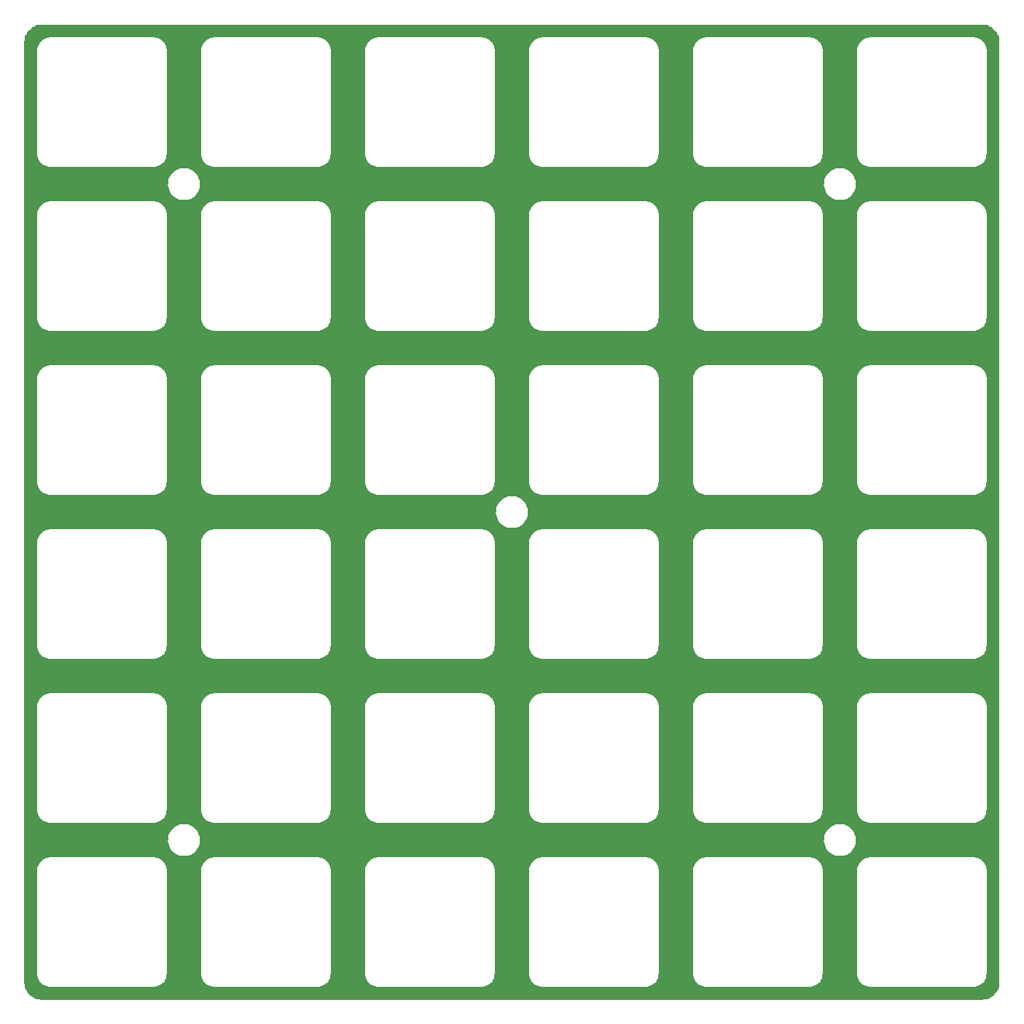
<source format=gtl>
%TF.GenerationSoftware,KiCad,Pcbnew,(6.0.1-0)*%
%TF.CreationDate,2022-02-11T11:51:22+08:00*%
%TF.ProjectId,Plate,506c6174-652e-46b6-9963-61645f706362,rev?*%
%TF.SameCoordinates,Original*%
%TF.FileFunction,Copper,L1,Top*%
%TF.FilePolarity,Positive*%
%FSLAX46Y46*%
G04 Gerber Fmt 4.6, Leading zero omitted, Abs format (unit mm)*
G04 Created by KiCad (PCBNEW (6.0.1-0)) date 2022-02-11 11:51:22*
%MOMM*%
%LPD*%
G01*
G04 APERTURE LIST*
G04 APERTURE END LIST*
%TA.AperFunction,NonConductor*%
G36*
X133955057Y-22734500D02*
G01*
X133969858Y-22736805D01*
X133969861Y-22736805D01*
X133978730Y-22738186D01*
X133994999Y-22736059D01*
X134019567Y-22735266D01*
X134241985Y-22749844D01*
X134258326Y-22751995D01*
X134502824Y-22800629D01*
X134518743Y-22804895D01*
X134754790Y-22885022D01*
X134770017Y-22891329D01*
X134993592Y-23001584D01*
X135007865Y-23009825D01*
X135215133Y-23148316D01*
X135228210Y-23158349D01*
X135415632Y-23322714D01*
X135427286Y-23334368D01*
X135591651Y-23521790D01*
X135601684Y-23534867D01*
X135740175Y-23742135D01*
X135748416Y-23756408D01*
X135858671Y-23979983D01*
X135864978Y-23995210D01*
X135945105Y-24231257D01*
X135949371Y-24247176D01*
X135998005Y-24491673D01*
X136000156Y-24508014D01*
X136014264Y-24723268D01*
X136013239Y-24746304D01*
X136013196Y-24749854D01*
X136011814Y-24758730D01*
X136013454Y-24771270D01*
X136015936Y-24790251D01*
X136017000Y-24806589D01*
X136017000Y-133935672D01*
X136015500Y-133955056D01*
X136011814Y-133978730D01*
X136013941Y-133994999D01*
X136014734Y-134019567D01*
X136000156Y-134241985D01*
X135998005Y-134258326D01*
X135949371Y-134502824D01*
X135945105Y-134518743D01*
X135864978Y-134754790D01*
X135858671Y-134770017D01*
X135748416Y-134993592D01*
X135740175Y-135007865D01*
X135601684Y-135215133D01*
X135591651Y-135228210D01*
X135427286Y-135415632D01*
X135415632Y-135427286D01*
X135228210Y-135591651D01*
X135215133Y-135601684D01*
X135007865Y-135740175D01*
X134993592Y-135748416D01*
X134770017Y-135858671D01*
X134754790Y-135864978D01*
X134518743Y-135945105D01*
X134502824Y-135949371D01*
X134258327Y-135998005D01*
X134241986Y-136000156D01*
X134026732Y-136014264D01*
X134003696Y-136013239D01*
X134000146Y-136013196D01*
X133991270Y-136011814D01*
X133962762Y-136015542D01*
X133959749Y-136015936D01*
X133943411Y-136017000D01*
X24814328Y-136017000D01*
X24794943Y-136015500D01*
X24780142Y-136013195D01*
X24780139Y-136013195D01*
X24771270Y-136011814D01*
X24755001Y-136013941D01*
X24730433Y-136014734D01*
X24508015Y-136000156D01*
X24491674Y-135998005D01*
X24247176Y-135949371D01*
X24231257Y-135945105D01*
X23995210Y-135864978D01*
X23979983Y-135858671D01*
X23756408Y-135748416D01*
X23742135Y-135740175D01*
X23534867Y-135601684D01*
X23521790Y-135591651D01*
X23334368Y-135427286D01*
X23322714Y-135415632D01*
X23158349Y-135228210D01*
X23148316Y-135215133D01*
X23009825Y-135007865D01*
X23001584Y-134993592D01*
X22891329Y-134770017D01*
X22885022Y-134754790D01*
X22804895Y-134518743D01*
X22800629Y-134502824D01*
X22751995Y-134258327D01*
X22749844Y-134241986D01*
X22735736Y-134026732D01*
X22736761Y-134003696D01*
X22736804Y-134000146D01*
X22738186Y-133991270D01*
X22734064Y-133959748D01*
X22733000Y-133943411D01*
X22733000Y-132999999D01*
X24236776Y-132999999D01*
X24238886Y-133014733D01*
X24239835Y-133023580D01*
X24253536Y-133215159D01*
X24299388Y-133425938D01*
X24300955Y-133430140D01*
X24300957Y-133430146D01*
X24323063Y-133489413D01*
X24374771Y-133628046D01*
X24478149Y-133817369D01*
X24607418Y-133990053D01*
X24759947Y-134142582D01*
X24932631Y-134271851D01*
X25121954Y-134375229D01*
X25126166Y-134376800D01*
X25319854Y-134449043D01*
X25319860Y-134449045D01*
X25324062Y-134450612D01*
X25328448Y-134451566D01*
X25328451Y-134451567D01*
X25452621Y-134478578D01*
X25534841Y-134496464D01*
X25539329Y-134496785D01*
X25709597Y-134508963D01*
X25721506Y-134510387D01*
X25737462Y-134513071D01*
X25743817Y-134513149D01*
X25745142Y-134513165D01*
X25745146Y-134513165D01*
X25750001Y-134513224D01*
X25777589Y-134509273D01*
X25795452Y-134508000D01*
X37696792Y-134508000D01*
X37717697Y-134509746D01*
X37732667Y-134512265D01*
X37732672Y-134512265D01*
X37737460Y-134513071D01*
X37743790Y-134513148D01*
X37745141Y-134513165D01*
X37745145Y-134513165D01*
X37749999Y-134513224D01*
X37764733Y-134511114D01*
X37773580Y-134510165D01*
X37921776Y-134499567D01*
X37960672Y-134496785D01*
X37960673Y-134496785D01*
X37965159Y-134496464D01*
X38113483Y-134464198D01*
X38171549Y-134451567D01*
X38171552Y-134451566D01*
X38175938Y-134450612D01*
X38180140Y-134449045D01*
X38180146Y-134449043D01*
X38373834Y-134376800D01*
X38378046Y-134375229D01*
X38567369Y-134271851D01*
X38740053Y-134142582D01*
X38892582Y-133990053D01*
X39021851Y-133817369D01*
X39125229Y-133628046D01*
X39176937Y-133489413D01*
X39199043Y-133430146D01*
X39199045Y-133430140D01*
X39200612Y-133425938D01*
X39246464Y-133215159D01*
X39258963Y-133040403D01*
X39260387Y-133028492D01*
X39263071Y-133012538D01*
X39263224Y-132999999D01*
X43286776Y-132999999D01*
X43288886Y-133014733D01*
X43289835Y-133023580D01*
X43303536Y-133215159D01*
X43349388Y-133425938D01*
X43350955Y-133430140D01*
X43350957Y-133430146D01*
X43373063Y-133489413D01*
X43424771Y-133628046D01*
X43528149Y-133817369D01*
X43657418Y-133990053D01*
X43809947Y-134142582D01*
X43982631Y-134271851D01*
X44171954Y-134375229D01*
X44176166Y-134376800D01*
X44369854Y-134449043D01*
X44369860Y-134449045D01*
X44374062Y-134450612D01*
X44378448Y-134451566D01*
X44378451Y-134451567D01*
X44502621Y-134478578D01*
X44584841Y-134496464D01*
X44589329Y-134496785D01*
X44759597Y-134508963D01*
X44771506Y-134510387D01*
X44787462Y-134513071D01*
X44793817Y-134513149D01*
X44795142Y-134513165D01*
X44795146Y-134513165D01*
X44800001Y-134513224D01*
X44827589Y-134509273D01*
X44845452Y-134508000D01*
X56746792Y-134508000D01*
X56767697Y-134509746D01*
X56782667Y-134512265D01*
X56782672Y-134512265D01*
X56787460Y-134513071D01*
X56793790Y-134513148D01*
X56795141Y-134513165D01*
X56795145Y-134513165D01*
X56799999Y-134513224D01*
X56814733Y-134511114D01*
X56823580Y-134510165D01*
X56971776Y-134499567D01*
X57010672Y-134496785D01*
X57010673Y-134496785D01*
X57015159Y-134496464D01*
X57163483Y-134464198D01*
X57221549Y-134451567D01*
X57221552Y-134451566D01*
X57225938Y-134450612D01*
X57230140Y-134449045D01*
X57230146Y-134449043D01*
X57423834Y-134376800D01*
X57428046Y-134375229D01*
X57617369Y-134271851D01*
X57790053Y-134142582D01*
X57942582Y-133990053D01*
X58071851Y-133817369D01*
X58175229Y-133628046D01*
X58226937Y-133489413D01*
X58249043Y-133430146D01*
X58249045Y-133430140D01*
X58250612Y-133425938D01*
X58296464Y-133215159D01*
X58308963Y-133040403D01*
X58310387Y-133028492D01*
X58313071Y-133012538D01*
X58313224Y-132999999D01*
X62336776Y-132999999D01*
X62338886Y-133014733D01*
X62339835Y-133023580D01*
X62353536Y-133215159D01*
X62399388Y-133425938D01*
X62400955Y-133430140D01*
X62400957Y-133430146D01*
X62423063Y-133489413D01*
X62474771Y-133628046D01*
X62578149Y-133817369D01*
X62707418Y-133990053D01*
X62859947Y-134142582D01*
X63032631Y-134271851D01*
X63221954Y-134375229D01*
X63226166Y-134376800D01*
X63419854Y-134449043D01*
X63419860Y-134449045D01*
X63424062Y-134450612D01*
X63428448Y-134451566D01*
X63428451Y-134451567D01*
X63552621Y-134478578D01*
X63634841Y-134496464D01*
X63639329Y-134496785D01*
X63809597Y-134508963D01*
X63821506Y-134510387D01*
X63837462Y-134513071D01*
X63843817Y-134513149D01*
X63845142Y-134513165D01*
X63845146Y-134513165D01*
X63850001Y-134513224D01*
X63877589Y-134509273D01*
X63895452Y-134508000D01*
X75796792Y-134508000D01*
X75817697Y-134509746D01*
X75832667Y-134512265D01*
X75832672Y-134512265D01*
X75837460Y-134513071D01*
X75843790Y-134513148D01*
X75845141Y-134513165D01*
X75845145Y-134513165D01*
X75849999Y-134513224D01*
X75864733Y-134511114D01*
X75873580Y-134510165D01*
X76021776Y-134499567D01*
X76060672Y-134496785D01*
X76060673Y-134496785D01*
X76065159Y-134496464D01*
X76213483Y-134464198D01*
X76271549Y-134451567D01*
X76271552Y-134451566D01*
X76275938Y-134450612D01*
X76280140Y-134449045D01*
X76280146Y-134449043D01*
X76473834Y-134376800D01*
X76478046Y-134375229D01*
X76667369Y-134271851D01*
X76840053Y-134142582D01*
X76992582Y-133990053D01*
X77121851Y-133817369D01*
X77225229Y-133628046D01*
X77276937Y-133489413D01*
X77299043Y-133430146D01*
X77299045Y-133430140D01*
X77300612Y-133425938D01*
X77346464Y-133215159D01*
X77358963Y-133040403D01*
X77360387Y-133028492D01*
X77363071Y-133012538D01*
X77363224Y-132999999D01*
X81386776Y-132999999D01*
X81388886Y-133014733D01*
X81389835Y-133023580D01*
X81403536Y-133215159D01*
X81449388Y-133425938D01*
X81450955Y-133430140D01*
X81450957Y-133430146D01*
X81473063Y-133489413D01*
X81524771Y-133628046D01*
X81628149Y-133817369D01*
X81757418Y-133990053D01*
X81909947Y-134142582D01*
X82082631Y-134271851D01*
X82271954Y-134375229D01*
X82276166Y-134376800D01*
X82469854Y-134449043D01*
X82469860Y-134449045D01*
X82474062Y-134450612D01*
X82478448Y-134451566D01*
X82478451Y-134451567D01*
X82602621Y-134478578D01*
X82684841Y-134496464D01*
X82689329Y-134496785D01*
X82859597Y-134508963D01*
X82871506Y-134510387D01*
X82887462Y-134513071D01*
X82893817Y-134513149D01*
X82895142Y-134513165D01*
X82895146Y-134513165D01*
X82900001Y-134513224D01*
X82927589Y-134509273D01*
X82945452Y-134508000D01*
X94846792Y-134508000D01*
X94867697Y-134509746D01*
X94882667Y-134512265D01*
X94882672Y-134512265D01*
X94887460Y-134513071D01*
X94893790Y-134513148D01*
X94895141Y-134513165D01*
X94895145Y-134513165D01*
X94899999Y-134513224D01*
X94914733Y-134511114D01*
X94923580Y-134510165D01*
X95071776Y-134499567D01*
X95110672Y-134496785D01*
X95110673Y-134496785D01*
X95115159Y-134496464D01*
X95263483Y-134464198D01*
X95321549Y-134451567D01*
X95321552Y-134451566D01*
X95325938Y-134450612D01*
X95330140Y-134449045D01*
X95330146Y-134449043D01*
X95523834Y-134376800D01*
X95528046Y-134375229D01*
X95717369Y-134271851D01*
X95890053Y-134142582D01*
X96042582Y-133990053D01*
X96171851Y-133817369D01*
X96275229Y-133628046D01*
X96326937Y-133489413D01*
X96349043Y-133430146D01*
X96349045Y-133430140D01*
X96350612Y-133425938D01*
X96396464Y-133215159D01*
X96408963Y-133040403D01*
X96410387Y-133028492D01*
X96413071Y-133012538D01*
X96413224Y-132999999D01*
X100436776Y-132999999D01*
X100438886Y-133014733D01*
X100439835Y-133023580D01*
X100453536Y-133215159D01*
X100499388Y-133425938D01*
X100500955Y-133430140D01*
X100500957Y-133430146D01*
X100523063Y-133489413D01*
X100574771Y-133628046D01*
X100678149Y-133817369D01*
X100807418Y-133990053D01*
X100959947Y-134142582D01*
X101132631Y-134271851D01*
X101321954Y-134375229D01*
X101326166Y-134376800D01*
X101519854Y-134449043D01*
X101519860Y-134449045D01*
X101524062Y-134450612D01*
X101528448Y-134451566D01*
X101528451Y-134451567D01*
X101652621Y-134478578D01*
X101734841Y-134496464D01*
X101739329Y-134496785D01*
X101909597Y-134508963D01*
X101921506Y-134510387D01*
X101937462Y-134513071D01*
X101943817Y-134513149D01*
X101945142Y-134513165D01*
X101945146Y-134513165D01*
X101950001Y-134513224D01*
X101977589Y-134509273D01*
X101995452Y-134508000D01*
X113896792Y-134508000D01*
X113917697Y-134509746D01*
X113932667Y-134512265D01*
X113932672Y-134512265D01*
X113937460Y-134513071D01*
X113943790Y-134513148D01*
X113945141Y-134513165D01*
X113945145Y-134513165D01*
X113949999Y-134513224D01*
X113964733Y-134511114D01*
X113973580Y-134510165D01*
X114121776Y-134499567D01*
X114160672Y-134496785D01*
X114160673Y-134496785D01*
X114165159Y-134496464D01*
X114313483Y-134464198D01*
X114371549Y-134451567D01*
X114371552Y-134451566D01*
X114375938Y-134450612D01*
X114380140Y-134449045D01*
X114380146Y-134449043D01*
X114573834Y-134376800D01*
X114578046Y-134375229D01*
X114767369Y-134271851D01*
X114940053Y-134142582D01*
X115092582Y-133990053D01*
X115221851Y-133817369D01*
X115325229Y-133628046D01*
X115376937Y-133489413D01*
X115399043Y-133430146D01*
X115399045Y-133430140D01*
X115400612Y-133425938D01*
X115446464Y-133215159D01*
X115458963Y-133040403D01*
X115460387Y-133028492D01*
X115463071Y-133012538D01*
X115463224Y-132999999D01*
X119486776Y-132999999D01*
X119488886Y-133014733D01*
X119489835Y-133023580D01*
X119503536Y-133215159D01*
X119549388Y-133425938D01*
X119550955Y-133430140D01*
X119550957Y-133430146D01*
X119573063Y-133489413D01*
X119624771Y-133628046D01*
X119728149Y-133817369D01*
X119857418Y-133990053D01*
X120009947Y-134142582D01*
X120182631Y-134271851D01*
X120371954Y-134375229D01*
X120376166Y-134376800D01*
X120569854Y-134449043D01*
X120569860Y-134449045D01*
X120574062Y-134450612D01*
X120578448Y-134451566D01*
X120578451Y-134451567D01*
X120702621Y-134478578D01*
X120784841Y-134496464D01*
X120789329Y-134496785D01*
X120959597Y-134508963D01*
X120971506Y-134510387D01*
X120987462Y-134513071D01*
X120993817Y-134513149D01*
X120995142Y-134513165D01*
X120995146Y-134513165D01*
X121000001Y-134513224D01*
X121027589Y-134509273D01*
X121045452Y-134508000D01*
X132946792Y-134508000D01*
X132967697Y-134509746D01*
X132982667Y-134512265D01*
X132982672Y-134512265D01*
X132987460Y-134513071D01*
X132993790Y-134513148D01*
X132995141Y-134513165D01*
X132995145Y-134513165D01*
X132999999Y-134513224D01*
X133014733Y-134511114D01*
X133023580Y-134510165D01*
X133171776Y-134499567D01*
X133210672Y-134496785D01*
X133210673Y-134496785D01*
X133215159Y-134496464D01*
X133363483Y-134464198D01*
X133421549Y-134451567D01*
X133421552Y-134451566D01*
X133425938Y-134450612D01*
X133430140Y-134449045D01*
X133430146Y-134449043D01*
X133623834Y-134376800D01*
X133628046Y-134375229D01*
X133817369Y-134271851D01*
X133990053Y-134142582D01*
X134142582Y-133990053D01*
X134271851Y-133817369D01*
X134375229Y-133628046D01*
X134426937Y-133489413D01*
X134449043Y-133430146D01*
X134449045Y-133430140D01*
X134450612Y-133425938D01*
X134496464Y-133215159D01*
X134508963Y-133040403D01*
X134510387Y-133028492D01*
X134513071Y-133012538D01*
X134513224Y-132999999D01*
X134509273Y-132972411D01*
X134508000Y-132954548D01*
X134508000Y-121053208D01*
X134509746Y-121032303D01*
X134512265Y-121017333D01*
X134512265Y-121017328D01*
X134513071Y-121012540D01*
X134513224Y-121000001D01*
X134511114Y-120985267D01*
X134510164Y-120976409D01*
X134496785Y-120789328D01*
X134496785Y-120789327D01*
X134496464Y-120784841D01*
X134450612Y-120574062D01*
X134449045Y-120569860D01*
X134449043Y-120569854D01*
X134376800Y-120376166D01*
X134375229Y-120371954D01*
X134271851Y-120182631D01*
X134142582Y-120009947D01*
X133990053Y-119857418D01*
X133817369Y-119728149D01*
X133628046Y-119624771D01*
X133621035Y-119622156D01*
X133430146Y-119550957D01*
X133430140Y-119550955D01*
X133425938Y-119549388D01*
X133421552Y-119548434D01*
X133421549Y-119548433D01*
X133297379Y-119521422D01*
X133215159Y-119503536D01*
X133210671Y-119503215D01*
X133040403Y-119491037D01*
X133028492Y-119489613D01*
X133012538Y-119486929D01*
X133006183Y-119486851D01*
X133004858Y-119486835D01*
X133004854Y-119486835D01*
X132999999Y-119486776D01*
X132975714Y-119490254D01*
X132972411Y-119490727D01*
X132954548Y-119492000D01*
X121053208Y-119492000D01*
X121032303Y-119490254D01*
X121017333Y-119487735D01*
X121017328Y-119487735D01*
X121012540Y-119486929D01*
X121006210Y-119486852D01*
X121004859Y-119486835D01*
X121004855Y-119486835D01*
X121000001Y-119486776D01*
X120985267Y-119488886D01*
X120976420Y-119489835D01*
X120828224Y-119500433D01*
X120789328Y-119503215D01*
X120789327Y-119503215D01*
X120784841Y-119503536D01*
X120636517Y-119535802D01*
X120578451Y-119548433D01*
X120578448Y-119548434D01*
X120574062Y-119549388D01*
X120569860Y-119550955D01*
X120569854Y-119550957D01*
X120378965Y-119622156D01*
X120371954Y-119624771D01*
X120182631Y-119728149D01*
X120009947Y-119857418D01*
X119857418Y-120009947D01*
X119728149Y-120182631D01*
X119624771Y-120371954D01*
X119623200Y-120376166D01*
X119550957Y-120569854D01*
X119550955Y-120569860D01*
X119549388Y-120574062D01*
X119503536Y-120784841D01*
X119503215Y-120789328D01*
X119503215Y-120789329D01*
X119491037Y-120959597D01*
X119489613Y-120971506D01*
X119486929Y-120987462D01*
X119486776Y-121000001D01*
X119487466Y-121004816D01*
X119490727Y-121027589D01*
X119492000Y-121045452D01*
X119492000Y-132946792D01*
X119490254Y-132967697D01*
X119486929Y-132987460D01*
X119486776Y-132999999D01*
X115463224Y-132999999D01*
X115459273Y-132972411D01*
X115458000Y-132954548D01*
X115458000Y-121053208D01*
X115459746Y-121032303D01*
X115462265Y-121017333D01*
X115462265Y-121017328D01*
X115463071Y-121012540D01*
X115463224Y-121000001D01*
X115461114Y-120985267D01*
X115460164Y-120976409D01*
X115446785Y-120789328D01*
X115446785Y-120789327D01*
X115446464Y-120784841D01*
X115400612Y-120574062D01*
X115399045Y-120569860D01*
X115399043Y-120569854D01*
X115326800Y-120376166D01*
X115325229Y-120371954D01*
X115221851Y-120182631D01*
X115092582Y-120009947D01*
X114940053Y-119857418D01*
X114767369Y-119728149D01*
X114578046Y-119624771D01*
X114571035Y-119622156D01*
X114380146Y-119550957D01*
X114380140Y-119550955D01*
X114375938Y-119549388D01*
X114371552Y-119548434D01*
X114371549Y-119548433D01*
X114247379Y-119521422D01*
X114165159Y-119503536D01*
X114160671Y-119503215D01*
X113990403Y-119491037D01*
X113978492Y-119489613D01*
X113962538Y-119486929D01*
X113956183Y-119486851D01*
X113954858Y-119486835D01*
X113954854Y-119486835D01*
X113949999Y-119486776D01*
X113925714Y-119490254D01*
X113922411Y-119490727D01*
X113904548Y-119492000D01*
X102003208Y-119492000D01*
X101982303Y-119490254D01*
X101967333Y-119487735D01*
X101967328Y-119487735D01*
X101962540Y-119486929D01*
X101956210Y-119486852D01*
X101954859Y-119486835D01*
X101954855Y-119486835D01*
X101950001Y-119486776D01*
X101935267Y-119488886D01*
X101926420Y-119489835D01*
X101778224Y-119500433D01*
X101739328Y-119503215D01*
X101739327Y-119503215D01*
X101734841Y-119503536D01*
X101586517Y-119535802D01*
X101528451Y-119548433D01*
X101528448Y-119548434D01*
X101524062Y-119549388D01*
X101519860Y-119550955D01*
X101519854Y-119550957D01*
X101328965Y-119622156D01*
X101321954Y-119624771D01*
X101132631Y-119728149D01*
X100959947Y-119857418D01*
X100807418Y-120009947D01*
X100678149Y-120182631D01*
X100574771Y-120371954D01*
X100573200Y-120376166D01*
X100500957Y-120569854D01*
X100500955Y-120569860D01*
X100499388Y-120574062D01*
X100453536Y-120784841D01*
X100453215Y-120789328D01*
X100453215Y-120789329D01*
X100441037Y-120959597D01*
X100439613Y-120971506D01*
X100436929Y-120987462D01*
X100436776Y-121000001D01*
X100437466Y-121004816D01*
X100440727Y-121027589D01*
X100442000Y-121045452D01*
X100442000Y-132946792D01*
X100440254Y-132967697D01*
X100436929Y-132987460D01*
X100436776Y-132999999D01*
X96413224Y-132999999D01*
X96409273Y-132972411D01*
X96408000Y-132954548D01*
X96408000Y-121053208D01*
X96409746Y-121032303D01*
X96412265Y-121017333D01*
X96412265Y-121017328D01*
X96413071Y-121012540D01*
X96413224Y-121000001D01*
X96411114Y-120985267D01*
X96410164Y-120976409D01*
X96396785Y-120789328D01*
X96396785Y-120789327D01*
X96396464Y-120784841D01*
X96350612Y-120574062D01*
X96349045Y-120569860D01*
X96349043Y-120569854D01*
X96276800Y-120376166D01*
X96275229Y-120371954D01*
X96171851Y-120182631D01*
X96042582Y-120009947D01*
X95890053Y-119857418D01*
X95717369Y-119728149D01*
X95528046Y-119624771D01*
X95521035Y-119622156D01*
X95330146Y-119550957D01*
X95330140Y-119550955D01*
X95325938Y-119549388D01*
X95321552Y-119548434D01*
X95321549Y-119548433D01*
X95197379Y-119521422D01*
X95115159Y-119503536D01*
X95110671Y-119503215D01*
X94940403Y-119491037D01*
X94928492Y-119489613D01*
X94912538Y-119486929D01*
X94906183Y-119486851D01*
X94904858Y-119486835D01*
X94904854Y-119486835D01*
X94899999Y-119486776D01*
X94875714Y-119490254D01*
X94872411Y-119490727D01*
X94854548Y-119492000D01*
X82953208Y-119492000D01*
X82932303Y-119490254D01*
X82917333Y-119487735D01*
X82917328Y-119487735D01*
X82912540Y-119486929D01*
X82906210Y-119486852D01*
X82904859Y-119486835D01*
X82904855Y-119486835D01*
X82900001Y-119486776D01*
X82885267Y-119488886D01*
X82876420Y-119489835D01*
X82728224Y-119500433D01*
X82689328Y-119503215D01*
X82689327Y-119503215D01*
X82684841Y-119503536D01*
X82536517Y-119535802D01*
X82478451Y-119548433D01*
X82478448Y-119548434D01*
X82474062Y-119549388D01*
X82469860Y-119550955D01*
X82469854Y-119550957D01*
X82278965Y-119622156D01*
X82271954Y-119624771D01*
X82082631Y-119728149D01*
X81909947Y-119857418D01*
X81757418Y-120009947D01*
X81628149Y-120182631D01*
X81524771Y-120371954D01*
X81523200Y-120376166D01*
X81450957Y-120569854D01*
X81450955Y-120569860D01*
X81449388Y-120574062D01*
X81403536Y-120784841D01*
X81403215Y-120789328D01*
X81403215Y-120789329D01*
X81391037Y-120959597D01*
X81389613Y-120971506D01*
X81386929Y-120987462D01*
X81386776Y-121000001D01*
X81387466Y-121004816D01*
X81390727Y-121027589D01*
X81392000Y-121045452D01*
X81392000Y-132946792D01*
X81390254Y-132967697D01*
X81386929Y-132987460D01*
X81386776Y-132999999D01*
X77363224Y-132999999D01*
X77359273Y-132972411D01*
X77358000Y-132954548D01*
X77358000Y-121053208D01*
X77359746Y-121032303D01*
X77362265Y-121017333D01*
X77362265Y-121017328D01*
X77363071Y-121012540D01*
X77363224Y-121000001D01*
X77361114Y-120985267D01*
X77360164Y-120976409D01*
X77346785Y-120789328D01*
X77346785Y-120789327D01*
X77346464Y-120784841D01*
X77300612Y-120574062D01*
X77299045Y-120569860D01*
X77299043Y-120569854D01*
X77226800Y-120376166D01*
X77225229Y-120371954D01*
X77121851Y-120182631D01*
X76992582Y-120009947D01*
X76840053Y-119857418D01*
X76667369Y-119728149D01*
X76478046Y-119624771D01*
X76471035Y-119622156D01*
X76280146Y-119550957D01*
X76280140Y-119550955D01*
X76275938Y-119549388D01*
X76271552Y-119548434D01*
X76271549Y-119548433D01*
X76147379Y-119521422D01*
X76065159Y-119503536D01*
X76060671Y-119503215D01*
X75890403Y-119491037D01*
X75878492Y-119489613D01*
X75862538Y-119486929D01*
X75856183Y-119486851D01*
X75854858Y-119486835D01*
X75854854Y-119486835D01*
X75849999Y-119486776D01*
X75825714Y-119490254D01*
X75822411Y-119490727D01*
X75804548Y-119492000D01*
X63903208Y-119492000D01*
X63882303Y-119490254D01*
X63867333Y-119487735D01*
X63867328Y-119487735D01*
X63862540Y-119486929D01*
X63856210Y-119486852D01*
X63854859Y-119486835D01*
X63854855Y-119486835D01*
X63850001Y-119486776D01*
X63835267Y-119488886D01*
X63826420Y-119489835D01*
X63678224Y-119500433D01*
X63639328Y-119503215D01*
X63639327Y-119503215D01*
X63634841Y-119503536D01*
X63486517Y-119535802D01*
X63428451Y-119548433D01*
X63428448Y-119548434D01*
X63424062Y-119549388D01*
X63419860Y-119550955D01*
X63419854Y-119550957D01*
X63228965Y-119622156D01*
X63221954Y-119624771D01*
X63032631Y-119728149D01*
X62859947Y-119857418D01*
X62707418Y-120009947D01*
X62578149Y-120182631D01*
X62474771Y-120371954D01*
X62473200Y-120376166D01*
X62400957Y-120569854D01*
X62400955Y-120569860D01*
X62399388Y-120574062D01*
X62353536Y-120784841D01*
X62353215Y-120789328D01*
X62353215Y-120789329D01*
X62341037Y-120959597D01*
X62339613Y-120971506D01*
X62336929Y-120987462D01*
X62336776Y-121000001D01*
X62337466Y-121004816D01*
X62340727Y-121027589D01*
X62342000Y-121045452D01*
X62342000Y-132946792D01*
X62340254Y-132967697D01*
X62336929Y-132987460D01*
X62336776Y-132999999D01*
X58313224Y-132999999D01*
X58309273Y-132972411D01*
X58308000Y-132954548D01*
X58308000Y-121053208D01*
X58309746Y-121032303D01*
X58312265Y-121017333D01*
X58312265Y-121017328D01*
X58313071Y-121012540D01*
X58313224Y-121000001D01*
X58311114Y-120985267D01*
X58310164Y-120976409D01*
X58296785Y-120789328D01*
X58296785Y-120789327D01*
X58296464Y-120784841D01*
X58250612Y-120574062D01*
X58249045Y-120569860D01*
X58249043Y-120569854D01*
X58176800Y-120376166D01*
X58175229Y-120371954D01*
X58071851Y-120182631D01*
X57942582Y-120009947D01*
X57790053Y-119857418D01*
X57617369Y-119728149D01*
X57428046Y-119624771D01*
X57421035Y-119622156D01*
X57230146Y-119550957D01*
X57230140Y-119550955D01*
X57225938Y-119549388D01*
X57221552Y-119548434D01*
X57221549Y-119548433D01*
X57097379Y-119521422D01*
X57015159Y-119503536D01*
X57010671Y-119503215D01*
X56840403Y-119491037D01*
X56828492Y-119489613D01*
X56812538Y-119486929D01*
X56806183Y-119486851D01*
X56804858Y-119486835D01*
X56804854Y-119486835D01*
X56799999Y-119486776D01*
X56775714Y-119490254D01*
X56772411Y-119490727D01*
X56754548Y-119492000D01*
X44853208Y-119492000D01*
X44832303Y-119490254D01*
X44817333Y-119487735D01*
X44817328Y-119487735D01*
X44812540Y-119486929D01*
X44806210Y-119486852D01*
X44804859Y-119486835D01*
X44804855Y-119486835D01*
X44800001Y-119486776D01*
X44785267Y-119488886D01*
X44776420Y-119489835D01*
X44628224Y-119500433D01*
X44589328Y-119503215D01*
X44589327Y-119503215D01*
X44584841Y-119503536D01*
X44436517Y-119535802D01*
X44378451Y-119548433D01*
X44378448Y-119548434D01*
X44374062Y-119549388D01*
X44369860Y-119550955D01*
X44369854Y-119550957D01*
X44178965Y-119622156D01*
X44171954Y-119624771D01*
X43982631Y-119728149D01*
X43809947Y-119857418D01*
X43657418Y-120009947D01*
X43528149Y-120182631D01*
X43424771Y-120371954D01*
X43423200Y-120376166D01*
X43350957Y-120569854D01*
X43350955Y-120569860D01*
X43349388Y-120574062D01*
X43303536Y-120784841D01*
X43303215Y-120789328D01*
X43303215Y-120789329D01*
X43291037Y-120959597D01*
X43289613Y-120971506D01*
X43286929Y-120987462D01*
X43286776Y-121000001D01*
X43287466Y-121004816D01*
X43290727Y-121027589D01*
X43292000Y-121045452D01*
X43292000Y-132946792D01*
X43290254Y-132967697D01*
X43286929Y-132987460D01*
X43286776Y-132999999D01*
X39263224Y-132999999D01*
X39259273Y-132972411D01*
X39258000Y-132954548D01*
X39258000Y-121053208D01*
X39259746Y-121032303D01*
X39262265Y-121017333D01*
X39262265Y-121017328D01*
X39263071Y-121012540D01*
X39263224Y-121000001D01*
X39261114Y-120985267D01*
X39260164Y-120976409D01*
X39246785Y-120789328D01*
X39246785Y-120789327D01*
X39246464Y-120784841D01*
X39200612Y-120574062D01*
X39199045Y-120569860D01*
X39199043Y-120569854D01*
X39126800Y-120376166D01*
X39125229Y-120371954D01*
X39021851Y-120182631D01*
X38892582Y-120009947D01*
X38740053Y-119857418D01*
X38567369Y-119728149D01*
X38378046Y-119624771D01*
X38371035Y-119622156D01*
X38180146Y-119550957D01*
X38180140Y-119550955D01*
X38175938Y-119549388D01*
X38171552Y-119548434D01*
X38171549Y-119548433D01*
X38047379Y-119521422D01*
X37965159Y-119503536D01*
X37960671Y-119503215D01*
X37790403Y-119491037D01*
X37778492Y-119489613D01*
X37762538Y-119486929D01*
X37756183Y-119486851D01*
X37754858Y-119486835D01*
X37754854Y-119486835D01*
X37749999Y-119486776D01*
X37725714Y-119490254D01*
X37722411Y-119490727D01*
X37704548Y-119492000D01*
X25803208Y-119492000D01*
X25782303Y-119490254D01*
X25767333Y-119487735D01*
X25767328Y-119487735D01*
X25762540Y-119486929D01*
X25756210Y-119486852D01*
X25754859Y-119486835D01*
X25754855Y-119486835D01*
X25750001Y-119486776D01*
X25735267Y-119488886D01*
X25726420Y-119489835D01*
X25578224Y-119500433D01*
X25539328Y-119503215D01*
X25539327Y-119503215D01*
X25534841Y-119503536D01*
X25386517Y-119535802D01*
X25328451Y-119548433D01*
X25328448Y-119548434D01*
X25324062Y-119549388D01*
X25319860Y-119550955D01*
X25319854Y-119550957D01*
X25128965Y-119622156D01*
X25121954Y-119624771D01*
X24932631Y-119728149D01*
X24759947Y-119857418D01*
X24607418Y-120009947D01*
X24478149Y-120182631D01*
X24374771Y-120371954D01*
X24373200Y-120376166D01*
X24300957Y-120569854D01*
X24300955Y-120569860D01*
X24299388Y-120574062D01*
X24253536Y-120784841D01*
X24253215Y-120789328D01*
X24253215Y-120789329D01*
X24241037Y-120959597D01*
X24239613Y-120971506D01*
X24236929Y-120987462D01*
X24236776Y-121000001D01*
X24237466Y-121004816D01*
X24240727Y-121027589D01*
X24242000Y-121045452D01*
X24242000Y-132946792D01*
X24240254Y-132967697D01*
X24236929Y-132987460D01*
X24236776Y-132999999D01*
X22733000Y-132999999D01*
X22733000Y-117517277D01*
X39412009Y-117517277D01*
X39437625Y-117785769D01*
X39438710Y-117790203D01*
X39438711Y-117790209D01*
X39500645Y-118043312D01*
X39501731Y-118047750D01*
X39602985Y-118297733D01*
X39739265Y-118530482D01*
X39742118Y-118534049D01*
X39859686Y-118681060D01*
X39907716Y-118741119D01*
X40104809Y-118925234D01*
X40326416Y-119078968D01*
X40330499Y-119080999D01*
X40330502Y-119081001D01*
X40446013Y-119138466D01*
X40567894Y-119199101D01*
X40572228Y-119200522D01*
X40572231Y-119200523D01*
X40819853Y-119281698D01*
X40819859Y-119281699D01*
X40824186Y-119283118D01*
X40828677Y-119283898D01*
X40828678Y-119283898D01*
X41086140Y-119328601D01*
X41086148Y-119328602D01*
X41089921Y-119329257D01*
X41093758Y-119329448D01*
X41173578Y-119333422D01*
X41173586Y-119333422D01*
X41175149Y-119333500D01*
X41343512Y-119333500D01*
X41345780Y-119333335D01*
X41345792Y-119333335D01*
X41476884Y-119323823D01*
X41544004Y-119318953D01*
X41548459Y-119317969D01*
X41548462Y-119317969D01*
X41802912Y-119261791D01*
X41802916Y-119261790D01*
X41807372Y-119260806D01*
X41933480Y-119213028D01*
X42055318Y-119166868D01*
X42055321Y-119166867D01*
X42059588Y-119165250D01*
X42295368Y-119034286D01*
X42509773Y-118870657D01*
X42698312Y-118677792D01*
X42857034Y-118459730D01*
X42940190Y-118301676D01*
X42980490Y-118225079D01*
X42980493Y-118225073D01*
X42982615Y-118221039D01*
X43045378Y-118043312D01*
X43070902Y-117971033D01*
X43070902Y-117971032D01*
X43072425Y-117966720D01*
X43124581Y-117702100D01*
X43133782Y-117517277D01*
X115612009Y-117517277D01*
X115637625Y-117785769D01*
X115638710Y-117790203D01*
X115638711Y-117790209D01*
X115700645Y-118043312D01*
X115701731Y-118047750D01*
X115802985Y-118297733D01*
X115939265Y-118530482D01*
X115942118Y-118534049D01*
X116059686Y-118681060D01*
X116107716Y-118741119D01*
X116304809Y-118925234D01*
X116526416Y-119078968D01*
X116530499Y-119080999D01*
X116530502Y-119081001D01*
X116646013Y-119138466D01*
X116767894Y-119199101D01*
X116772228Y-119200522D01*
X116772231Y-119200523D01*
X117019853Y-119281698D01*
X117019859Y-119281699D01*
X117024186Y-119283118D01*
X117028677Y-119283898D01*
X117028678Y-119283898D01*
X117286140Y-119328601D01*
X117286148Y-119328602D01*
X117289921Y-119329257D01*
X117293758Y-119329448D01*
X117373578Y-119333422D01*
X117373586Y-119333422D01*
X117375149Y-119333500D01*
X117543512Y-119333500D01*
X117545780Y-119333335D01*
X117545792Y-119333335D01*
X117676884Y-119323823D01*
X117744004Y-119318953D01*
X117748459Y-119317969D01*
X117748462Y-119317969D01*
X118002912Y-119261791D01*
X118002916Y-119261790D01*
X118007372Y-119260806D01*
X118133480Y-119213028D01*
X118255318Y-119166868D01*
X118255321Y-119166867D01*
X118259588Y-119165250D01*
X118495368Y-119034286D01*
X118709773Y-118870657D01*
X118898312Y-118677792D01*
X119057034Y-118459730D01*
X119140190Y-118301676D01*
X119180490Y-118225079D01*
X119180493Y-118225073D01*
X119182615Y-118221039D01*
X119245378Y-118043312D01*
X119270902Y-117971033D01*
X119270902Y-117971032D01*
X119272425Y-117966720D01*
X119324581Y-117702100D01*
X119333782Y-117517277D01*
X119337764Y-117437292D01*
X119337764Y-117437286D01*
X119337991Y-117432723D01*
X119312375Y-117164231D01*
X119267042Y-116978967D01*
X119249355Y-116906688D01*
X119248269Y-116902250D01*
X119147015Y-116652267D01*
X119010735Y-116419518D01*
X118892928Y-116272208D01*
X118845136Y-116212447D01*
X118845135Y-116212445D01*
X118842284Y-116208881D01*
X118645191Y-116024766D01*
X118423584Y-115871032D01*
X118419501Y-115869001D01*
X118419498Y-115868999D01*
X118254606Y-115786967D01*
X118182106Y-115750899D01*
X118177772Y-115749478D01*
X118177769Y-115749477D01*
X117930147Y-115668302D01*
X117930141Y-115668301D01*
X117925814Y-115666882D01*
X117921322Y-115666102D01*
X117663860Y-115621399D01*
X117663852Y-115621398D01*
X117660079Y-115620743D01*
X117648817Y-115620182D01*
X117576422Y-115616578D01*
X117576414Y-115616578D01*
X117574851Y-115616500D01*
X117406488Y-115616500D01*
X117404220Y-115616665D01*
X117404208Y-115616665D01*
X117273116Y-115626177D01*
X117205996Y-115631047D01*
X117201541Y-115632031D01*
X117201538Y-115632031D01*
X116947088Y-115688209D01*
X116947084Y-115688210D01*
X116942628Y-115689194D01*
X116816520Y-115736972D01*
X116694682Y-115783132D01*
X116694679Y-115783133D01*
X116690412Y-115784750D01*
X116454632Y-115915714D01*
X116240227Y-116079343D01*
X116051688Y-116272208D01*
X115892966Y-116490270D01*
X115890844Y-116494304D01*
X115769510Y-116724921D01*
X115769507Y-116724927D01*
X115767385Y-116728961D01*
X115765865Y-116733266D01*
X115765863Y-116733270D01*
X115679098Y-116978967D01*
X115677575Y-116983280D01*
X115625419Y-117247900D01*
X115625192Y-117252453D01*
X115625192Y-117252456D01*
X115615991Y-117437292D01*
X115612009Y-117517277D01*
X43133782Y-117517277D01*
X43137764Y-117437292D01*
X43137764Y-117437286D01*
X43137991Y-117432723D01*
X43112375Y-117164231D01*
X43067042Y-116978967D01*
X43049355Y-116906688D01*
X43048269Y-116902250D01*
X42947015Y-116652267D01*
X42810735Y-116419518D01*
X42692928Y-116272208D01*
X42645136Y-116212447D01*
X42645135Y-116212445D01*
X42642284Y-116208881D01*
X42445191Y-116024766D01*
X42223584Y-115871032D01*
X42219501Y-115869001D01*
X42219498Y-115868999D01*
X42054606Y-115786967D01*
X41982106Y-115750899D01*
X41977772Y-115749478D01*
X41977769Y-115749477D01*
X41730147Y-115668302D01*
X41730141Y-115668301D01*
X41725814Y-115666882D01*
X41721322Y-115666102D01*
X41463860Y-115621399D01*
X41463852Y-115621398D01*
X41460079Y-115620743D01*
X41448817Y-115620182D01*
X41376422Y-115616578D01*
X41376414Y-115616578D01*
X41374851Y-115616500D01*
X41206488Y-115616500D01*
X41204220Y-115616665D01*
X41204208Y-115616665D01*
X41073116Y-115626177D01*
X41005996Y-115631047D01*
X41001541Y-115632031D01*
X41001538Y-115632031D01*
X40747088Y-115688209D01*
X40747084Y-115688210D01*
X40742628Y-115689194D01*
X40616520Y-115736972D01*
X40494682Y-115783132D01*
X40494679Y-115783133D01*
X40490412Y-115784750D01*
X40254632Y-115915714D01*
X40040227Y-116079343D01*
X39851688Y-116272208D01*
X39692966Y-116490270D01*
X39690844Y-116494304D01*
X39569510Y-116724921D01*
X39569507Y-116724927D01*
X39567385Y-116728961D01*
X39565865Y-116733266D01*
X39565863Y-116733270D01*
X39479098Y-116978967D01*
X39477575Y-116983280D01*
X39425419Y-117247900D01*
X39425192Y-117252453D01*
X39425192Y-117252456D01*
X39415991Y-117437292D01*
X39412009Y-117517277D01*
X22733000Y-117517277D01*
X22733000Y-113949999D01*
X24236776Y-113949999D01*
X24238886Y-113964733D01*
X24239835Y-113973580D01*
X24253536Y-114165159D01*
X24299388Y-114375938D01*
X24300955Y-114380140D01*
X24300957Y-114380146D01*
X24323063Y-114439413D01*
X24374771Y-114578046D01*
X24478149Y-114767369D01*
X24607418Y-114940053D01*
X24759947Y-115092582D01*
X24932631Y-115221851D01*
X25121954Y-115325229D01*
X25126166Y-115326800D01*
X25319854Y-115399043D01*
X25319860Y-115399045D01*
X25324062Y-115400612D01*
X25328448Y-115401566D01*
X25328451Y-115401567D01*
X25452621Y-115428578D01*
X25534841Y-115446464D01*
X25539329Y-115446785D01*
X25709597Y-115458963D01*
X25721506Y-115460387D01*
X25737462Y-115463071D01*
X25743817Y-115463149D01*
X25745142Y-115463165D01*
X25745146Y-115463165D01*
X25750001Y-115463224D01*
X25777589Y-115459273D01*
X25795452Y-115458000D01*
X37696792Y-115458000D01*
X37717697Y-115459746D01*
X37732667Y-115462265D01*
X37732672Y-115462265D01*
X37737460Y-115463071D01*
X37743790Y-115463148D01*
X37745141Y-115463165D01*
X37745145Y-115463165D01*
X37749999Y-115463224D01*
X37764733Y-115461114D01*
X37773580Y-115460165D01*
X37921776Y-115449567D01*
X37960672Y-115446785D01*
X37960673Y-115446785D01*
X37965159Y-115446464D01*
X38113483Y-115414198D01*
X38171549Y-115401567D01*
X38171552Y-115401566D01*
X38175938Y-115400612D01*
X38180140Y-115399045D01*
X38180146Y-115399043D01*
X38373834Y-115326800D01*
X38378046Y-115325229D01*
X38567369Y-115221851D01*
X38740053Y-115092582D01*
X38892582Y-114940053D01*
X39021851Y-114767369D01*
X39125229Y-114578046D01*
X39176937Y-114439413D01*
X39199043Y-114380146D01*
X39199045Y-114380140D01*
X39200612Y-114375938D01*
X39246464Y-114165159D01*
X39258963Y-113990403D01*
X39260387Y-113978492D01*
X39263071Y-113962538D01*
X39263224Y-113949999D01*
X43286776Y-113949999D01*
X43288886Y-113964733D01*
X43289835Y-113973580D01*
X43303536Y-114165159D01*
X43349388Y-114375938D01*
X43350955Y-114380140D01*
X43350957Y-114380146D01*
X43373063Y-114439413D01*
X43424771Y-114578046D01*
X43528149Y-114767369D01*
X43657418Y-114940053D01*
X43809947Y-115092582D01*
X43982631Y-115221851D01*
X44171954Y-115325229D01*
X44176166Y-115326800D01*
X44369854Y-115399043D01*
X44369860Y-115399045D01*
X44374062Y-115400612D01*
X44378448Y-115401566D01*
X44378451Y-115401567D01*
X44502621Y-115428578D01*
X44584841Y-115446464D01*
X44589329Y-115446785D01*
X44759597Y-115458963D01*
X44771506Y-115460387D01*
X44787462Y-115463071D01*
X44793817Y-115463149D01*
X44795142Y-115463165D01*
X44795146Y-115463165D01*
X44800001Y-115463224D01*
X44827589Y-115459273D01*
X44845452Y-115458000D01*
X56746792Y-115458000D01*
X56767697Y-115459746D01*
X56782667Y-115462265D01*
X56782672Y-115462265D01*
X56787460Y-115463071D01*
X56793790Y-115463148D01*
X56795141Y-115463165D01*
X56795145Y-115463165D01*
X56799999Y-115463224D01*
X56814733Y-115461114D01*
X56823580Y-115460165D01*
X56971776Y-115449567D01*
X57010672Y-115446785D01*
X57010673Y-115446785D01*
X57015159Y-115446464D01*
X57163483Y-115414198D01*
X57221549Y-115401567D01*
X57221552Y-115401566D01*
X57225938Y-115400612D01*
X57230140Y-115399045D01*
X57230146Y-115399043D01*
X57423834Y-115326800D01*
X57428046Y-115325229D01*
X57617369Y-115221851D01*
X57790053Y-115092582D01*
X57942582Y-114940053D01*
X58071851Y-114767369D01*
X58175229Y-114578046D01*
X58226937Y-114439413D01*
X58249043Y-114380146D01*
X58249045Y-114380140D01*
X58250612Y-114375938D01*
X58296464Y-114165159D01*
X58308963Y-113990403D01*
X58310387Y-113978492D01*
X58313071Y-113962538D01*
X58313224Y-113949999D01*
X62336776Y-113949999D01*
X62338886Y-113964733D01*
X62339835Y-113973580D01*
X62353536Y-114165159D01*
X62399388Y-114375938D01*
X62400955Y-114380140D01*
X62400957Y-114380146D01*
X62423063Y-114439413D01*
X62474771Y-114578046D01*
X62578149Y-114767369D01*
X62707418Y-114940053D01*
X62859947Y-115092582D01*
X63032631Y-115221851D01*
X63221954Y-115325229D01*
X63226166Y-115326800D01*
X63419854Y-115399043D01*
X63419860Y-115399045D01*
X63424062Y-115400612D01*
X63428448Y-115401566D01*
X63428451Y-115401567D01*
X63552621Y-115428578D01*
X63634841Y-115446464D01*
X63639329Y-115446785D01*
X63809597Y-115458963D01*
X63821506Y-115460387D01*
X63837462Y-115463071D01*
X63843817Y-115463149D01*
X63845142Y-115463165D01*
X63845146Y-115463165D01*
X63850001Y-115463224D01*
X63877589Y-115459273D01*
X63895452Y-115458000D01*
X75796792Y-115458000D01*
X75817697Y-115459746D01*
X75832667Y-115462265D01*
X75832672Y-115462265D01*
X75837460Y-115463071D01*
X75843790Y-115463148D01*
X75845141Y-115463165D01*
X75845145Y-115463165D01*
X75849999Y-115463224D01*
X75864733Y-115461114D01*
X75873580Y-115460165D01*
X76021776Y-115449567D01*
X76060672Y-115446785D01*
X76060673Y-115446785D01*
X76065159Y-115446464D01*
X76213483Y-115414198D01*
X76271549Y-115401567D01*
X76271552Y-115401566D01*
X76275938Y-115400612D01*
X76280140Y-115399045D01*
X76280146Y-115399043D01*
X76473834Y-115326800D01*
X76478046Y-115325229D01*
X76667369Y-115221851D01*
X76840053Y-115092582D01*
X76992582Y-114940053D01*
X77121851Y-114767369D01*
X77225229Y-114578046D01*
X77276937Y-114439413D01*
X77299043Y-114380146D01*
X77299045Y-114380140D01*
X77300612Y-114375938D01*
X77346464Y-114165159D01*
X77358963Y-113990403D01*
X77360387Y-113978492D01*
X77363071Y-113962538D01*
X77363224Y-113949999D01*
X81386776Y-113949999D01*
X81388886Y-113964733D01*
X81389835Y-113973580D01*
X81403536Y-114165159D01*
X81449388Y-114375938D01*
X81450955Y-114380140D01*
X81450957Y-114380146D01*
X81473063Y-114439413D01*
X81524771Y-114578046D01*
X81628149Y-114767369D01*
X81757418Y-114940053D01*
X81909947Y-115092582D01*
X82082631Y-115221851D01*
X82271954Y-115325229D01*
X82276166Y-115326800D01*
X82469854Y-115399043D01*
X82469860Y-115399045D01*
X82474062Y-115400612D01*
X82478448Y-115401566D01*
X82478451Y-115401567D01*
X82602621Y-115428578D01*
X82684841Y-115446464D01*
X82689329Y-115446785D01*
X82859597Y-115458963D01*
X82871506Y-115460387D01*
X82887462Y-115463071D01*
X82893817Y-115463149D01*
X82895142Y-115463165D01*
X82895146Y-115463165D01*
X82900001Y-115463224D01*
X82927589Y-115459273D01*
X82945452Y-115458000D01*
X94846792Y-115458000D01*
X94867697Y-115459746D01*
X94882667Y-115462265D01*
X94882672Y-115462265D01*
X94887460Y-115463071D01*
X94893790Y-115463148D01*
X94895141Y-115463165D01*
X94895145Y-115463165D01*
X94899999Y-115463224D01*
X94914733Y-115461114D01*
X94923580Y-115460165D01*
X95071776Y-115449567D01*
X95110672Y-115446785D01*
X95110673Y-115446785D01*
X95115159Y-115446464D01*
X95263483Y-115414198D01*
X95321549Y-115401567D01*
X95321552Y-115401566D01*
X95325938Y-115400612D01*
X95330140Y-115399045D01*
X95330146Y-115399043D01*
X95523834Y-115326800D01*
X95528046Y-115325229D01*
X95717369Y-115221851D01*
X95890053Y-115092582D01*
X96042582Y-114940053D01*
X96171851Y-114767369D01*
X96275229Y-114578046D01*
X96326937Y-114439413D01*
X96349043Y-114380146D01*
X96349045Y-114380140D01*
X96350612Y-114375938D01*
X96396464Y-114165159D01*
X96408963Y-113990403D01*
X96410387Y-113978492D01*
X96413071Y-113962538D01*
X96413224Y-113949999D01*
X100436776Y-113949999D01*
X100438886Y-113964733D01*
X100439835Y-113973580D01*
X100453536Y-114165159D01*
X100499388Y-114375938D01*
X100500955Y-114380140D01*
X100500957Y-114380146D01*
X100523063Y-114439413D01*
X100574771Y-114578046D01*
X100678149Y-114767369D01*
X100807418Y-114940053D01*
X100959947Y-115092582D01*
X101132631Y-115221851D01*
X101321954Y-115325229D01*
X101326166Y-115326800D01*
X101519854Y-115399043D01*
X101519860Y-115399045D01*
X101524062Y-115400612D01*
X101528448Y-115401566D01*
X101528451Y-115401567D01*
X101652621Y-115428578D01*
X101734841Y-115446464D01*
X101739329Y-115446785D01*
X101909597Y-115458963D01*
X101921506Y-115460387D01*
X101937462Y-115463071D01*
X101943817Y-115463149D01*
X101945142Y-115463165D01*
X101945146Y-115463165D01*
X101950001Y-115463224D01*
X101977589Y-115459273D01*
X101995452Y-115458000D01*
X113896792Y-115458000D01*
X113917697Y-115459746D01*
X113932667Y-115462265D01*
X113932672Y-115462265D01*
X113937460Y-115463071D01*
X113943790Y-115463148D01*
X113945141Y-115463165D01*
X113945145Y-115463165D01*
X113949999Y-115463224D01*
X113964733Y-115461114D01*
X113973580Y-115460165D01*
X114121776Y-115449567D01*
X114160672Y-115446785D01*
X114160673Y-115446785D01*
X114165159Y-115446464D01*
X114313483Y-115414198D01*
X114371549Y-115401567D01*
X114371552Y-115401566D01*
X114375938Y-115400612D01*
X114380140Y-115399045D01*
X114380146Y-115399043D01*
X114573834Y-115326800D01*
X114578046Y-115325229D01*
X114767369Y-115221851D01*
X114940053Y-115092582D01*
X115092582Y-114940053D01*
X115221851Y-114767369D01*
X115325229Y-114578046D01*
X115376937Y-114439413D01*
X115399043Y-114380146D01*
X115399045Y-114380140D01*
X115400612Y-114375938D01*
X115446464Y-114165159D01*
X115458963Y-113990403D01*
X115460387Y-113978492D01*
X115463071Y-113962538D01*
X115463224Y-113949999D01*
X119486776Y-113949999D01*
X119488886Y-113964733D01*
X119489835Y-113973580D01*
X119503536Y-114165159D01*
X119549388Y-114375938D01*
X119550955Y-114380140D01*
X119550957Y-114380146D01*
X119573063Y-114439413D01*
X119624771Y-114578046D01*
X119728149Y-114767369D01*
X119857418Y-114940053D01*
X120009947Y-115092582D01*
X120182631Y-115221851D01*
X120371954Y-115325229D01*
X120376166Y-115326800D01*
X120569854Y-115399043D01*
X120569860Y-115399045D01*
X120574062Y-115400612D01*
X120578448Y-115401566D01*
X120578451Y-115401567D01*
X120702621Y-115428578D01*
X120784841Y-115446464D01*
X120789329Y-115446785D01*
X120959597Y-115458963D01*
X120971506Y-115460387D01*
X120987462Y-115463071D01*
X120993817Y-115463149D01*
X120995142Y-115463165D01*
X120995146Y-115463165D01*
X121000001Y-115463224D01*
X121027589Y-115459273D01*
X121045452Y-115458000D01*
X132946792Y-115458000D01*
X132967697Y-115459746D01*
X132982667Y-115462265D01*
X132982672Y-115462265D01*
X132987460Y-115463071D01*
X132993790Y-115463148D01*
X132995141Y-115463165D01*
X132995145Y-115463165D01*
X132999999Y-115463224D01*
X133014733Y-115461114D01*
X133023580Y-115460165D01*
X133171776Y-115449567D01*
X133210672Y-115446785D01*
X133210673Y-115446785D01*
X133215159Y-115446464D01*
X133363483Y-115414198D01*
X133421549Y-115401567D01*
X133421552Y-115401566D01*
X133425938Y-115400612D01*
X133430140Y-115399045D01*
X133430146Y-115399043D01*
X133623834Y-115326800D01*
X133628046Y-115325229D01*
X133817369Y-115221851D01*
X133990053Y-115092582D01*
X134142582Y-114940053D01*
X134271851Y-114767369D01*
X134375229Y-114578046D01*
X134426937Y-114439413D01*
X134449043Y-114380146D01*
X134449045Y-114380140D01*
X134450612Y-114375938D01*
X134496464Y-114165159D01*
X134508963Y-113990403D01*
X134510387Y-113978492D01*
X134513071Y-113962538D01*
X134513224Y-113949999D01*
X134509273Y-113922411D01*
X134508000Y-113904548D01*
X134508000Y-102003208D01*
X134509746Y-101982303D01*
X134512265Y-101967333D01*
X134512265Y-101967328D01*
X134513071Y-101962540D01*
X134513224Y-101950001D01*
X134511114Y-101935267D01*
X134510164Y-101926409D01*
X134496785Y-101739328D01*
X134496785Y-101739327D01*
X134496464Y-101734841D01*
X134450612Y-101524062D01*
X134449045Y-101519860D01*
X134449043Y-101519854D01*
X134376800Y-101326166D01*
X134375229Y-101321954D01*
X134271851Y-101132631D01*
X134142582Y-100959947D01*
X133990053Y-100807418D01*
X133817369Y-100678149D01*
X133628046Y-100574771D01*
X133621035Y-100572156D01*
X133430146Y-100500957D01*
X133430140Y-100500955D01*
X133425938Y-100499388D01*
X133421552Y-100498434D01*
X133421549Y-100498433D01*
X133297379Y-100471422D01*
X133215159Y-100453536D01*
X133210671Y-100453215D01*
X133040403Y-100441037D01*
X133028492Y-100439613D01*
X133012538Y-100436929D01*
X133006183Y-100436851D01*
X133004858Y-100436835D01*
X133004854Y-100436835D01*
X132999999Y-100436776D01*
X132975714Y-100440254D01*
X132972411Y-100440727D01*
X132954548Y-100442000D01*
X121053208Y-100442000D01*
X121032303Y-100440254D01*
X121017333Y-100437735D01*
X121017328Y-100437735D01*
X121012540Y-100436929D01*
X121006210Y-100436852D01*
X121004859Y-100436835D01*
X121004855Y-100436835D01*
X121000001Y-100436776D01*
X120985267Y-100438886D01*
X120976420Y-100439835D01*
X120828224Y-100450433D01*
X120789328Y-100453215D01*
X120789327Y-100453215D01*
X120784841Y-100453536D01*
X120636517Y-100485802D01*
X120578451Y-100498433D01*
X120578448Y-100498434D01*
X120574062Y-100499388D01*
X120569860Y-100500955D01*
X120569854Y-100500957D01*
X120378965Y-100572156D01*
X120371954Y-100574771D01*
X120182631Y-100678149D01*
X120009947Y-100807418D01*
X119857418Y-100959947D01*
X119728149Y-101132631D01*
X119624771Y-101321954D01*
X119623200Y-101326166D01*
X119550957Y-101519854D01*
X119550955Y-101519860D01*
X119549388Y-101524062D01*
X119503536Y-101734841D01*
X119503215Y-101739328D01*
X119503215Y-101739329D01*
X119491037Y-101909597D01*
X119489613Y-101921506D01*
X119486929Y-101937462D01*
X119486776Y-101950001D01*
X119487466Y-101954816D01*
X119490727Y-101977589D01*
X119492000Y-101995452D01*
X119492000Y-113896792D01*
X119490254Y-113917697D01*
X119486929Y-113937460D01*
X119486776Y-113949999D01*
X115463224Y-113949999D01*
X115459273Y-113922411D01*
X115458000Y-113904548D01*
X115458000Y-102003208D01*
X115459746Y-101982303D01*
X115462265Y-101967333D01*
X115462265Y-101967328D01*
X115463071Y-101962540D01*
X115463224Y-101950001D01*
X115461114Y-101935267D01*
X115460164Y-101926409D01*
X115446785Y-101739328D01*
X115446785Y-101739327D01*
X115446464Y-101734841D01*
X115400612Y-101524062D01*
X115399045Y-101519860D01*
X115399043Y-101519854D01*
X115326800Y-101326166D01*
X115325229Y-101321954D01*
X115221851Y-101132631D01*
X115092582Y-100959947D01*
X114940053Y-100807418D01*
X114767369Y-100678149D01*
X114578046Y-100574771D01*
X114571035Y-100572156D01*
X114380146Y-100500957D01*
X114380140Y-100500955D01*
X114375938Y-100499388D01*
X114371552Y-100498434D01*
X114371549Y-100498433D01*
X114247379Y-100471422D01*
X114165159Y-100453536D01*
X114160671Y-100453215D01*
X113990403Y-100441037D01*
X113978492Y-100439613D01*
X113962538Y-100436929D01*
X113956183Y-100436851D01*
X113954858Y-100436835D01*
X113954854Y-100436835D01*
X113949999Y-100436776D01*
X113925714Y-100440254D01*
X113922411Y-100440727D01*
X113904548Y-100442000D01*
X102003208Y-100442000D01*
X101982303Y-100440254D01*
X101967333Y-100437735D01*
X101967328Y-100437735D01*
X101962540Y-100436929D01*
X101956210Y-100436852D01*
X101954859Y-100436835D01*
X101954855Y-100436835D01*
X101950001Y-100436776D01*
X101935267Y-100438886D01*
X101926420Y-100439835D01*
X101778224Y-100450433D01*
X101739328Y-100453215D01*
X101739327Y-100453215D01*
X101734841Y-100453536D01*
X101586517Y-100485802D01*
X101528451Y-100498433D01*
X101528448Y-100498434D01*
X101524062Y-100499388D01*
X101519860Y-100500955D01*
X101519854Y-100500957D01*
X101328965Y-100572156D01*
X101321954Y-100574771D01*
X101132631Y-100678149D01*
X100959947Y-100807418D01*
X100807418Y-100959947D01*
X100678149Y-101132631D01*
X100574771Y-101321954D01*
X100573200Y-101326166D01*
X100500957Y-101519854D01*
X100500955Y-101519860D01*
X100499388Y-101524062D01*
X100453536Y-101734841D01*
X100453215Y-101739328D01*
X100453215Y-101739329D01*
X100441037Y-101909597D01*
X100439613Y-101921506D01*
X100436929Y-101937462D01*
X100436776Y-101950001D01*
X100437466Y-101954816D01*
X100440727Y-101977589D01*
X100442000Y-101995452D01*
X100442000Y-113896792D01*
X100440254Y-113917697D01*
X100436929Y-113937460D01*
X100436776Y-113949999D01*
X96413224Y-113949999D01*
X96409273Y-113922411D01*
X96408000Y-113904548D01*
X96408000Y-102003208D01*
X96409746Y-101982303D01*
X96412265Y-101967333D01*
X96412265Y-101967328D01*
X96413071Y-101962540D01*
X96413224Y-101950001D01*
X96411114Y-101935267D01*
X96410164Y-101926409D01*
X96396785Y-101739328D01*
X96396785Y-101739327D01*
X96396464Y-101734841D01*
X96350612Y-101524062D01*
X96349045Y-101519860D01*
X96349043Y-101519854D01*
X96276800Y-101326166D01*
X96275229Y-101321954D01*
X96171851Y-101132631D01*
X96042582Y-100959947D01*
X95890053Y-100807418D01*
X95717369Y-100678149D01*
X95528046Y-100574771D01*
X95521035Y-100572156D01*
X95330146Y-100500957D01*
X95330140Y-100500955D01*
X95325938Y-100499388D01*
X95321552Y-100498434D01*
X95321549Y-100498433D01*
X95197379Y-100471422D01*
X95115159Y-100453536D01*
X95110671Y-100453215D01*
X94940403Y-100441037D01*
X94928492Y-100439613D01*
X94912538Y-100436929D01*
X94906183Y-100436851D01*
X94904858Y-100436835D01*
X94904854Y-100436835D01*
X94899999Y-100436776D01*
X94875714Y-100440254D01*
X94872411Y-100440727D01*
X94854548Y-100442000D01*
X82953208Y-100442000D01*
X82932303Y-100440254D01*
X82917333Y-100437735D01*
X82917328Y-100437735D01*
X82912540Y-100436929D01*
X82906210Y-100436852D01*
X82904859Y-100436835D01*
X82904855Y-100436835D01*
X82900001Y-100436776D01*
X82885267Y-100438886D01*
X82876420Y-100439835D01*
X82728224Y-100450433D01*
X82689328Y-100453215D01*
X82689327Y-100453215D01*
X82684841Y-100453536D01*
X82536517Y-100485802D01*
X82478451Y-100498433D01*
X82478448Y-100498434D01*
X82474062Y-100499388D01*
X82469860Y-100500955D01*
X82469854Y-100500957D01*
X82278965Y-100572156D01*
X82271954Y-100574771D01*
X82082631Y-100678149D01*
X81909947Y-100807418D01*
X81757418Y-100959947D01*
X81628149Y-101132631D01*
X81524771Y-101321954D01*
X81523200Y-101326166D01*
X81450957Y-101519854D01*
X81450955Y-101519860D01*
X81449388Y-101524062D01*
X81403536Y-101734841D01*
X81403215Y-101739328D01*
X81403215Y-101739329D01*
X81391037Y-101909597D01*
X81389613Y-101921506D01*
X81386929Y-101937462D01*
X81386776Y-101950001D01*
X81387466Y-101954816D01*
X81390727Y-101977589D01*
X81392000Y-101995452D01*
X81392000Y-113896792D01*
X81390254Y-113917697D01*
X81386929Y-113937460D01*
X81386776Y-113949999D01*
X77363224Y-113949999D01*
X77359273Y-113922411D01*
X77358000Y-113904548D01*
X77358000Y-102003208D01*
X77359746Y-101982303D01*
X77362265Y-101967333D01*
X77362265Y-101967328D01*
X77363071Y-101962540D01*
X77363224Y-101950001D01*
X77361114Y-101935267D01*
X77360164Y-101926409D01*
X77346785Y-101739328D01*
X77346785Y-101739327D01*
X77346464Y-101734841D01*
X77300612Y-101524062D01*
X77299045Y-101519860D01*
X77299043Y-101519854D01*
X77226800Y-101326166D01*
X77225229Y-101321954D01*
X77121851Y-101132631D01*
X76992582Y-100959947D01*
X76840053Y-100807418D01*
X76667369Y-100678149D01*
X76478046Y-100574771D01*
X76471035Y-100572156D01*
X76280146Y-100500957D01*
X76280140Y-100500955D01*
X76275938Y-100499388D01*
X76271552Y-100498434D01*
X76271549Y-100498433D01*
X76147379Y-100471422D01*
X76065159Y-100453536D01*
X76060671Y-100453215D01*
X75890403Y-100441037D01*
X75878492Y-100439613D01*
X75862538Y-100436929D01*
X75856183Y-100436851D01*
X75854858Y-100436835D01*
X75854854Y-100436835D01*
X75849999Y-100436776D01*
X75825714Y-100440254D01*
X75822411Y-100440727D01*
X75804548Y-100442000D01*
X63903208Y-100442000D01*
X63882303Y-100440254D01*
X63867333Y-100437735D01*
X63867328Y-100437735D01*
X63862540Y-100436929D01*
X63856210Y-100436852D01*
X63854859Y-100436835D01*
X63854855Y-100436835D01*
X63850001Y-100436776D01*
X63835267Y-100438886D01*
X63826420Y-100439835D01*
X63678224Y-100450433D01*
X63639328Y-100453215D01*
X63639327Y-100453215D01*
X63634841Y-100453536D01*
X63486517Y-100485802D01*
X63428451Y-100498433D01*
X63428448Y-100498434D01*
X63424062Y-100499388D01*
X63419860Y-100500955D01*
X63419854Y-100500957D01*
X63228965Y-100572156D01*
X63221954Y-100574771D01*
X63032631Y-100678149D01*
X62859947Y-100807418D01*
X62707418Y-100959947D01*
X62578149Y-101132631D01*
X62474771Y-101321954D01*
X62473200Y-101326166D01*
X62400957Y-101519854D01*
X62400955Y-101519860D01*
X62399388Y-101524062D01*
X62353536Y-101734841D01*
X62353215Y-101739328D01*
X62353215Y-101739329D01*
X62341037Y-101909597D01*
X62339613Y-101921506D01*
X62336929Y-101937462D01*
X62336776Y-101950001D01*
X62337466Y-101954816D01*
X62340727Y-101977589D01*
X62342000Y-101995452D01*
X62342000Y-113896792D01*
X62340254Y-113917697D01*
X62336929Y-113937460D01*
X62336776Y-113949999D01*
X58313224Y-113949999D01*
X58309273Y-113922411D01*
X58308000Y-113904548D01*
X58308000Y-102003208D01*
X58309746Y-101982303D01*
X58312265Y-101967333D01*
X58312265Y-101967328D01*
X58313071Y-101962540D01*
X58313224Y-101950001D01*
X58311114Y-101935267D01*
X58310164Y-101926409D01*
X58296785Y-101739328D01*
X58296785Y-101739327D01*
X58296464Y-101734841D01*
X58250612Y-101524062D01*
X58249045Y-101519860D01*
X58249043Y-101519854D01*
X58176800Y-101326166D01*
X58175229Y-101321954D01*
X58071851Y-101132631D01*
X57942582Y-100959947D01*
X57790053Y-100807418D01*
X57617369Y-100678149D01*
X57428046Y-100574771D01*
X57421035Y-100572156D01*
X57230146Y-100500957D01*
X57230140Y-100500955D01*
X57225938Y-100499388D01*
X57221552Y-100498434D01*
X57221549Y-100498433D01*
X57097379Y-100471422D01*
X57015159Y-100453536D01*
X57010671Y-100453215D01*
X56840403Y-100441037D01*
X56828492Y-100439613D01*
X56812538Y-100436929D01*
X56806183Y-100436851D01*
X56804858Y-100436835D01*
X56804854Y-100436835D01*
X56799999Y-100436776D01*
X56775714Y-100440254D01*
X56772411Y-100440727D01*
X56754548Y-100442000D01*
X44853208Y-100442000D01*
X44832303Y-100440254D01*
X44817333Y-100437735D01*
X44817328Y-100437735D01*
X44812540Y-100436929D01*
X44806210Y-100436852D01*
X44804859Y-100436835D01*
X44804855Y-100436835D01*
X44800001Y-100436776D01*
X44785267Y-100438886D01*
X44776420Y-100439835D01*
X44628224Y-100450433D01*
X44589328Y-100453215D01*
X44589327Y-100453215D01*
X44584841Y-100453536D01*
X44436517Y-100485802D01*
X44378451Y-100498433D01*
X44378448Y-100498434D01*
X44374062Y-100499388D01*
X44369860Y-100500955D01*
X44369854Y-100500957D01*
X44178965Y-100572156D01*
X44171954Y-100574771D01*
X43982631Y-100678149D01*
X43809947Y-100807418D01*
X43657418Y-100959947D01*
X43528149Y-101132631D01*
X43424771Y-101321954D01*
X43423200Y-101326166D01*
X43350957Y-101519854D01*
X43350955Y-101519860D01*
X43349388Y-101524062D01*
X43303536Y-101734841D01*
X43303215Y-101739328D01*
X43303215Y-101739329D01*
X43291037Y-101909597D01*
X43289613Y-101921506D01*
X43286929Y-101937462D01*
X43286776Y-101950001D01*
X43287466Y-101954816D01*
X43290727Y-101977589D01*
X43292000Y-101995452D01*
X43292000Y-113896792D01*
X43290254Y-113917697D01*
X43286929Y-113937460D01*
X43286776Y-113949999D01*
X39263224Y-113949999D01*
X39259273Y-113922411D01*
X39258000Y-113904548D01*
X39258000Y-102003208D01*
X39259746Y-101982303D01*
X39262265Y-101967333D01*
X39262265Y-101967328D01*
X39263071Y-101962540D01*
X39263224Y-101950001D01*
X39261114Y-101935267D01*
X39260164Y-101926409D01*
X39246785Y-101739328D01*
X39246785Y-101739327D01*
X39246464Y-101734841D01*
X39200612Y-101524062D01*
X39199045Y-101519860D01*
X39199043Y-101519854D01*
X39126800Y-101326166D01*
X39125229Y-101321954D01*
X39021851Y-101132631D01*
X38892582Y-100959947D01*
X38740053Y-100807418D01*
X38567369Y-100678149D01*
X38378046Y-100574771D01*
X38371035Y-100572156D01*
X38180146Y-100500957D01*
X38180140Y-100500955D01*
X38175938Y-100499388D01*
X38171552Y-100498434D01*
X38171549Y-100498433D01*
X38047379Y-100471422D01*
X37965159Y-100453536D01*
X37960671Y-100453215D01*
X37790403Y-100441037D01*
X37778492Y-100439613D01*
X37762538Y-100436929D01*
X37756183Y-100436851D01*
X37754858Y-100436835D01*
X37754854Y-100436835D01*
X37749999Y-100436776D01*
X37725714Y-100440254D01*
X37722411Y-100440727D01*
X37704548Y-100442000D01*
X25803208Y-100442000D01*
X25782303Y-100440254D01*
X25767333Y-100437735D01*
X25767328Y-100437735D01*
X25762540Y-100436929D01*
X25756210Y-100436852D01*
X25754859Y-100436835D01*
X25754855Y-100436835D01*
X25750001Y-100436776D01*
X25735267Y-100438886D01*
X25726420Y-100439835D01*
X25578224Y-100450433D01*
X25539328Y-100453215D01*
X25539327Y-100453215D01*
X25534841Y-100453536D01*
X25386517Y-100485802D01*
X25328451Y-100498433D01*
X25328448Y-100498434D01*
X25324062Y-100499388D01*
X25319860Y-100500955D01*
X25319854Y-100500957D01*
X25128965Y-100572156D01*
X25121954Y-100574771D01*
X24932631Y-100678149D01*
X24759947Y-100807418D01*
X24607418Y-100959947D01*
X24478149Y-101132631D01*
X24374771Y-101321954D01*
X24373200Y-101326166D01*
X24300957Y-101519854D01*
X24300955Y-101519860D01*
X24299388Y-101524062D01*
X24253536Y-101734841D01*
X24253215Y-101739328D01*
X24253215Y-101739329D01*
X24241037Y-101909597D01*
X24239613Y-101921506D01*
X24236929Y-101937462D01*
X24236776Y-101950001D01*
X24237466Y-101954816D01*
X24240727Y-101977589D01*
X24242000Y-101995452D01*
X24242000Y-113896792D01*
X24240254Y-113917697D01*
X24236929Y-113937460D01*
X24236776Y-113949999D01*
X22733000Y-113949999D01*
X22733000Y-94899999D01*
X24236776Y-94899999D01*
X24238886Y-94914733D01*
X24239835Y-94923580D01*
X24253536Y-95115159D01*
X24299388Y-95325938D01*
X24300955Y-95330140D01*
X24300957Y-95330146D01*
X24323063Y-95389413D01*
X24374771Y-95528046D01*
X24478149Y-95717369D01*
X24607418Y-95890053D01*
X24759947Y-96042582D01*
X24932631Y-96171851D01*
X25121954Y-96275229D01*
X25126166Y-96276800D01*
X25319854Y-96349043D01*
X25319860Y-96349045D01*
X25324062Y-96350612D01*
X25328448Y-96351566D01*
X25328451Y-96351567D01*
X25452621Y-96378578D01*
X25534841Y-96396464D01*
X25539329Y-96396785D01*
X25709597Y-96408963D01*
X25721506Y-96410387D01*
X25737462Y-96413071D01*
X25743817Y-96413149D01*
X25745142Y-96413165D01*
X25745146Y-96413165D01*
X25750001Y-96413224D01*
X25777589Y-96409273D01*
X25795452Y-96408000D01*
X37696792Y-96408000D01*
X37717697Y-96409746D01*
X37732667Y-96412265D01*
X37732672Y-96412265D01*
X37737460Y-96413071D01*
X37743790Y-96413148D01*
X37745141Y-96413165D01*
X37745145Y-96413165D01*
X37749999Y-96413224D01*
X37764733Y-96411114D01*
X37773580Y-96410165D01*
X37921776Y-96399567D01*
X37960672Y-96396785D01*
X37960673Y-96396785D01*
X37965159Y-96396464D01*
X38113483Y-96364198D01*
X38171549Y-96351567D01*
X38171552Y-96351566D01*
X38175938Y-96350612D01*
X38180140Y-96349045D01*
X38180146Y-96349043D01*
X38373834Y-96276800D01*
X38378046Y-96275229D01*
X38567369Y-96171851D01*
X38740053Y-96042582D01*
X38892582Y-95890053D01*
X39021851Y-95717369D01*
X39125229Y-95528046D01*
X39176937Y-95389413D01*
X39199043Y-95330146D01*
X39199045Y-95330140D01*
X39200612Y-95325938D01*
X39246464Y-95115159D01*
X39258963Y-94940403D01*
X39260387Y-94928492D01*
X39263071Y-94912538D01*
X39263224Y-94899999D01*
X43286776Y-94899999D01*
X43288886Y-94914733D01*
X43289835Y-94923580D01*
X43303536Y-95115159D01*
X43349388Y-95325938D01*
X43350955Y-95330140D01*
X43350957Y-95330146D01*
X43373063Y-95389413D01*
X43424771Y-95528046D01*
X43528149Y-95717369D01*
X43657418Y-95890053D01*
X43809947Y-96042582D01*
X43982631Y-96171851D01*
X44171954Y-96275229D01*
X44176166Y-96276800D01*
X44369854Y-96349043D01*
X44369860Y-96349045D01*
X44374062Y-96350612D01*
X44378448Y-96351566D01*
X44378451Y-96351567D01*
X44502621Y-96378578D01*
X44584841Y-96396464D01*
X44589329Y-96396785D01*
X44759597Y-96408963D01*
X44771506Y-96410387D01*
X44787462Y-96413071D01*
X44793817Y-96413149D01*
X44795142Y-96413165D01*
X44795146Y-96413165D01*
X44800001Y-96413224D01*
X44827589Y-96409273D01*
X44845452Y-96408000D01*
X56746792Y-96408000D01*
X56767697Y-96409746D01*
X56782667Y-96412265D01*
X56782672Y-96412265D01*
X56787460Y-96413071D01*
X56793790Y-96413148D01*
X56795141Y-96413165D01*
X56795145Y-96413165D01*
X56799999Y-96413224D01*
X56814733Y-96411114D01*
X56823580Y-96410165D01*
X56971776Y-96399567D01*
X57010672Y-96396785D01*
X57010673Y-96396785D01*
X57015159Y-96396464D01*
X57163483Y-96364198D01*
X57221549Y-96351567D01*
X57221552Y-96351566D01*
X57225938Y-96350612D01*
X57230140Y-96349045D01*
X57230146Y-96349043D01*
X57423834Y-96276800D01*
X57428046Y-96275229D01*
X57617369Y-96171851D01*
X57790053Y-96042582D01*
X57942582Y-95890053D01*
X58071851Y-95717369D01*
X58175229Y-95528046D01*
X58226937Y-95389413D01*
X58249043Y-95330146D01*
X58249045Y-95330140D01*
X58250612Y-95325938D01*
X58296464Y-95115159D01*
X58308963Y-94940403D01*
X58310387Y-94928492D01*
X58313071Y-94912538D01*
X58313224Y-94899999D01*
X62336776Y-94899999D01*
X62338886Y-94914733D01*
X62339835Y-94923580D01*
X62353536Y-95115159D01*
X62399388Y-95325938D01*
X62400955Y-95330140D01*
X62400957Y-95330146D01*
X62423063Y-95389413D01*
X62474771Y-95528046D01*
X62578149Y-95717369D01*
X62707418Y-95890053D01*
X62859947Y-96042582D01*
X63032631Y-96171851D01*
X63221954Y-96275229D01*
X63226166Y-96276800D01*
X63419854Y-96349043D01*
X63419860Y-96349045D01*
X63424062Y-96350612D01*
X63428448Y-96351566D01*
X63428451Y-96351567D01*
X63552621Y-96378578D01*
X63634841Y-96396464D01*
X63639329Y-96396785D01*
X63809597Y-96408963D01*
X63821506Y-96410387D01*
X63837462Y-96413071D01*
X63843817Y-96413149D01*
X63845142Y-96413165D01*
X63845146Y-96413165D01*
X63850001Y-96413224D01*
X63877589Y-96409273D01*
X63895452Y-96408000D01*
X75796792Y-96408000D01*
X75817697Y-96409746D01*
X75832667Y-96412265D01*
X75832672Y-96412265D01*
X75837460Y-96413071D01*
X75843790Y-96413148D01*
X75845141Y-96413165D01*
X75845145Y-96413165D01*
X75849999Y-96413224D01*
X75864733Y-96411114D01*
X75873580Y-96410165D01*
X76021776Y-96399567D01*
X76060672Y-96396785D01*
X76060673Y-96396785D01*
X76065159Y-96396464D01*
X76213483Y-96364198D01*
X76271549Y-96351567D01*
X76271552Y-96351566D01*
X76275938Y-96350612D01*
X76280140Y-96349045D01*
X76280146Y-96349043D01*
X76473834Y-96276800D01*
X76478046Y-96275229D01*
X76667369Y-96171851D01*
X76840053Y-96042582D01*
X76992582Y-95890053D01*
X77121851Y-95717369D01*
X77225229Y-95528046D01*
X77276937Y-95389413D01*
X77299043Y-95330146D01*
X77299045Y-95330140D01*
X77300612Y-95325938D01*
X77346464Y-95115159D01*
X77358963Y-94940403D01*
X77360387Y-94928492D01*
X77363071Y-94912538D01*
X77363224Y-94899999D01*
X81386776Y-94899999D01*
X81388886Y-94914733D01*
X81389835Y-94923580D01*
X81403536Y-95115159D01*
X81449388Y-95325938D01*
X81450955Y-95330140D01*
X81450957Y-95330146D01*
X81473063Y-95389413D01*
X81524771Y-95528046D01*
X81628149Y-95717369D01*
X81757418Y-95890053D01*
X81909947Y-96042582D01*
X82082631Y-96171851D01*
X82271954Y-96275229D01*
X82276166Y-96276800D01*
X82469854Y-96349043D01*
X82469860Y-96349045D01*
X82474062Y-96350612D01*
X82478448Y-96351566D01*
X82478451Y-96351567D01*
X82602621Y-96378578D01*
X82684841Y-96396464D01*
X82689329Y-96396785D01*
X82859597Y-96408963D01*
X82871506Y-96410387D01*
X82887462Y-96413071D01*
X82893817Y-96413149D01*
X82895142Y-96413165D01*
X82895146Y-96413165D01*
X82900001Y-96413224D01*
X82927589Y-96409273D01*
X82945452Y-96408000D01*
X94846792Y-96408000D01*
X94867697Y-96409746D01*
X94882667Y-96412265D01*
X94882672Y-96412265D01*
X94887460Y-96413071D01*
X94893790Y-96413148D01*
X94895141Y-96413165D01*
X94895145Y-96413165D01*
X94899999Y-96413224D01*
X94914733Y-96411114D01*
X94923580Y-96410165D01*
X95071776Y-96399567D01*
X95110672Y-96396785D01*
X95110673Y-96396785D01*
X95115159Y-96396464D01*
X95263483Y-96364198D01*
X95321549Y-96351567D01*
X95321552Y-96351566D01*
X95325938Y-96350612D01*
X95330140Y-96349045D01*
X95330146Y-96349043D01*
X95523834Y-96276800D01*
X95528046Y-96275229D01*
X95717369Y-96171851D01*
X95890053Y-96042582D01*
X96042582Y-95890053D01*
X96171851Y-95717369D01*
X96275229Y-95528046D01*
X96326937Y-95389413D01*
X96349043Y-95330146D01*
X96349045Y-95330140D01*
X96350612Y-95325938D01*
X96396464Y-95115159D01*
X96408963Y-94940403D01*
X96410387Y-94928492D01*
X96413071Y-94912538D01*
X96413224Y-94899999D01*
X100436776Y-94899999D01*
X100438886Y-94914733D01*
X100439835Y-94923580D01*
X100453536Y-95115159D01*
X100499388Y-95325938D01*
X100500955Y-95330140D01*
X100500957Y-95330146D01*
X100523063Y-95389413D01*
X100574771Y-95528046D01*
X100678149Y-95717369D01*
X100807418Y-95890053D01*
X100959947Y-96042582D01*
X101132631Y-96171851D01*
X101321954Y-96275229D01*
X101326166Y-96276800D01*
X101519854Y-96349043D01*
X101519860Y-96349045D01*
X101524062Y-96350612D01*
X101528448Y-96351566D01*
X101528451Y-96351567D01*
X101652621Y-96378578D01*
X101734841Y-96396464D01*
X101739329Y-96396785D01*
X101909597Y-96408963D01*
X101921506Y-96410387D01*
X101937462Y-96413071D01*
X101943817Y-96413149D01*
X101945142Y-96413165D01*
X101945146Y-96413165D01*
X101950001Y-96413224D01*
X101977589Y-96409273D01*
X101995452Y-96408000D01*
X113896792Y-96408000D01*
X113917697Y-96409746D01*
X113932667Y-96412265D01*
X113932672Y-96412265D01*
X113937460Y-96413071D01*
X113943790Y-96413148D01*
X113945141Y-96413165D01*
X113945145Y-96413165D01*
X113949999Y-96413224D01*
X113964733Y-96411114D01*
X113973580Y-96410165D01*
X114121776Y-96399567D01*
X114160672Y-96396785D01*
X114160673Y-96396785D01*
X114165159Y-96396464D01*
X114313483Y-96364198D01*
X114371549Y-96351567D01*
X114371552Y-96351566D01*
X114375938Y-96350612D01*
X114380140Y-96349045D01*
X114380146Y-96349043D01*
X114573834Y-96276800D01*
X114578046Y-96275229D01*
X114767369Y-96171851D01*
X114940053Y-96042582D01*
X115092582Y-95890053D01*
X115221851Y-95717369D01*
X115325229Y-95528046D01*
X115376937Y-95389413D01*
X115399043Y-95330146D01*
X115399045Y-95330140D01*
X115400612Y-95325938D01*
X115446464Y-95115159D01*
X115458963Y-94940403D01*
X115460387Y-94928492D01*
X115463071Y-94912538D01*
X115463224Y-94899999D01*
X119486776Y-94899999D01*
X119488886Y-94914733D01*
X119489835Y-94923580D01*
X119503536Y-95115159D01*
X119549388Y-95325938D01*
X119550955Y-95330140D01*
X119550957Y-95330146D01*
X119573063Y-95389413D01*
X119624771Y-95528046D01*
X119728149Y-95717369D01*
X119857418Y-95890053D01*
X120009947Y-96042582D01*
X120182631Y-96171851D01*
X120371954Y-96275229D01*
X120376166Y-96276800D01*
X120569854Y-96349043D01*
X120569860Y-96349045D01*
X120574062Y-96350612D01*
X120578448Y-96351566D01*
X120578451Y-96351567D01*
X120702621Y-96378578D01*
X120784841Y-96396464D01*
X120789329Y-96396785D01*
X120959597Y-96408963D01*
X120971506Y-96410387D01*
X120987462Y-96413071D01*
X120993817Y-96413149D01*
X120995142Y-96413165D01*
X120995146Y-96413165D01*
X121000001Y-96413224D01*
X121027589Y-96409273D01*
X121045452Y-96408000D01*
X132946792Y-96408000D01*
X132967697Y-96409746D01*
X132982667Y-96412265D01*
X132982672Y-96412265D01*
X132987460Y-96413071D01*
X132993790Y-96413148D01*
X132995141Y-96413165D01*
X132995145Y-96413165D01*
X132999999Y-96413224D01*
X133014733Y-96411114D01*
X133023580Y-96410165D01*
X133171776Y-96399567D01*
X133210672Y-96396785D01*
X133210673Y-96396785D01*
X133215159Y-96396464D01*
X133363483Y-96364198D01*
X133421549Y-96351567D01*
X133421552Y-96351566D01*
X133425938Y-96350612D01*
X133430140Y-96349045D01*
X133430146Y-96349043D01*
X133623834Y-96276800D01*
X133628046Y-96275229D01*
X133817369Y-96171851D01*
X133990053Y-96042582D01*
X134142582Y-95890053D01*
X134271851Y-95717369D01*
X134375229Y-95528046D01*
X134426937Y-95389413D01*
X134449043Y-95330146D01*
X134449045Y-95330140D01*
X134450612Y-95325938D01*
X134496464Y-95115159D01*
X134508963Y-94940403D01*
X134510387Y-94928492D01*
X134513071Y-94912538D01*
X134513224Y-94899999D01*
X134509273Y-94872411D01*
X134508000Y-94854548D01*
X134508000Y-82953208D01*
X134509746Y-82932303D01*
X134512265Y-82917333D01*
X134512265Y-82917328D01*
X134513071Y-82912540D01*
X134513224Y-82900001D01*
X134511114Y-82885267D01*
X134510164Y-82876409D01*
X134496785Y-82689328D01*
X134496785Y-82689327D01*
X134496464Y-82684841D01*
X134450612Y-82474062D01*
X134449045Y-82469860D01*
X134449043Y-82469854D01*
X134376800Y-82276166D01*
X134375229Y-82271954D01*
X134271851Y-82082631D01*
X134142582Y-81909947D01*
X133990053Y-81757418D01*
X133817369Y-81628149D01*
X133628046Y-81524771D01*
X133621035Y-81522156D01*
X133430146Y-81450957D01*
X133430140Y-81450955D01*
X133425938Y-81449388D01*
X133421552Y-81448434D01*
X133421549Y-81448433D01*
X133297379Y-81421422D01*
X133215159Y-81403536D01*
X133210671Y-81403215D01*
X133040403Y-81391037D01*
X133028492Y-81389613D01*
X133012538Y-81386929D01*
X133006183Y-81386851D01*
X133004858Y-81386835D01*
X133004854Y-81386835D01*
X132999999Y-81386776D01*
X132975714Y-81390254D01*
X132972411Y-81390727D01*
X132954548Y-81392000D01*
X121053208Y-81392000D01*
X121032303Y-81390254D01*
X121017333Y-81387735D01*
X121017328Y-81387735D01*
X121012540Y-81386929D01*
X121006210Y-81386852D01*
X121004859Y-81386835D01*
X121004855Y-81386835D01*
X121000001Y-81386776D01*
X120985267Y-81388886D01*
X120976420Y-81389835D01*
X120828224Y-81400433D01*
X120789328Y-81403215D01*
X120789327Y-81403215D01*
X120784841Y-81403536D01*
X120636517Y-81435802D01*
X120578451Y-81448433D01*
X120578448Y-81448434D01*
X120574062Y-81449388D01*
X120569860Y-81450955D01*
X120569854Y-81450957D01*
X120378965Y-81522156D01*
X120371954Y-81524771D01*
X120182631Y-81628149D01*
X120009947Y-81757418D01*
X119857418Y-81909947D01*
X119728149Y-82082631D01*
X119624771Y-82271954D01*
X119623200Y-82276166D01*
X119550957Y-82469854D01*
X119550955Y-82469860D01*
X119549388Y-82474062D01*
X119503536Y-82684841D01*
X119503215Y-82689328D01*
X119503215Y-82689329D01*
X119491037Y-82859597D01*
X119489613Y-82871506D01*
X119486929Y-82887462D01*
X119486776Y-82900001D01*
X119487466Y-82904816D01*
X119490727Y-82927589D01*
X119492000Y-82945452D01*
X119492000Y-94846792D01*
X119490254Y-94867697D01*
X119486929Y-94887460D01*
X119486776Y-94899999D01*
X115463224Y-94899999D01*
X115459273Y-94872411D01*
X115458000Y-94854548D01*
X115458000Y-82953208D01*
X115459746Y-82932303D01*
X115462265Y-82917333D01*
X115462265Y-82917328D01*
X115463071Y-82912540D01*
X115463224Y-82900001D01*
X115461114Y-82885267D01*
X115460164Y-82876409D01*
X115446785Y-82689328D01*
X115446785Y-82689327D01*
X115446464Y-82684841D01*
X115400612Y-82474062D01*
X115399045Y-82469860D01*
X115399043Y-82469854D01*
X115326800Y-82276166D01*
X115325229Y-82271954D01*
X115221851Y-82082631D01*
X115092582Y-81909947D01*
X114940053Y-81757418D01*
X114767369Y-81628149D01*
X114578046Y-81524771D01*
X114571035Y-81522156D01*
X114380146Y-81450957D01*
X114380140Y-81450955D01*
X114375938Y-81449388D01*
X114371552Y-81448434D01*
X114371549Y-81448433D01*
X114247379Y-81421422D01*
X114165159Y-81403536D01*
X114160671Y-81403215D01*
X113990403Y-81391037D01*
X113978492Y-81389613D01*
X113962538Y-81386929D01*
X113956183Y-81386851D01*
X113954858Y-81386835D01*
X113954854Y-81386835D01*
X113949999Y-81386776D01*
X113925714Y-81390254D01*
X113922411Y-81390727D01*
X113904548Y-81392000D01*
X102003208Y-81392000D01*
X101982303Y-81390254D01*
X101967333Y-81387735D01*
X101967328Y-81387735D01*
X101962540Y-81386929D01*
X101956210Y-81386852D01*
X101954859Y-81386835D01*
X101954855Y-81386835D01*
X101950001Y-81386776D01*
X101935267Y-81388886D01*
X101926420Y-81389835D01*
X101778224Y-81400433D01*
X101739328Y-81403215D01*
X101739327Y-81403215D01*
X101734841Y-81403536D01*
X101586517Y-81435802D01*
X101528451Y-81448433D01*
X101528448Y-81448434D01*
X101524062Y-81449388D01*
X101519860Y-81450955D01*
X101519854Y-81450957D01*
X101328965Y-81522156D01*
X101321954Y-81524771D01*
X101132631Y-81628149D01*
X100959947Y-81757418D01*
X100807418Y-81909947D01*
X100678149Y-82082631D01*
X100574771Y-82271954D01*
X100573200Y-82276166D01*
X100500957Y-82469854D01*
X100500955Y-82469860D01*
X100499388Y-82474062D01*
X100453536Y-82684841D01*
X100453215Y-82689328D01*
X100453215Y-82689329D01*
X100441037Y-82859597D01*
X100439613Y-82871506D01*
X100436929Y-82887462D01*
X100436776Y-82900001D01*
X100437466Y-82904816D01*
X100440727Y-82927589D01*
X100442000Y-82945452D01*
X100442000Y-94846792D01*
X100440254Y-94867697D01*
X100436929Y-94887460D01*
X100436776Y-94899999D01*
X96413224Y-94899999D01*
X96409273Y-94872411D01*
X96408000Y-94854548D01*
X96408000Y-82953208D01*
X96409746Y-82932303D01*
X96412265Y-82917333D01*
X96412265Y-82917328D01*
X96413071Y-82912540D01*
X96413224Y-82900001D01*
X96411114Y-82885267D01*
X96410164Y-82876409D01*
X96396785Y-82689328D01*
X96396785Y-82689327D01*
X96396464Y-82684841D01*
X96350612Y-82474062D01*
X96349045Y-82469860D01*
X96349043Y-82469854D01*
X96276800Y-82276166D01*
X96275229Y-82271954D01*
X96171851Y-82082631D01*
X96042582Y-81909947D01*
X95890053Y-81757418D01*
X95717369Y-81628149D01*
X95528046Y-81524771D01*
X95521035Y-81522156D01*
X95330146Y-81450957D01*
X95330140Y-81450955D01*
X95325938Y-81449388D01*
X95321552Y-81448434D01*
X95321549Y-81448433D01*
X95197379Y-81421422D01*
X95115159Y-81403536D01*
X95110671Y-81403215D01*
X94940403Y-81391037D01*
X94928492Y-81389613D01*
X94912538Y-81386929D01*
X94906183Y-81386851D01*
X94904858Y-81386835D01*
X94904854Y-81386835D01*
X94899999Y-81386776D01*
X94875714Y-81390254D01*
X94872411Y-81390727D01*
X94854548Y-81392000D01*
X82953208Y-81392000D01*
X82932303Y-81390254D01*
X82917333Y-81387735D01*
X82917328Y-81387735D01*
X82912540Y-81386929D01*
X82906210Y-81386852D01*
X82904859Y-81386835D01*
X82904855Y-81386835D01*
X82900001Y-81386776D01*
X82885267Y-81388886D01*
X82876420Y-81389835D01*
X82728224Y-81400433D01*
X82689328Y-81403215D01*
X82689327Y-81403215D01*
X82684841Y-81403536D01*
X82536517Y-81435802D01*
X82478451Y-81448433D01*
X82478448Y-81448434D01*
X82474062Y-81449388D01*
X82469860Y-81450955D01*
X82469854Y-81450957D01*
X82278965Y-81522156D01*
X82271954Y-81524771D01*
X82082631Y-81628149D01*
X81909947Y-81757418D01*
X81757418Y-81909947D01*
X81628149Y-82082631D01*
X81524771Y-82271954D01*
X81523200Y-82276166D01*
X81450957Y-82469854D01*
X81450955Y-82469860D01*
X81449388Y-82474062D01*
X81403536Y-82684841D01*
X81403215Y-82689328D01*
X81403215Y-82689329D01*
X81391037Y-82859597D01*
X81389613Y-82871506D01*
X81386929Y-82887462D01*
X81386776Y-82900001D01*
X81387466Y-82904816D01*
X81390727Y-82927589D01*
X81392000Y-82945452D01*
X81392000Y-94846792D01*
X81390254Y-94867697D01*
X81386929Y-94887460D01*
X81386776Y-94899999D01*
X77363224Y-94899999D01*
X77359273Y-94872411D01*
X77358000Y-94854548D01*
X77358000Y-82953208D01*
X77359746Y-82932303D01*
X77362265Y-82917333D01*
X77362265Y-82917328D01*
X77363071Y-82912540D01*
X77363224Y-82900001D01*
X77361114Y-82885267D01*
X77360164Y-82876409D01*
X77346785Y-82689328D01*
X77346785Y-82689327D01*
X77346464Y-82684841D01*
X77300612Y-82474062D01*
X77299045Y-82469860D01*
X77299043Y-82469854D01*
X77226800Y-82276166D01*
X77225229Y-82271954D01*
X77121851Y-82082631D01*
X76992582Y-81909947D01*
X76840053Y-81757418D01*
X76667369Y-81628149D01*
X76478046Y-81524771D01*
X76471035Y-81522156D01*
X76280146Y-81450957D01*
X76280140Y-81450955D01*
X76275938Y-81449388D01*
X76271552Y-81448434D01*
X76271549Y-81448433D01*
X76147379Y-81421422D01*
X76065159Y-81403536D01*
X76060671Y-81403215D01*
X75890403Y-81391037D01*
X75878492Y-81389613D01*
X75862538Y-81386929D01*
X75856183Y-81386851D01*
X75854858Y-81386835D01*
X75854854Y-81386835D01*
X75849999Y-81386776D01*
X75825714Y-81390254D01*
X75822411Y-81390727D01*
X75804548Y-81392000D01*
X63903208Y-81392000D01*
X63882303Y-81390254D01*
X63867333Y-81387735D01*
X63867328Y-81387735D01*
X63862540Y-81386929D01*
X63856210Y-81386852D01*
X63854859Y-81386835D01*
X63854855Y-81386835D01*
X63850001Y-81386776D01*
X63835267Y-81388886D01*
X63826420Y-81389835D01*
X63678224Y-81400433D01*
X63639328Y-81403215D01*
X63639327Y-81403215D01*
X63634841Y-81403536D01*
X63486517Y-81435802D01*
X63428451Y-81448433D01*
X63428448Y-81448434D01*
X63424062Y-81449388D01*
X63419860Y-81450955D01*
X63419854Y-81450957D01*
X63228965Y-81522156D01*
X63221954Y-81524771D01*
X63032631Y-81628149D01*
X62859947Y-81757418D01*
X62707418Y-81909947D01*
X62578149Y-82082631D01*
X62474771Y-82271954D01*
X62473200Y-82276166D01*
X62400957Y-82469854D01*
X62400955Y-82469860D01*
X62399388Y-82474062D01*
X62353536Y-82684841D01*
X62353215Y-82689328D01*
X62353215Y-82689329D01*
X62341037Y-82859597D01*
X62339613Y-82871506D01*
X62336929Y-82887462D01*
X62336776Y-82900001D01*
X62337466Y-82904816D01*
X62340727Y-82927589D01*
X62342000Y-82945452D01*
X62342000Y-94846792D01*
X62340254Y-94867697D01*
X62336929Y-94887460D01*
X62336776Y-94899999D01*
X58313224Y-94899999D01*
X58309273Y-94872411D01*
X58308000Y-94854548D01*
X58308000Y-82953208D01*
X58309746Y-82932303D01*
X58312265Y-82917333D01*
X58312265Y-82917328D01*
X58313071Y-82912540D01*
X58313224Y-82900001D01*
X58311114Y-82885267D01*
X58310164Y-82876409D01*
X58296785Y-82689328D01*
X58296785Y-82689327D01*
X58296464Y-82684841D01*
X58250612Y-82474062D01*
X58249045Y-82469860D01*
X58249043Y-82469854D01*
X58176800Y-82276166D01*
X58175229Y-82271954D01*
X58071851Y-82082631D01*
X57942582Y-81909947D01*
X57790053Y-81757418D01*
X57617369Y-81628149D01*
X57428046Y-81524771D01*
X57421035Y-81522156D01*
X57230146Y-81450957D01*
X57230140Y-81450955D01*
X57225938Y-81449388D01*
X57221552Y-81448434D01*
X57221549Y-81448433D01*
X57097379Y-81421422D01*
X57015159Y-81403536D01*
X57010671Y-81403215D01*
X56840403Y-81391037D01*
X56828492Y-81389613D01*
X56812538Y-81386929D01*
X56806183Y-81386851D01*
X56804858Y-81386835D01*
X56804854Y-81386835D01*
X56799999Y-81386776D01*
X56775714Y-81390254D01*
X56772411Y-81390727D01*
X56754548Y-81392000D01*
X44853208Y-81392000D01*
X44832303Y-81390254D01*
X44817333Y-81387735D01*
X44817328Y-81387735D01*
X44812540Y-81386929D01*
X44806210Y-81386852D01*
X44804859Y-81386835D01*
X44804855Y-81386835D01*
X44800001Y-81386776D01*
X44785267Y-81388886D01*
X44776420Y-81389835D01*
X44628224Y-81400433D01*
X44589328Y-81403215D01*
X44589327Y-81403215D01*
X44584841Y-81403536D01*
X44436517Y-81435802D01*
X44378451Y-81448433D01*
X44378448Y-81448434D01*
X44374062Y-81449388D01*
X44369860Y-81450955D01*
X44369854Y-81450957D01*
X44178965Y-81522156D01*
X44171954Y-81524771D01*
X43982631Y-81628149D01*
X43809947Y-81757418D01*
X43657418Y-81909947D01*
X43528149Y-82082631D01*
X43424771Y-82271954D01*
X43423200Y-82276166D01*
X43350957Y-82469854D01*
X43350955Y-82469860D01*
X43349388Y-82474062D01*
X43303536Y-82684841D01*
X43303215Y-82689328D01*
X43303215Y-82689329D01*
X43291037Y-82859597D01*
X43289613Y-82871506D01*
X43286929Y-82887462D01*
X43286776Y-82900001D01*
X43287466Y-82904816D01*
X43290727Y-82927589D01*
X43292000Y-82945452D01*
X43292000Y-94846792D01*
X43290254Y-94867697D01*
X43286929Y-94887460D01*
X43286776Y-94899999D01*
X39263224Y-94899999D01*
X39259273Y-94872411D01*
X39258000Y-94854548D01*
X39258000Y-82953208D01*
X39259746Y-82932303D01*
X39262265Y-82917333D01*
X39262265Y-82917328D01*
X39263071Y-82912540D01*
X39263224Y-82900001D01*
X39261114Y-82885267D01*
X39260164Y-82876409D01*
X39246785Y-82689328D01*
X39246785Y-82689327D01*
X39246464Y-82684841D01*
X39200612Y-82474062D01*
X39199045Y-82469860D01*
X39199043Y-82469854D01*
X39126800Y-82276166D01*
X39125229Y-82271954D01*
X39021851Y-82082631D01*
X38892582Y-81909947D01*
X38740053Y-81757418D01*
X38567369Y-81628149D01*
X38378046Y-81524771D01*
X38371035Y-81522156D01*
X38180146Y-81450957D01*
X38180140Y-81450955D01*
X38175938Y-81449388D01*
X38171552Y-81448434D01*
X38171549Y-81448433D01*
X38047379Y-81421422D01*
X37965159Y-81403536D01*
X37960671Y-81403215D01*
X37790403Y-81391037D01*
X37778492Y-81389613D01*
X37762538Y-81386929D01*
X37756183Y-81386851D01*
X37754858Y-81386835D01*
X37754854Y-81386835D01*
X37749999Y-81386776D01*
X37725714Y-81390254D01*
X37722411Y-81390727D01*
X37704548Y-81392000D01*
X25803208Y-81392000D01*
X25782303Y-81390254D01*
X25767333Y-81387735D01*
X25767328Y-81387735D01*
X25762540Y-81386929D01*
X25756210Y-81386852D01*
X25754859Y-81386835D01*
X25754855Y-81386835D01*
X25750001Y-81386776D01*
X25735267Y-81388886D01*
X25726420Y-81389835D01*
X25578224Y-81400433D01*
X25539328Y-81403215D01*
X25539327Y-81403215D01*
X25534841Y-81403536D01*
X25386517Y-81435802D01*
X25328451Y-81448433D01*
X25328448Y-81448434D01*
X25324062Y-81449388D01*
X25319860Y-81450955D01*
X25319854Y-81450957D01*
X25128965Y-81522156D01*
X25121954Y-81524771D01*
X24932631Y-81628149D01*
X24759947Y-81757418D01*
X24607418Y-81909947D01*
X24478149Y-82082631D01*
X24374771Y-82271954D01*
X24373200Y-82276166D01*
X24300957Y-82469854D01*
X24300955Y-82469860D01*
X24299388Y-82474062D01*
X24253536Y-82684841D01*
X24253215Y-82689328D01*
X24253215Y-82689329D01*
X24241037Y-82859597D01*
X24239613Y-82871506D01*
X24236929Y-82887462D01*
X24236776Y-82900001D01*
X24237466Y-82904816D01*
X24240727Y-82927589D01*
X24242000Y-82945452D01*
X24242000Y-94846792D01*
X24240254Y-94867697D01*
X24236929Y-94887460D01*
X24236776Y-94899999D01*
X22733000Y-94899999D01*
X22733000Y-79417277D01*
X77512009Y-79417277D01*
X77537625Y-79685769D01*
X77538710Y-79690203D01*
X77538711Y-79690209D01*
X77600645Y-79943312D01*
X77601731Y-79947750D01*
X77702985Y-80197733D01*
X77839265Y-80430482D01*
X77842118Y-80434049D01*
X77959686Y-80581060D01*
X78007716Y-80641119D01*
X78204809Y-80825234D01*
X78426416Y-80978968D01*
X78430499Y-80980999D01*
X78430502Y-80981001D01*
X78546013Y-81038466D01*
X78667894Y-81099101D01*
X78672228Y-81100522D01*
X78672231Y-81100523D01*
X78919853Y-81181698D01*
X78919859Y-81181699D01*
X78924186Y-81183118D01*
X78928677Y-81183898D01*
X78928678Y-81183898D01*
X79186140Y-81228601D01*
X79186148Y-81228602D01*
X79189921Y-81229257D01*
X79193758Y-81229448D01*
X79273578Y-81233422D01*
X79273586Y-81233422D01*
X79275149Y-81233500D01*
X79443512Y-81233500D01*
X79445780Y-81233335D01*
X79445792Y-81233335D01*
X79576884Y-81223823D01*
X79644004Y-81218953D01*
X79648459Y-81217969D01*
X79648462Y-81217969D01*
X79902912Y-81161791D01*
X79902916Y-81161790D01*
X79907372Y-81160806D01*
X80033480Y-81113028D01*
X80155318Y-81066868D01*
X80155321Y-81066867D01*
X80159588Y-81065250D01*
X80395368Y-80934286D01*
X80609773Y-80770657D01*
X80798312Y-80577792D01*
X80957034Y-80359730D01*
X81040190Y-80201676D01*
X81080490Y-80125079D01*
X81080493Y-80125073D01*
X81082615Y-80121039D01*
X81145378Y-79943312D01*
X81170902Y-79871033D01*
X81170902Y-79871032D01*
X81172425Y-79866720D01*
X81224581Y-79602100D01*
X81233782Y-79417277D01*
X81237764Y-79337292D01*
X81237764Y-79337286D01*
X81237991Y-79332723D01*
X81212375Y-79064231D01*
X81167042Y-78878967D01*
X81149355Y-78806688D01*
X81148269Y-78802250D01*
X81047015Y-78552267D01*
X80910735Y-78319518D01*
X80792928Y-78172208D01*
X80745136Y-78112447D01*
X80745135Y-78112445D01*
X80742284Y-78108881D01*
X80545191Y-77924766D01*
X80323584Y-77771032D01*
X80319501Y-77769001D01*
X80319498Y-77768999D01*
X80154606Y-77686967D01*
X80082106Y-77650899D01*
X80077772Y-77649478D01*
X80077769Y-77649477D01*
X79830147Y-77568302D01*
X79830141Y-77568301D01*
X79825814Y-77566882D01*
X79821322Y-77566102D01*
X79563860Y-77521399D01*
X79563852Y-77521398D01*
X79560079Y-77520743D01*
X79548817Y-77520182D01*
X79476422Y-77516578D01*
X79476414Y-77516578D01*
X79474851Y-77516500D01*
X79306488Y-77516500D01*
X79304220Y-77516665D01*
X79304208Y-77516665D01*
X79173116Y-77526177D01*
X79105996Y-77531047D01*
X79101541Y-77532031D01*
X79101538Y-77532031D01*
X78847088Y-77588209D01*
X78847084Y-77588210D01*
X78842628Y-77589194D01*
X78716520Y-77636972D01*
X78594682Y-77683132D01*
X78594679Y-77683133D01*
X78590412Y-77684750D01*
X78354632Y-77815714D01*
X78140227Y-77979343D01*
X77951688Y-78172208D01*
X77792966Y-78390270D01*
X77790844Y-78394304D01*
X77669510Y-78624921D01*
X77669507Y-78624927D01*
X77667385Y-78628961D01*
X77665865Y-78633266D01*
X77665863Y-78633270D01*
X77579098Y-78878967D01*
X77577575Y-78883280D01*
X77525419Y-79147900D01*
X77525192Y-79152453D01*
X77525192Y-79152456D01*
X77515991Y-79337292D01*
X77512009Y-79417277D01*
X22733000Y-79417277D01*
X22733000Y-75849999D01*
X24236776Y-75849999D01*
X24238886Y-75864733D01*
X24239835Y-75873580D01*
X24253536Y-76065159D01*
X24299388Y-76275938D01*
X24300955Y-76280140D01*
X24300957Y-76280146D01*
X24323063Y-76339413D01*
X24374771Y-76478046D01*
X24478149Y-76667369D01*
X24607418Y-76840053D01*
X24759947Y-76992582D01*
X24932631Y-77121851D01*
X25121954Y-77225229D01*
X25126166Y-77226800D01*
X25319854Y-77299043D01*
X25319860Y-77299045D01*
X25324062Y-77300612D01*
X25328448Y-77301566D01*
X25328451Y-77301567D01*
X25452621Y-77328578D01*
X25534841Y-77346464D01*
X25539329Y-77346785D01*
X25709597Y-77358963D01*
X25721506Y-77360387D01*
X25737462Y-77363071D01*
X25743817Y-77363149D01*
X25745142Y-77363165D01*
X25745146Y-77363165D01*
X25750001Y-77363224D01*
X25777589Y-77359273D01*
X25795452Y-77358000D01*
X37696792Y-77358000D01*
X37717697Y-77359746D01*
X37732667Y-77362265D01*
X37732672Y-77362265D01*
X37737460Y-77363071D01*
X37743790Y-77363148D01*
X37745141Y-77363165D01*
X37745145Y-77363165D01*
X37749999Y-77363224D01*
X37764733Y-77361114D01*
X37773580Y-77360165D01*
X37921776Y-77349567D01*
X37960672Y-77346785D01*
X37960673Y-77346785D01*
X37965159Y-77346464D01*
X38113483Y-77314198D01*
X38171549Y-77301567D01*
X38171552Y-77301566D01*
X38175938Y-77300612D01*
X38180140Y-77299045D01*
X38180146Y-77299043D01*
X38373834Y-77226800D01*
X38378046Y-77225229D01*
X38567369Y-77121851D01*
X38740053Y-76992582D01*
X38892582Y-76840053D01*
X39021851Y-76667369D01*
X39125229Y-76478046D01*
X39176937Y-76339413D01*
X39199043Y-76280146D01*
X39199045Y-76280140D01*
X39200612Y-76275938D01*
X39246464Y-76065159D01*
X39258963Y-75890403D01*
X39260387Y-75878492D01*
X39263071Y-75862538D01*
X39263224Y-75849999D01*
X43286776Y-75849999D01*
X43288886Y-75864733D01*
X43289835Y-75873580D01*
X43303536Y-76065159D01*
X43349388Y-76275938D01*
X43350955Y-76280140D01*
X43350957Y-76280146D01*
X43373063Y-76339413D01*
X43424771Y-76478046D01*
X43528149Y-76667369D01*
X43657418Y-76840053D01*
X43809947Y-76992582D01*
X43982631Y-77121851D01*
X44171954Y-77225229D01*
X44176166Y-77226800D01*
X44369854Y-77299043D01*
X44369860Y-77299045D01*
X44374062Y-77300612D01*
X44378448Y-77301566D01*
X44378451Y-77301567D01*
X44502621Y-77328578D01*
X44584841Y-77346464D01*
X44589329Y-77346785D01*
X44759597Y-77358963D01*
X44771506Y-77360387D01*
X44787462Y-77363071D01*
X44793817Y-77363149D01*
X44795142Y-77363165D01*
X44795146Y-77363165D01*
X44800001Y-77363224D01*
X44827589Y-77359273D01*
X44845452Y-77358000D01*
X56746792Y-77358000D01*
X56767697Y-77359746D01*
X56782667Y-77362265D01*
X56782672Y-77362265D01*
X56787460Y-77363071D01*
X56793790Y-77363148D01*
X56795141Y-77363165D01*
X56795145Y-77363165D01*
X56799999Y-77363224D01*
X56814733Y-77361114D01*
X56823580Y-77360165D01*
X56971776Y-77349567D01*
X57010672Y-77346785D01*
X57010673Y-77346785D01*
X57015159Y-77346464D01*
X57163483Y-77314198D01*
X57221549Y-77301567D01*
X57221552Y-77301566D01*
X57225938Y-77300612D01*
X57230140Y-77299045D01*
X57230146Y-77299043D01*
X57423834Y-77226800D01*
X57428046Y-77225229D01*
X57617369Y-77121851D01*
X57790053Y-76992582D01*
X57942582Y-76840053D01*
X58071851Y-76667369D01*
X58175229Y-76478046D01*
X58226937Y-76339413D01*
X58249043Y-76280146D01*
X58249045Y-76280140D01*
X58250612Y-76275938D01*
X58296464Y-76065159D01*
X58308963Y-75890403D01*
X58310387Y-75878492D01*
X58313071Y-75862538D01*
X58313224Y-75849999D01*
X62336776Y-75849999D01*
X62338886Y-75864733D01*
X62339835Y-75873580D01*
X62353536Y-76065159D01*
X62399388Y-76275938D01*
X62400955Y-76280140D01*
X62400957Y-76280146D01*
X62423063Y-76339413D01*
X62474771Y-76478046D01*
X62578149Y-76667369D01*
X62707418Y-76840053D01*
X62859947Y-76992582D01*
X63032631Y-77121851D01*
X63221954Y-77225229D01*
X63226166Y-77226800D01*
X63419854Y-77299043D01*
X63419860Y-77299045D01*
X63424062Y-77300612D01*
X63428448Y-77301566D01*
X63428451Y-77301567D01*
X63552621Y-77328578D01*
X63634841Y-77346464D01*
X63639329Y-77346785D01*
X63809597Y-77358963D01*
X63821506Y-77360387D01*
X63837462Y-77363071D01*
X63843817Y-77363149D01*
X63845142Y-77363165D01*
X63845146Y-77363165D01*
X63850001Y-77363224D01*
X63877589Y-77359273D01*
X63895452Y-77358000D01*
X75796792Y-77358000D01*
X75817697Y-77359746D01*
X75832667Y-77362265D01*
X75832672Y-77362265D01*
X75837460Y-77363071D01*
X75843790Y-77363148D01*
X75845141Y-77363165D01*
X75845145Y-77363165D01*
X75849999Y-77363224D01*
X75864733Y-77361114D01*
X75873580Y-77360165D01*
X76021776Y-77349567D01*
X76060672Y-77346785D01*
X76060673Y-77346785D01*
X76065159Y-77346464D01*
X76213483Y-77314198D01*
X76271549Y-77301567D01*
X76271552Y-77301566D01*
X76275938Y-77300612D01*
X76280140Y-77299045D01*
X76280146Y-77299043D01*
X76473834Y-77226800D01*
X76478046Y-77225229D01*
X76667369Y-77121851D01*
X76840053Y-76992582D01*
X76992582Y-76840053D01*
X77121851Y-76667369D01*
X77225229Y-76478046D01*
X77276937Y-76339413D01*
X77299043Y-76280146D01*
X77299045Y-76280140D01*
X77300612Y-76275938D01*
X77346464Y-76065159D01*
X77358963Y-75890403D01*
X77360387Y-75878492D01*
X77363071Y-75862538D01*
X77363224Y-75849999D01*
X81386776Y-75849999D01*
X81388886Y-75864733D01*
X81389835Y-75873580D01*
X81403536Y-76065159D01*
X81449388Y-76275938D01*
X81450955Y-76280140D01*
X81450957Y-76280146D01*
X81473063Y-76339413D01*
X81524771Y-76478046D01*
X81628149Y-76667369D01*
X81757418Y-76840053D01*
X81909947Y-76992582D01*
X82082631Y-77121851D01*
X82271954Y-77225229D01*
X82276166Y-77226800D01*
X82469854Y-77299043D01*
X82469860Y-77299045D01*
X82474062Y-77300612D01*
X82478448Y-77301566D01*
X82478451Y-77301567D01*
X82602621Y-77328578D01*
X82684841Y-77346464D01*
X82689329Y-77346785D01*
X82859597Y-77358963D01*
X82871506Y-77360387D01*
X82887462Y-77363071D01*
X82893817Y-77363149D01*
X82895142Y-77363165D01*
X82895146Y-77363165D01*
X82900001Y-77363224D01*
X82927589Y-77359273D01*
X82945452Y-77358000D01*
X94846792Y-77358000D01*
X94867697Y-77359746D01*
X94882667Y-77362265D01*
X94882672Y-77362265D01*
X94887460Y-77363071D01*
X94893790Y-77363148D01*
X94895141Y-77363165D01*
X94895145Y-77363165D01*
X94899999Y-77363224D01*
X94914733Y-77361114D01*
X94923580Y-77360165D01*
X95071776Y-77349567D01*
X95110672Y-77346785D01*
X95110673Y-77346785D01*
X95115159Y-77346464D01*
X95263483Y-77314198D01*
X95321549Y-77301567D01*
X95321552Y-77301566D01*
X95325938Y-77300612D01*
X95330140Y-77299045D01*
X95330146Y-77299043D01*
X95523834Y-77226800D01*
X95528046Y-77225229D01*
X95717369Y-77121851D01*
X95890053Y-76992582D01*
X96042582Y-76840053D01*
X96171851Y-76667369D01*
X96275229Y-76478046D01*
X96326937Y-76339413D01*
X96349043Y-76280146D01*
X96349045Y-76280140D01*
X96350612Y-76275938D01*
X96396464Y-76065159D01*
X96408963Y-75890403D01*
X96410387Y-75878492D01*
X96413071Y-75862538D01*
X96413224Y-75849999D01*
X100436776Y-75849999D01*
X100438886Y-75864733D01*
X100439835Y-75873580D01*
X100453536Y-76065159D01*
X100499388Y-76275938D01*
X100500955Y-76280140D01*
X100500957Y-76280146D01*
X100523063Y-76339413D01*
X100574771Y-76478046D01*
X100678149Y-76667369D01*
X100807418Y-76840053D01*
X100959947Y-76992582D01*
X101132631Y-77121851D01*
X101321954Y-77225229D01*
X101326166Y-77226800D01*
X101519854Y-77299043D01*
X101519860Y-77299045D01*
X101524062Y-77300612D01*
X101528448Y-77301566D01*
X101528451Y-77301567D01*
X101652621Y-77328578D01*
X101734841Y-77346464D01*
X101739329Y-77346785D01*
X101909597Y-77358963D01*
X101921506Y-77360387D01*
X101937462Y-77363071D01*
X101943817Y-77363149D01*
X101945142Y-77363165D01*
X101945146Y-77363165D01*
X101950001Y-77363224D01*
X101977589Y-77359273D01*
X101995452Y-77358000D01*
X113896792Y-77358000D01*
X113917697Y-77359746D01*
X113932667Y-77362265D01*
X113932672Y-77362265D01*
X113937460Y-77363071D01*
X113943790Y-77363148D01*
X113945141Y-77363165D01*
X113945145Y-77363165D01*
X113949999Y-77363224D01*
X113964733Y-77361114D01*
X113973580Y-77360165D01*
X114121776Y-77349567D01*
X114160672Y-77346785D01*
X114160673Y-77346785D01*
X114165159Y-77346464D01*
X114313483Y-77314198D01*
X114371549Y-77301567D01*
X114371552Y-77301566D01*
X114375938Y-77300612D01*
X114380140Y-77299045D01*
X114380146Y-77299043D01*
X114573834Y-77226800D01*
X114578046Y-77225229D01*
X114767369Y-77121851D01*
X114940053Y-76992582D01*
X115092582Y-76840053D01*
X115221851Y-76667369D01*
X115325229Y-76478046D01*
X115376937Y-76339413D01*
X115399043Y-76280146D01*
X115399045Y-76280140D01*
X115400612Y-76275938D01*
X115446464Y-76065159D01*
X115458963Y-75890403D01*
X115460387Y-75878492D01*
X115463071Y-75862538D01*
X115463224Y-75849999D01*
X119486776Y-75849999D01*
X119488886Y-75864733D01*
X119489835Y-75873580D01*
X119503536Y-76065159D01*
X119549388Y-76275938D01*
X119550955Y-76280140D01*
X119550957Y-76280146D01*
X119573063Y-76339413D01*
X119624771Y-76478046D01*
X119728149Y-76667369D01*
X119857418Y-76840053D01*
X120009947Y-76992582D01*
X120182631Y-77121851D01*
X120371954Y-77225229D01*
X120376166Y-77226800D01*
X120569854Y-77299043D01*
X120569860Y-77299045D01*
X120574062Y-77300612D01*
X120578448Y-77301566D01*
X120578451Y-77301567D01*
X120702621Y-77328578D01*
X120784841Y-77346464D01*
X120789329Y-77346785D01*
X120959597Y-77358963D01*
X120971506Y-77360387D01*
X120987462Y-77363071D01*
X120993817Y-77363149D01*
X120995142Y-77363165D01*
X120995146Y-77363165D01*
X121000001Y-77363224D01*
X121027589Y-77359273D01*
X121045452Y-77358000D01*
X132946792Y-77358000D01*
X132967697Y-77359746D01*
X132982667Y-77362265D01*
X132982672Y-77362265D01*
X132987460Y-77363071D01*
X132993790Y-77363148D01*
X132995141Y-77363165D01*
X132995145Y-77363165D01*
X132999999Y-77363224D01*
X133014733Y-77361114D01*
X133023580Y-77360165D01*
X133171776Y-77349567D01*
X133210672Y-77346785D01*
X133210673Y-77346785D01*
X133215159Y-77346464D01*
X133363483Y-77314198D01*
X133421549Y-77301567D01*
X133421552Y-77301566D01*
X133425938Y-77300612D01*
X133430140Y-77299045D01*
X133430146Y-77299043D01*
X133623834Y-77226800D01*
X133628046Y-77225229D01*
X133817369Y-77121851D01*
X133990053Y-76992582D01*
X134142582Y-76840053D01*
X134271851Y-76667369D01*
X134375229Y-76478046D01*
X134426937Y-76339413D01*
X134449043Y-76280146D01*
X134449045Y-76280140D01*
X134450612Y-76275938D01*
X134496464Y-76065159D01*
X134508963Y-75890403D01*
X134510387Y-75878492D01*
X134513071Y-75862538D01*
X134513224Y-75849999D01*
X134509273Y-75822411D01*
X134508000Y-75804548D01*
X134508000Y-63903208D01*
X134509746Y-63882303D01*
X134512265Y-63867333D01*
X134512265Y-63867328D01*
X134513071Y-63862540D01*
X134513224Y-63850001D01*
X134511114Y-63835267D01*
X134510164Y-63826409D01*
X134496785Y-63639328D01*
X134496785Y-63639327D01*
X134496464Y-63634841D01*
X134450612Y-63424062D01*
X134449045Y-63419860D01*
X134449043Y-63419854D01*
X134376800Y-63226166D01*
X134375229Y-63221954D01*
X134271851Y-63032631D01*
X134142582Y-62859947D01*
X133990053Y-62707418D01*
X133817369Y-62578149D01*
X133628046Y-62474771D01*
X133621035Y-62472156D01*
X133430146Y-62400957D01*
X133430140Y-62400955D01*
X133425938Y-62399388D01*
X133421552Y-62398434D01*
X133421549Y-62398433D01*
X133297379Y-62371422D01*
X133215159Y-62353536D01*
X133210671Y-62353215D01*
X133040403Y-62341037D01*
X133028492Y-62339613D01*
X133012538Y-62336929D01*
X133006183Y-62336851D01*
X133004858Y-62336835D01*
X133004854Y-62336835D01*
X132999999Y-62336776D01*
X132975714Y-62340254D01*
X132972411Y-62340727D01*
X132954548Y-62342000D01*
X121053208Y-62342000D01*
X121032303Y-62340254D01*
X121017333Y-62337735D01*
X121017328Y-62337735D01*
X121012540Y-62336929D01*
X121006210Y-62336852D01*
X121004859Y-62336835D01*
X121004855Y-62336835D01*
X121000001Y-62336776D01*
X120985267Y-62338886D01*
X120976420Y-62339835D01*
X120828224Y-62350433D01*
X120789328Y-62353215D01*
X120789327Y-62353215D01*
X120784841Y-62353536D01*
X120636517Y-62385802D01*
X120578451Y-62398433D01*
X120578448Y-62398434D01*
X120574062Y-62399388D01*
X120569860Y-62400955D01*
X120569854Y-62400957D01*
X120378965Y-62472156D01*
X120371954Y-62474771D01*
X120182631Y-62578149D01*
X120009947Y-62707418D01*
X119857418Y-62859947D01*
X119728149Y-63032631D01*
X119624771Y-63221954D01*
X119623200Y-63226166D01*
X119550957Y-63419854D01*
X119550955Y-63419860D01*
X119549388Y-63424062D01*
X119503536Y-63634841D01*
X119503215Y-63639328D01*
X119503215Y-63639329D01*
X119491037Y-63809597D01*
X119489613Y-63821506D01*
X119486929Y-63837462D01*
X119486776Y-63850001D01*
X119487466Y-63854816D01*
X119490727Y-63877589D01*
X119492000Y-63895452D01*
X119492000Y-75796792D01*
X119490254Y-75817697D01*
X119486929Y-75837460D01*
X119486776Y-75849999D01*
X115463224Y-75849999D01*
X115459273Y-75822411D01*
X115458000Y-75804548D01*
X115458000Y-63903208D01*
X115459746Y-63882303D01*
X115462265Y-63867333D01*
X115462265Y-63867328D01*
X115463071Y-63862540D01*
X115463224Y-63850001D01*
X115461114Y-63835267D01*
X115460164Y-63826409D01*
X115446785Y-63639328D01*
X115446785Y-63639327D01*
X115446464Y-63634841D01*
X115400612Y-63424062D01*
X115399045Y-63419860D01*
X115399043Y-63419854D01*
X115326800Y-63226166D01*
X115325229Y-63221954D01*
X115221851Y-63032631D01*
X115092582Y-62859947D01*
X114940053Y-62707418D01*
X114767369Y-62578149D01*
X114578046Y-62474771D01*
X114571035Y-62472156D01*
X114380146Y-62400957D01*
X114380140Y-62400955D01*
X114375938Y-62399388D01*
X114371552Y-62398434D01*
X114371549Y-62398433D01*
X114247379Y-62371422D01*
X114165159Y-62353536D01*
X114160671Y-62353215D01*
X113990403Y-62341037D01*
X113978492Y-62339613D01*
X113962538Y-62336929D01*
X113956183Y-62336851D01*
X113954858Y-62336835D01*
X113954854Y-62336835D01*
X113949999Y-62336776D01*
X113925714Y-62340254D01*
X113922411Y-62340727D01*
X113904548Y-62342000D01*
X102003208Y-62342000D01*
X101982303Y-62340254D01*
X101967333Y-62337735D01*
X101967328Y-62337735D01*
X101962540Y-62336929D01*
X101956210Y-62336852D01*
X101954859Y-62336835D01*
X101954855Y-62336835D01*
X101950001Y-62336776D01*
X101935267Y-62338886D01*
X101926420Y-62339835D01*
X101778224Y-62350433D01*
X101739328Y-62353215D01*
X101739327Y-62353215D01*
X101734841Y-62353536D01*
X101586517Y-62385802D01*
X101528451Y-62398433D01*
X101528448Y-62398434D01*
X101524062Y-62399388D01*
X101519860Y-62400955D01*
X101519854Y-62400957D01*
X101328965Y-62472156D01*
X101321954Y-62474771D01*
X101132631Y-62578149D01*
X100959947Y-62707418D01*
X100807418Y-62859947D01*
X100678149Y-63032631D01*
X100574771Y-63221954D01*
X100573200Y-63226166D01*
X100500957Y-63419854D01*
X100500955Y-63419860D01*
X100499388Y-63424062D01*
X100453536Y-63634841D01*
X100453215Y-63639328D01*
X100453215Y-63639329D01*
X100441037Y-63809597D01*
X100439613Y-63821506D01*
X100436929Y-63837462D01*
X100436776Y-63850001D01*
X100437466Y-63854816D01*
X100440727Y-63877589D01*
X100442000Y-63895452D01*
X100442000Y-75796792D01*
X100440254Y-75817697D01*
X100436929Y-75837460D01*
X100436776Y-75849999D01*
X96413224Y-75849999D01*
X96409273Y-75822411D01*
X96408000Y-75804548D01*
X96408000Y-63903208D01*
X96409746Y-63882303D01*
X96412265Y-63867333D01*
X96412265Y-63867328D01*
X96413071Y-63862540D01*
X96413224Y-63850001D01*
X96411114Y-63835267D01*
X96410164Y-63826409D01*
X96396785Y-63639328D01*
X96396785Y-63639327D01*
X96396464Y-63634841D01*
X96350612Y-63424062D01*
X96349045Y-63419860D01*
X96349043Y-63419854D01*
X96276800Y-63226166D01*
X96275229Y-63221954D01*
X96171851Y-63032631D01*
X96042582Y-62859947D01*
X95890053Y-62707418D01*
X95717369Y-62578149D01*
X95528046Y-62474771D01*
X95521035Y-62472156D01*
X95330146Y-62400957D01*
X95330140Y-62400955D01*
X95325938Y-62399388D01*
X95321552Y-62398434D01*
X95321549Y-62398433D01*
X95197379Y-62371422D01*
X95115159Y-62353536D01*
X95110671Y-62353215D01*
X94940403Y-62341037D01*
X94928492Y-62339613D01*
X94912538Y-62336929D01*
X94906183Y-62336851D01*
X94904858Y-62336835D01*
X94904854Y-62336835D01*
X94899999Y-62336776D01*
X94875714Y-62340254D01*
X94872411Y-62340727D01*
X94854548Y-62342000D01*
X82953208Y-62342000D01*
X82932303Y-62340254D01*
X82917333Y-62337735D01*
X82917328Y-62337735D01*
X82912540Y-62336929D01*
X82906210Y-62336852D01*
X82904859Y-62336835D01*
X82904855Y-62336835D01*
X82900001Y-62336776D01*
X82885267Y-62338886D01*
X82876420Y-62339835D01*
X82728224Y-62350433D01*
X82689328Y-62353215D01*
X82689327Y-62353215D01*
X82684841Y-62353536D01*
X82536517Y-62385802D01*
X82478451Y-62398433D01*
X82478448Y-62398434D01*
X82474062Y-62399388D01*
X82469860Y-62400955D01*
X82469854Y-62400957D01*
X82278965Y-62472156D01*
X82271954Y-62474771D01*
X82082631Y-62578149D01*
X81909947Y-62707418D01*
X81757418Y-62859947D01*
X81628149Y-63032631D01*
X81524771Y-63221954D01*
X81523200Y-63226166D01*
X81450957Y-63419854D01*
X81450955Y-63419860D01*
X81449388Y-63424062D01*
X81403536Y-63634841D01*
X81403215Y-63639328D01*
X81403215Y-63639329D01*
X81391037Y-63809597D01*
X81389613Y-63821506D01*
X81386929Y-63837462D01*
X81386776Y-63850001D01*
X81387466Y-63854816D01*
X81390727Y-63877589D01*
X81392000Y-63895452D01*
X81392000Y-75796792D01*
X81390254Y-75817697D01*
X81386929Y-75837460D01*
X81386776Y-75849999D01*
X77363224Y-75849999D01*
X77359273Y-75822411D01*
X77358000Y-75804548D01*
X77358000Y-63903208D01*
X77359746Y-63882303D01*
X77362265Y-63867333D01*
X77362265Y-63867328D01*
X77363071Y-63862540D01*
X77363224Y-63850001D01*
X77361114Y-63835267D01*
X77360164Y-63826409D01*
X77346785Y-63639328D01*
X77346785Y-63639327D01*
X77346464Y-63634841D01*
X77300612Y-63424062D01*
X77299045Y-63419860D01*
X77299043Y-63419854D01*
X77226800Y-63226166D01*
X77225229Y-63221954D01*
X77121851Y-63032631D01*
X76992582Y-62859947D01*
X76840053Y-62707418D01*
X76667369Y-62578149D01*
X76478046Y-62474771D01*
X76471035Y-62472156D01*
X76280146Y-62400957D01*
X76280140Y-62400955D01*
X76275938Y-62399388D01*
X76271552Y-62398434D01*
X76271549Y-62398433D01*
X76147379Y-62371422D01*
X76065159Y-62353536D01*
X76060671Y-62353215D01*
X75890403Y-62341037D01*
X75878492Y-62339613D01*
X75862538Y-62336929D01*
X75856183Y-62336851D01*
X75854858Y-62336835D01*
X75854854Y-62336835D01*
X75849999Y-62336776D01*
X75825714Y-62340254D01*
X75822411Y-62340727D01*
X75804548Y-62342000D01*
X63903208Y-62342000D01*
X63882303Y-62340254D01*
X63867333Y-62337735D01*
X63867328Y-62337735D01*
X63862540Y-62336929D01*
X63856210Y-62336852D01*
X63854859Y-62336835D01*
X63854855Y-62336835D01*
X63850001Y-62336776D01*
X63835267Y-62338886D01*
X63826420Y-62339835D01*
X63678224Y-62350433D01*
X63639328Y-62353215D01*
X63639327Y-62353215D01*
X63634841Y-62353536D01*
X63486517Y-62385802D01*
X63428451Y-62398433D01*
X63428448Y-62398434D01*
X63424062Y-62399388D01*
X63419860Y-62400955D01*
X63419854Y-62400957D01*
X63228965Y-62472156D01*
X63221954Y-62474771D01*
X63032631Y-62578149D01*
X62859947Y-62707418D01*
X62707418Y-62859947D01*
X62578149Y-63032631D01*
X62474771Y-63221954D01*
X62473200Y-63226166D01*
X62400957Y-63419854D01*
X62400955Y-63419860D01*
X62399388Y-63424062D01*
X62353536Y-63634841D01*
X62353215Y-63639328D01*
X62353215Y-63639329D01*
X62341037Y-63809597D01*
X62339613Y-63821506D01*
X62336929Y-63837462D01*
X62336776Y-63850001D01*
X62337466Y-63854816D01*
X62340727Y-63877589D01*
X62342000Y-63895452D01*
X62342000Y-75796792D01*
X62340254Y-75817697D01*
X62336929Y-75837460D01*
X62336776Y-75849999D01*
X58313224Y-75849999D01*
X58309273Y-75822411D01*
X58308000Y-75804548D01*
X58308000Y-63903208D01*
X58309746Y-63882303D01*
X58312265Y-63867333D01*
X58312265Y-63867328D01*
X58313071Y-63862540D01*
X58313224Y-63850001D01*
X58311114Y-63835267D01*
X58310164Y-63826409D01*
X58296785Y-63639328D01*
X58296785Y-63639327D01*
X58296464Y-63634841D01*
X58250612Y-63424062D01*
X58249045Y-63419860D01*
X58249043Y-63419854D01*
X58176800Y-63226166D01*
X58175229Y-63221954D01*
X58071851Y-63032631D01*
X57942582Y-62859947D01*
X57790053Y-62707418D01*
X57617369Y-62578149D01*
X57428046Y-62474771D01*
X57421035Y-62472156D01*
X57230146Y-62400957D01*
X57230140Y-62400955D01*
X57225938Y-62399388D01*
X57221552Y-62398434D01*
X57221549Y-62398433D01*
X57097379Y-62371422D01*
X57015159Y-62353536D01*
X57010671Y-62353215D01*
X56840403Y-62341037D01*
X56828492Y-62339613D01*
X56812538Y-62336929D01*
X56806183Y-62336851D01*
X56804858Y-62336835D01*
X56804854Y-62336835D01*
X56799999Y-62336776D01*
X56775714Y-62340254D01*
X56772411Y-62340727D01*
X56754548Y-62342000D01*
X44853208Y-62342000D01*
X44832303Y-62340254D01*
X44817333Y-62337735D01*
X44817328Y-62337735D01*
X44812540Y-62336929D01*
X44806210Y-62336852D01*
X44804859Y-62336835D01*
X44804855Y-62336835D01*
X44800001Y-62336776D01*
X44785267Y-62338886D01*
X44776420Y-62339835D01*
X44628224Y-62350433D01*
X44589328Y-62353215D01*
X44589327Y-62353215D01*
X44584841Y-62353536D01*
X44436517Y-62385802D01*
X44378451Y-62398433D01*
X44378448Y-62398434D01*
X44374062Y-62399388D01*
X44369860Y-62400955D01*
X44369854Y-62400957D01*
X44178965Y-62472156D01*
X44171954Y-62474771D01*
X43982631Y-62578149D01*
X43809947Y-62707418D01*
X43657418Y-62859947D01*
X43528149Y-63032631D01*
X43424771Y-63221954D01*
X43423200Y-63226166D01*
X43350957Y-63419854D01*
X43350955Y-63419860D01*
X43349388Y-63424062D01*
X43303536Y-63634841D01*
X43303215Y-63639328D01*
X43303215Y-63639329D01*
X43291037Y-63809597D01*
X43289613Y-63821506D01*
X43286929Y-63837462D01*
X43286776Y-63850001D01*
X43287466Y-63854816D01*
X43290727Y-63877589D01*
X43292000Y-63895452D01*
X43292000Y-75796792D01*
X43290254Y-75817697D01*
X43286929Y-75837460D01*
X43286776Y-75849999D01*
X39263224Y-75849999D01*
X39259273Y-75822411D01*
X39258000Y-75804548D01*
X39258000Y-63903208D01*
X39259746Y-63882303D01*
X39262265Y-63867333D01*
X39262265Y-63867328D01*
X39263071Y-63862540D01*
X39263224Y-63850001D01*
X39261114Y-63835267D01*
X39260164Y-63826409D01*
X39246785Y-63639328D01*
X39246785Y-63639327D01*
X39246464Y-63634841D01*
X39200612Y-63424062D01*
X39199045Y-63419860D01*
X39199043Y-63419854D01*
X39126800Y-63226166D01*
X39125229Y-63221954D01*
X39021851Y-63032631D01*
X38892582Y-62859947D01*
X38740053Y-62707418D01*
X38567369Y-62578149D01*
X38378046Y-62474771D01*
X38371035Y-62472156D01*
X38180146Y-62400957D01*
X38180140Y-62400955D01*
X38175938Y-62399388D01*
X38171552Y-62398434D01*
X38171549Y-62398433D01*
X38047379Y-62371422D01*
X37965159Y-62353536D01*
X37960671Y-62353215D01*
X37790403Y-62341037D01*
X37778492Y-62339613D01*
X37762538Y-62336929D01*
X37756183Y-62336851D01*
X37754858Y-62336835D01*
X37754854Y-62336835D01*
X37749999Y-62336776D01*
X37725714Y-62340254D01*
X37722411Y-62340727D01*
X37704548Y-62342000D01*
X25803208Y-62342000D01*
X25782303Y-62340254D01*
X25767333Y-62337735D01*
X25767328Y-62337735D01*
X25762540Y-62336929D01*
X25756210Y-62336852D01*
X25754859Y-62336835D01*
X25754855Y-62336835D01*
X25750001Y-62336776D01*
X25735267Y-62338886D01*
X25726420Y-62339835D01*
X25578224Y-62350433D01*
X25539328Y-62353215D01*
X25539327Y-62353215D01*
X25534841Y-62353536D01*
X25386517Y-62385802D01*
X25328451Y-62398433D01*
X25328448Y-62398434D01*
X25324062Y-62399388D01*
X25319860Y-62400955D01*
X25319854Y-62400957D01*
X25128965Y-62472156D01*
X25121954Y-62474771D01*
X24932631Y-62578149D01*
X24759947Y-62707418D01*
X24607418Y-62859947D01*
X24478149Y-63032631D01*
X24374771Y-63221954D01*
X24373200Y-63226166D01*
X24300957Y-63419854D01*
X24300955Y-63419860D01*
X24299388Y-63424062D01*
X24253536Y-63634841D01*
X24253215Y-63639328D01*
X24253215Y-63639329D01*
X24241037Y-63809597D01*
X24239613Y-63821506D01*
X24236929Y-63837462D01*
X24236776Y-63850001D01*
X24237466Y-63854816D01*
X24240727Y-63877589D01*
X24242000Y-63895452D01*
X24242000Y-75796792D01*
X24240254Y-75817697D01*
X24236929Y-75837460D01*
X24236776Y-75849999D01*
X22733000Y-75849999D01*
X22733000Y-56799999D01*
X24236776Y-56799999D01*
X24238886Y-56814733D01*
X24239835Y-56823580D01*
X24253536Y-57015159D01*
X24299388Y-57225938D01*
X24300955Y-57230140D01*
X24300957Y-57230146D01*
X24323063Y-57289413D01*
X24374771Y-57428046D01*
X24478149Y-57617369D01*
X24607418Y-57790053D01*
X24759947Y-57942582D01*
X24932631Y-58071851D01*
X25121954Y-58175229D01*
X25126166Y-58176800D01*
X25319854Y-58249043D01*
X25319860Y-58249045D01*
X25324062Y-58250612D01*
X25328448Y-58251566D01*
X25328451Y-58251567D01*
X25452621Y-58278578D01*
X25534841Y-58296464D01*
X25539329Y-58296785D01*
X25709597Y-58308963D01*
X25721506Y-58310387D01*
X25737462Y-58313071D01*
X25743817Y-58313149D01*
X25745142Y-58313165D01*
X25745146Y-58313165D01*
X25750001Y-58313224D01*
X25777589Y-58309273D01*
X25795452Y-58308000D01*
X37696792Y-58308000D01*
X37717697Y-58309746D01*
X37732667Y-58312265D01*
X37732672Y-58312265D01*
X37737460Y-58313071D01*
X37743790Y-58313148D01*
X37745141Y-58313165D01*
X37745145Y-58313165D01*
X37749999Y-58313224D01*
X37764733Y-58311114D01*
X37773580Y-58310165D01*
X37921776Y-58299567D01*
X37960672Y-58296785D01*
X37960673Y-58296785D01*
X37965159Y-58296464D01*
X38113483Y-58264198D01*
X38171549Y-58251567D01*
X38171552Y-58251566D01*
X38175938Y-58250612D01*
X38180140Y-58249045D01*
X38180146Y-58249043D01*
X38373834Y-58176800D01*
X38378046Y-58175229D01*
X38567369Y-58071851D01*
X38740053Y-57942582D01*
X38892582Y-57790053D01*
X39021851Y-57617369D01*
X39125229Y-57428046D01*
X39176937Y-57289413D01*
X39199043Y-57230146D01*
X39199045Y-57230140D01*
X39200612Y-57225938D01*
X39246464Y-57015159D01*
X39258963Y-56840403D01*
X39260387Y-56828492D01*
X39263071Y-56812538D01*
X39263224Y-56799999D01*
X43286776Y-56799999D01*
X43288886Y-56814733D01*
X43289835Y-56823580D01*
X43303536Y-57015159D01*
X43349388Y-57225938D01*
X43350955Y-57230140D01*
X43350957Y-57230146D01*
X43373063Y-57289413D01*
X43424771Y-57428046D01*
X43528149Y-57617369D01*
X43657418Y-57790053D01*
X43809947Y-57942582D01*
X43982631Y-58071851D01*
X44171954Y-58175229D01*
X44176166Y-58176800D01*
X44369854Y-58249043D01*
X44369860Y-58249045D01*
X44374062Y-58250612D01*
X44378448Y-58251566D01*
X44378451Y-58251567D01*
X44502621Y-58278578D01*
X44584841Y-58296464D01*
X44589329Y-58296785D01*
X44759597Y-58308963D01*
X44771506Y-58310387D01*
X44787462Y-58313071D01*
X44793817Y-58313149D01*
X44795142Y-58313165D01*
X44795146Y-58313165D01*
X44800001Y-58313224D01*
X44827589Y-58309273D01*
X44845452Y-58308000D01*
X56746792Y-58308000D01*
X56767697Y-58309746D01*
X56782667Y-58312265D01*
X56782672Y-58312265D01*
X56787460Y-58313071D01*
X56793790Y-58313148D01*
X56795141Y-58313165D01*
X56795145Y-58313165D01*
X56799999Y-58313224D01*
X56814733Y-58311114D01*
X56823580Y-58310165D01*
X56971776Y-58299567D01*
X57010672Y-58296785D01*
X57010673Y-58296785D01*
X57015159Y-58296464D01*
X57163483Y-58264198D01*
X57221549Y-58251567D01*
X57221552Y-58251566D01*
X57225938Y-58250612D01*
X57230140Y-58249045D01*
X57230146Y-58249043D01*
X57423834Y-58176800D01*
X57428046Y-58175229D01*
X57617369Y-58071851D01*
X57790053Y-57942582D01*
X57942582Y-57790053D01*
X58071851Y-57617369D01*
X58175229Y-57428046D01*
X58226937Y-57289413D01*
X58249043Y-57230146D01*
X58249045Y-57230140D01*
X58250612Y-57225938D01*
X58296464Y-57015159D01*
X58308963Y-56840403D01*
X58310387Y-56828492D01*
X58313071Y-56812538D01*
X58313224Y-56799999D01*
X62336776Y-56799999D01*
X62338886Y-56814733D01*
X62339835Y-56823580D01*
X62353536Y-57015159D01*
X62399388Y-57225938D01*
X62400955Y-57230140D01*
X62400957Y-57230146D01*
X62423063Y-57289413D01*
X62474771Y-57428046D01*
X62578149Y-57617369D01*
X62707418Y-57790053D01*
X62859947Y-57942582D01*
X63032631Y-58071851D01*
X63221954Y-58175229D01*
X63226166Y-58176800D01*
X63419854Y-58249043D01*
X63419860Y-58249045D01*
X63424062Y-58250612D01*
X63428448Y-58251566D01*
X63428451Y-58251567D01*
X63552621Y-58278578D01*
X63634841Y-58296464D01*
X63639329Y-58296785D01*
X63809597Y-58308963D01*
X63821506Y-58310387D01*
X63837462Y-58313071D01*
X63843817Y-58313149D01*
X63845142Y-58313165D01*
X63845146Y-58313165D01*
X63850001Y-58313224D01*
X63877589Y-58309273D01*
X63895452Y-58308000D01*
X75796792Y-58308000D01*
X75817697Y-58309746D01*
X75832667Y-58312265D01*
X75832672Y-58312265D01*
X75837460Y-58313071D01*
X75843790Y-58313148D01*
X75845141Y-58313165D01*
X75845145Y-58313165D01*
X75849999Y-58313224D01*
X75864733Y-58311114D01*
X75873580Y-58310165D01*
X76021776Y-58299567D01*
X76060672Y-58296785D01*
X76060673Y-58296785D01*
X76065159Y-58296464D01*
X76213483Y-58264198D01*
X76271549Y-58251567D01*
X76271552Y-58251566D01*
X76275938Y-58250612D01*
X76280140Y-58249045D01*
X76280146Y-58249043D01*
X76473834Y-58176800D01*
X76478046Y-58175229D01*
X76667369Y-58071851D01*
X76840053Y-57942582D01*
X76992582Y-57790053D01*
X77121851Y-57617369D01*
X77225229Y-57428046D01*
X77276937Y-57289413D01*
X77299043Y-57230146D01*
X77299045Y-57230140D01*
X77300612Y-57225938D01*
X77346464Y-57015159D01*
X77358963Y-56840403D01*
X77360387Y-56828492D01*
X77363071Y-56812538D01*
X77363224Y-56799999D01*
X81386776Y-56799999D01*
X81388886Y-56814733D01*
X81389835Y-56823580D01*
X81403536Y-57015159D01*
X81449388Y-57225938D01*
X81450955Y-57230140D01*
X81450957Y-57230146D01*
X81473063Y-57289413D01*
X81524771Y-57428046D01*
X81628149Y-57617369D01*
X81757418Y-57790053D01*
X81909947Y-57942582D01*
X82082631Y-58071851D01*
X82271954Y-58175229D01*
X82276166Y-58176800D01*
X82469854Y-58249043D01*
X82469860Y-58249045D01*
X82474062Y-58250612D01*
X82478448Y-58251566D01*
X82478451Y-58251567D01*
X82602621Y-58278578D01*
X82684841Y-58296464D01*
X82689329Y-58296785D01*
X82859597Y-58308963D01*
X82871506Y-58310387D01*
X82887462Y-58313071D01*
X82893817Y-58313149D01*
X82895142Y-58313165D01*
X82895146Y-58313165D01*
X82900001Y-58313224D01*
X82927589Y-58309273D01*
X82945452Y-58308000D01*
X94846792Y-58308000D01*
X94867697Y-58309746D01*
X94882667Y-58312265D01*
X94882672Y-58312265D01*
X94887460Y-58313071D01*
X94893790Y-58313148D01*
X94895141Y-58313165D01*
X94895145Y-58313165D01*
X94899999Y-58313224D01*
X94914733Y-58311114D01*
X94923580Y-58310165D01*
X95071776Y-58299567D01*
X95110672Y-58296785D01*
X95110673Y-58296785D01*
X95115159Y-58296464D01*
X95263483Y-58264198D01*
X95321549Y-58251567D01*
X95321552Y-58251566D01*
X95325938Y-58250612D01*
X95330140Y-58249045D01*
X95330146Y-58249043D01*
X95523834Y-58176800D01*
X95528046Y-58175229D01*
X95717369Y-58071851D01*
X95890053Y-57942582D01*
X96042582Y-57790053D01*
X96171851Y-57617369D01*
X96275229Y-57428046D01*
X96326937Y-57289413D01*
X96349043Y-57230146D01*
X96349045Y-57230140D01*
X96350612Y-57225938D01*
X96396464Y-57015159D01*
X96408963Y-56840403D01*
X96410387Y-56828492D01*
X96413071Y-56812538D01*
X96413224Y-56799999D01*
X100436776Y-56799999D01*
X100438886Y-56814733D01*
X100439835Y-56823580D01*
X100453536Y-57015159D01*
X100499388Y-57225938D01*
X100500955Y-57230140D01*
X100500957Y-57230146D01*
X100523063Y-57289413D01*
X100574771Y-57428046D01*
X100678149Y-57617369D01*
X100807418Y-57790053D01*
X100959947Y-57942582D01*
X101132631Y-58071851D01*
X101321954Y-58175229D01*
X101326166Y-58176800D01*
X101519854Y-58249043D01*
X101519860Y-58249045D01*
X101524062Y-58250612D01*
X101528448Y-58251566D01*
X101528451Y-58251567D01*
X101652621Y-58278578D01*
X101734841Y-58296464D01*
X101739329Y-58296785D01*
X101909597Y-58308963D01*
X101921506Y-58310387D01*
X101937462Y-58313071D01*
X101943817Y-58313149D01*
X101945142Y-58313165D01*
X101945146Y-58313165D01*
X101950001Y-58313224D01*
X101977589Y-58309273D01*
X101995452Y-58308000D01*
X113896792Y-58308000D01*
X113917697Y-58309746D01*
X113932667Y-58312265D01*
X113932672Y-58312265D01*
X113937460Y-58313071D01*
X113943790Y-58313148D01*
X113945141Y-58313165D01*
X113945145Y-58313165D01*
X113949999Y-58313224D01*
X113964733Y-58311114D01*
X113973580Y-58310165D01*
X114121776Y-58299567D01*
X114160672Y-58296785D01*
X114160673Y-58296785D01*
X114165159Y-58296464D01*
X114313483Y-58264198D01*
X114371549Y-58251567D01*
X114371552Y-58251566D01*
X114375938Y-58250612D01*
X114380140Y-58249045D01*
X114380146Y-58249043D01*
X114573834Y-58176800D01*
X114578046Y-58175229D01*
X114767369Y-58071851D01*
X114940053Y-57942582D01*
X115092582Y-57790053D01*
X115221851Y-57617369D01*
X115325229Y-57428046D01*
X115376937Y-57289413D01*
X115399043Y-57230146D01*
X115399045Y-57230140D01*
X115400612Y-57225938D01*
X115446464Y-57015159D01*
X115458963Y-56840403D01*
X115460387Y-56828492D01*
X115463071Y-56812538D01*
X115463224Y-56799999D01*
X119486776Y-56799999D01*
X119488886Y-56814733D01*
X119489835Y-56823580D01*
X119503536Y-57015159D01*
X119549388Y-57225938D01*
X119550955Y-57230140D01*
X119550957Y-57230146D01*
X119573063Y-57289413D01*
X119624771Y-57428046D01*
X119728149Y-57617369D01*
X119857418Y-57790053D01*
X120009947Y-57942582D01*
X120182631Y-58071851D01*
X120371954Y-58175229D01*
X120376166Y-58176800D01*
X120569854Y-58249043D01*
X120569860Y-58249045D01*
X120574062Y-58250612D01*
X120578448Y-58251566D01*
X120578451Y-58251567D01*
X120702621Y-58278578D01*
X120784841Y-58296464D01*
X120789329Y-58296785D01*
X120959597Y-58308963D01*
X120971506Y-58310387D01*
X120987462Y-58313071D01*
X120993817Y-58313149D01*
X120995142Y-58313165D01*
X120995146Y-58313165D01*
X121000001Y-58313224D01*
X121027589Y-58309273D01*
X121045452Y-58308000D01*
X132946792Y-58308000D01*
X132967697Y-58309746D01*
X132982667Y-58312265D01*
X132982672Y-58312265D01*
X132987460Y-58313071D01*
X132993790Y-58313148D01*
X132995141Y-58313165D01*
X132995145Y-58313165D01*
X132999999Y-58313224D01*
X133014733Y-58311114D01*
X133023580Y-58310165D01*
X133171776Y-58299567D01*
X133210672Y-58296785D01*
X133210673Y-58296785D01*
X133215159Y-58296464D01*
X133363483Y-58264198D01*
X133421549Y-58251567D01*
X133421552Y-58251566D01*
X133425938Y-58250612D01*
X133430140Y-58249045D01*
X133430146Y-58249043D01*
X133623834Y-58176800D01*
X133628046Y-58175229D01*
X133817369Y-58071851D01*
X133990053Y-57942582D01*
X134142582Y-57790053D01*
X134271851Y-57617369D01*
X134375229Y-57428046D01*
X134426937Y-57289413D01*
X134449043Y-57230146D01*
X134449045Y-57230140D01*
X134450612Y-57225938D01*
X134496464Y-57015159D01*
X134508963Y-56840403D01*
X134510387Y-56828492D01*
X134513071Y-56812538D01*
X134513224Y-56799999D01*
X134509273Y-56772411D01*
X134508000Y-56754548D01*
X134508000Y-44853208D01*
X134509746Y-44832303D01*
X134512265Y-44817333D01*
X134512265Y-44817328D01*
X134513071Y-44812540D01*
X134513224Y-44800001D01*
X134511114Y-44785267D01*
X134510164Y-44776409D01*
X134496785Y-44589328D01*
X134496785Y-44589327D01*
X134496464Y-44584841D01*
X134450612Y-44374062D01*
X134449045Y-44369860D01*
X134449043Y-44369854D01*
X134376800Y-44176166D01*
X134375229Y-44171954D01*
X134271851Y-43982631D01*
X134142582Y-43809947D01*
X133990053Y-43657418D01*
X133817369Y-43528149D01*
X133628046Y-43424771D01*
X133621035Y-43422156D01*
X133430146Y-43350957D01*
X133430140Y-43350955D01*
X133425938Y-43349388D01*
X133421552Y-43348434D01*
X133421549Y-43348433D01*
X133297379Y-43321422D01*
X133215159Y-43303536D01*
X133210671Y-43303215D01*
X133040403Y-43291037D01*
X133028492Y-43289613D01*
X133012538Y-43286929D01*
X133006183Y-43286851D01*
X133004858Y-43286835D01*
X133004854Y-43286835D01*
X132999999Y-43286776D01*
X132975714Y-43290254D01*
X132972411Y-43290727D01*
X132954548Y-43292000D01*
X121053208Y-43292000D01*
X121032303Y-43290254D01*
X121017333Y-43287735D01*
X121017328Y-43287735D01*
X121012540Y-43286929D01*
X121006210Y-43286852D01*
X121004859Y-43286835D01*
X121004855Y-43286835D01*
X121000001Y-43286776D01*
X120985267Y-43288886D01*
X120976420Y-43289835D01*
X120828224Y-43300433D01*
X120789328Y-43303215D01*
X120789327Y-43303215D01*
X120784841Y-43303536D01*
X120636517Y-43335802D01*
X120578451Y-43348433D01*
X120578448Y-43348434D01*
X120574062Y-43349388D01*
X120569860Y-43350955D01*
X120569854Y-43350957D01*
X120378965Y-43422156D01*
X120371954Y-43424771D01*
X120182631Y-43528149D01*
X120009947Y-43657418D01*
X119857418Y-43809947D01*
X119728149Y-43982631D01*
X119624771Y-44171954D01*
X119623200Y-44176166D01*
X119550957Y-44369854D01*
X119550955Y-44369860D01*
X119549388Y-44374062D01*
X119503536Y-44584841D01*
X119503215Y-44589328D01*
X119503215Y-44589329D01*
X119491037Y-44759597D01*
X119489613Y-44771506D01*
X119486929Y-44787462D01*
X119486776Y-44800001D01*
X119487466Y-44804816D01*
X119490727Y-44827589D01*
X119492000Y-44845452D01*
X119492000Y-56746792D01*
X119490254Y-56767697D01*
X119486929Y-56787460D01*
X119486776Y-56799999D01*
X115463224Y-56799999D01*
X115459273Y-56772411D01*
X115458000Y-56754548D01*
X115458000Y-44853208D01*
X115459746Y-44832303D01*
X115462265Y-44817333D01*
X115462265Y-44817328D01*
X115463071Y-44812540D01*
X115463224Y-44800001D01*
X115461114Y-44785267D01*
X115460164Y-44776409D01*
X115446785Y-44589328D01*
X115446785Y-44589327D01*
X115446464Y-44584841D01*
X115400612Y-44374062D01*
X115399045Y-44369860D01*
X115399043Y-44369854D01*
X115326800Y-44176166D01*
X115325229Y-44171954D01*
X115221851Y-43982631D01*
X115092582Y-43809947D01*
X114940053Y-43657418D01*
X114767369Y-43528149D01*
X114578046Y-43424771D01*
X114571035Y-43422156D01*
X114380146Y-43350957D01*
X114380140Y-43350955D01*
X114375938Y-43349388D01*
X114371552Y-43348434D01*
X114371549Y-43348433D01*
X114247379Y-43321422D01*
X114165159Y-43303536D01*
X114160671Y-43303215D01*
X113990403Y-43291037D01*
X113978492Y-43289613D01*
X113962538Y-43286929D01*
X113956183Y-43286851D01*
X113954858Y-43286835D01*
X113954854Y-43286835D01*
X113949999Y-43286776D01*
X113925714Y-43290254D01*
X113922411Y-43290727D01*
X113904548Y-43292000D01*
X102003208Y-43292000D01*
X101982303Y-43290254D01*
X101967333Y-43287735D01*
X101967328Y-43287735D01*
X101962540Y-43286929D01*
X101956210Y-43286852D01*
X101954859Y-43286835D01*
X101954855Y-43286835D01*
X101950001Y-43286776D01*
X101935267Y-43288886D01*
X101926420Y-43289835D01*
X101778224Y-43300433D01*
X101739328Y-43303215D01*
X101739327Y-43303215D01*
X101734841Y-43303536D01*
X101586517Y-43335802D01*
X101528451Y-43348433D01*
X101528448Y-43348434D01*
X101524062Y-43349388D01*
X101519860Y-43350955D01*
X101519854Y-43350957D01*
X101328965Y-43422156D01*
X101321954Y-43424771D01*
X101132631Y-43528149D01*
X100959947Y-43657418D01*
X100807418Y-43809947D01*
X100678149Y-43982631D01*
X100574771Y-44171954D01*
X100573200Y-44176166D01*
X100500957Y-44369854D01*
X100500955Y-44369860D01*
X100499388Y-44374062D01*
X100453536Y-44584841D01*
X100453215Y-44589328D01*
X100453215Y-44589329D01*
X100441037Y-44759597D01*
X100439613Y-44771506D01*
X100436929Y-44787462D01*
X100436776Y-44800001D01*
X100437466Y-44804816D01*
X100440727Y-44827589D01*
X100442000Y-44845452D01*
X100442000Y-56746792D01*
X100440254Y-56767697D01*
X100436929Y-56787460D01*
X100436776Y-56799999D01*
X96413224Y-56799999D01*
X96409273Y-56772411D01*
X96408000Y-56754548D01*
X96408000Y-44853208D01*
X96409746Y-44832303D01*
X96412265Y-44817333D01*
X96412265Y-44817328D01*
X96413071Y-44812540D01*
X96413224Y-44800001D01*
X96411114Y-44785267D01*
X96410164Y-44776409D01*
X96396785Y-44589328D01*
X96396785Y-44589327D01*
X96396464Y-44584841D01*
X96350612Y-44374062D01*
X96349045Y-44369860D01*
X96349043Y-44369854D01*
X96276800Y-44176166D01*
X96275229Y-44171954D01*
X96171851Y-43982631D01*
X96042582Y-43809947D01*
X95890053Y-43657418D01*
X95717369Y-43528149D01*
X95528046Y-43424771D01*
X95521035Y-43422156D01*
X95330146Y-43350957D01*
X95330140Y-43350955D01*
X95325938Y-43349388D01*
X95321552Y-43348434D01*
X95321549Y-43348433D01*
X95197379Y-43321422D01*
X95115159Y-43303536D01*
X95110671Y-43303215D01*
X94940403Y-43291037D01*
X94928492Y-43289613D01*
X94912538Y-43286929D01*
X94906183Y-43286851D01*
X94904858Y-43286835D01*
X94904854Y-43286835D01*
X94899999Y-43286776D01*
X94875714Y-43290254D01*
X94872411Y-43290727D01*
X94854548Y-43292000D01*
X82953208Y-43292000D01*
X82932303Y-43290254D01*
X82917333Y-43287735D01*
X82917328Y-43287735D01*
X82912540Y-43286929D01*
X82906210Y-43286852D01*
X82904859Y-43286835D01*
X82904855Y-43286835D01*
X82900001Y-43286776D01*
X82885267Y-43288886D01*
X82876420Y-43289835D01*
X82728224Y-43300433D01*
X82689328Y-43303215D01*
X82689327Y-43303215D01*
X82684841Y-43303536D01*
X82536517Y-43335802D01*
X82478451Y-43348433D01*
X82478448Y-43348434D01*
X82474062Y-43349388D01*
X82469860Y-43350955D01*
X82469854Y-43350957D01*
X82278965Y-43422156D01*
X82271954Y-43424771D01*
X82082631Y-43528149D01*
X81909947Y-43657418D01*
X81757418Y-43809947D01*
X81628149Y-43982631D01*
X81524771Y-44171954D01*
X81523200Y-44176166D01*
X81450957Y-44369854D01*
X81450955Y-44369860D01*
X81449388Y-44374062D01*
X81403536Y-44584841D01*
X81403215Y-44589328D01*
X81403215Y-44589329D01*
X81391037Y-44759597D01*
X81389613Y-44771506D01*
X81386929Y-44787462D01*
X81386776Y-44800001D01*
X81387466Y-44804816D01*
X81390727Y-44827589D01*
X81392000Y-44845452D01*
X81392000Y-56746792D01*
X81390254Y-56767697D01*
X81386929Y-56787460D01*
X81386776Y-56799999D01*
X77363224Y-56799999D01*
X77359273Y-56772411D01*
X77358000Y-56754548D01*
X77358000Y-44853208D01*
X77359746Y-44832303D01*
X77362265Y-44817333D01*
X77362265Y-44817328D01*
X77363071Y-44812540D01*
X77363224Y-44800001D01*
X77361114Y-44785267D01*
X77360164Y-44776409D01*
X77346785Y-44589328D01*
X77346785Y-44589327D01*
X77346464Y-44584841D01*
X77300612Y-44374062D01*
X77299045Y-44369860D01*
X77299043Y-44369854D01*
X77226800Y-44176166D01*
X77225229Y-44171954D01*
X77121851Y-43982631D01*
X76992582Y-43809947D01*
X76840053Y-43657418D01*
X76667369Y-43528149D01*
X76478046Y-43424771D01*
X76471035Y-43422156D01*
X76280146Y-43350957D01*
X76280140Y-43350955D01*
X76275938Y-43349388D01*
X76271552Y-43348434D01*
X76271549Y-43348433D01*
X76147379Y-43321422D01*
X76065159Y-43303536D01*
X76060671Y-43303215D01*
X75890403Y-43291037D01*
X75878492Y-43289613D01*
X75862538Y-43286929D01*
X75856183Y-43286851D01*
X75854858Y-43286835D01*
X75854854Y-43286835D01*
X75849999Y-43286776D01*
X75825714Y-43290254D01*
X75822411Y-43290727D01*
X75804548Y-43292000D01*
X63903208Y-43292000D01*
X63882303Y-43290254D01*
X63867333Y-43287735D01*
X63867328Y-43287735D01*
X63862540Y-43286929D01*
X63856210Y-43286852D01*
X63854859Y-43286835D01*
X63854855Y-43286835D01*
X63850001Y-43286776D01*
X63835267Y-43288886D01*
X63826420Y-43289835D01*
X63678224Y-43300433D01*
X63639328Y-43303215D01*
X63639327Y-43303215D01*
X63634841Y-43303536D01*
X63486517Y-43335802D01*
X63428451Y-43348433D01*
X63428448Y-43348434D01*
X63424062Y-43349388D01*
X63419860Y-43350955D01*
X63419854Y-43350957D01*
X63228965Y-43422156D01*
X63221954Y-43424771D01*
X63032631Y-43528149D01*
X62859947Y-43657418D01*
X62707418Y-43809947D01*
X62578149Y-43982631D01*
X62474771Y-44171954D01*
X62473200Y-44176166D01*
X62400957Y-44369854D01*
X62400955Y-44369860D01*
X62399388Y-44374062D01*
X62353536Y-44584841D01*
X62353215Y-44589328D01*
X62353215Y-44589329D01*
X62341037Y-44759597D01*
X62339613Y-44771506D01*
X62336929Y-44787462D01*
X62336776Y-44800001D01*
X62337466Y-44804816D01*
X62340727Y-44827589D01*
X62342000Y-44845452D01*
X62342000Y-56746792D01*
X62340254Y-56767697D01*
X62336929Y-56787460D01*
X62336776Y-56799999D01*
X58313224Y-56799999D01*
X58309273Y-56772411D01*
X58308000Y-56754548D01*
X58308000Y-44853208D01*
X58309746Y-44832303D01*
X58312265Y-44817333D01*
X58312265Y-44817328D01*
X58313071Y-44812540D01*
X58313224Y-44800001D01*
X58311114Y-44785267D01*
X58310164Y-44776409D01*
X58296785Y-44589328D01*
X58296785Y-44589327D01*
X58296464Y-44584841D01*
X58250612Y-44374062D01*
X58249045Y-44369860D01*
X58249043Y-44369854D01*
X58176800Y-44176166D01*
X58175229Y-44171954D01*
X58071851Y-43982631D01*
X57942582Y-43809947D01*
X57790053Y-43657418D01*
X57617369Y-43528149D01*
X57428046Y-43424771D01*
X57421035Y-43422156D01*
X57230146Y-43350957D01*
X57230140Y-43350955D01*
X57225938Y-43349388D01*
X57221552Y-43348434D01*
X57221549Y-43348433D01*
X57097379Y-43321422D01*
X57015159Y-43303536D01*
X57010671Y-43303215D01*
X56840403Y-43291037D01*
X56828492Y-43289613D01*
X56812538Y-43286929D01*
X56806183Y-43286851D01*
X56804858Y-43286835D01*
X56804854Y-43286835D01*
X56799999Y-43286776D01*
X56775714Y-43290254D01*
X56772411Y-43290727D01*
X56754548Y-43292000D01*
X44853208Y-43292000D01*
X44832303Y-43290254D01*
X44817333Y-43287735D01*
X44817328Y-43287735D01*
X44812540Y-43286929D01*
X44806210Y-43286852D01*
X44804859Y-43286835D01*
X44804855Y-43286835D01*
X44800001Y-43286776D01*
X44785267Y-43288886D01*
X44776420Y-43289835D01*
X44628224Y-43300433D01*
X44589328Y-43303215D01*
X44589327Y-43303215D01*
X44584841Y-43303536D01*
X44436517Y-43335802D01*
X44378451Y-43348433D01*
X44378448Y-43348434D01*
X44374062Y-43349388D01*
X44369860Y-43350955D01*
X44369854Y-43350957D01*
X44178965Y-43422156D01*
X44171954Y-43424771D01*
X43982631Y-43528149D01*
X43809947Y-43657418D01*
X43657418Y-43809947D01*
X43528149Y-43982631D01*
X43424771Y-44171954D01*
X43423200Y-44176166D01*
X43350957Y-44369854D01*
X43350955Y-44369860D01*
X43349388Y-44374062D01*
X43303536Y-44584841D01*
X43303215Y-44589328D01*
X43303215Y-44589329D01*
X43291037Y-44759597D01*
X43289613Y-44771506D01*
X43286929Y-44787462D01*
X43286776Y-44800001D01*
X43287466Y-44804816D01*
X43290727Y-44827589D01*
X43292000Y-44845452D01*
X43292000Y-56746792D01*
X43290254Y-56767697D01*
X43286929Y-56787460D01*
X43286776Y-56799999D01*
X39263224Y-56799999D01*
X39259273Y-56772411D01*
X39258000Y-56754548D01*
X39258000Y-44853208D01*
X39259746Y-44832303D01*
X39262265Y-44817333D01*
X39262265Y-44817328D01*
X39263071Y-44812540D01*
X39263224Y-44800001D01*
X39261114Y-44785267D01*
X39260164Y-44776409D01*
X39246785Y-44589328D01*
X39246785Y-44589327D01*
X39246464Y-44584841D01*
X39200612Y-44374062D01*
X39199045Y-44369860D01*
X39199043Y-44369854D01*
X39126800Y-44176166D01*
X39125229Y-44171954D01*
X39021851Y-43982631D01*
X38892582Y-43809947D01*
X38740053Y-43657418D01*
X38567369Y-43528149D01*
X38378046Y-43424771D01*
X38371035Y-43422156D01*
X38180146Y-43350957D01*
X38180140Y-43350955D01*
X38175938Y-43349388D01*
X38171552Y-43348434D01*
X38171549Y-43348433D01*
X38047379Y-43321422D01*
X37965159Y-43303536D01*
X37960671Y-43303215D01*
X37790403Y-43291037D01*
X37778492Y-43289613D01*
X37762538Y-43286929D01*
X37756183Y-43286851D01*
X37754858Y-43286835D01*
X37754854Y-43286835D01*
X37749999Y-43286776D01*
X37725714Y-43290254D01*
X37722411Y-43290727D01*
X37704548Y-43292000D01*
X25803208Y-43292000D01*
X25782303Y-43290254D01*
X25767333Y-43287735D01*
X25767328Y-43287735D01*
X25762540Y-43286929D01*
X25756210Y-43286852D01*
X25754859Y-43286835D01*
X25754855Y-43286835D01*
X25750001Y-43286776D01*
X25735267Y-43288886D01*
X25726420Y-43289835D01*
X25578224Y-43300433D01*
X25539328Y-43303215D01*
X25539327Y-43303215D01*
X25534841Y-43303536D01*
X25386517Y-43335802D01*
X25328451Y-43348433D01*
X25328448Y-43348434D01*
X25324062Y-43349388D01*
X25319860Y-43350955D01*
X25319854Y-43350957D01*
X25128965Y-43422156D01*
X25121954Y-43424771D01*
X24932631Y-43528149D01*
X24759947Y-43657418D01*
X24607418Y-43809947D01*
X24478149Y-43982631D01*
X24374771Y-44171954D01*
X24373200Y-44176166D01*
X24300957Y-44369854D01*
X24300955Y-44369860D01*
X24299388Y-44374062D01*
X24253536Y-44584841D01*
X24253215Y-44589328D01*
X24253215Y-44589329D01*
X24241037Y-44759597D01*
X24239613Y-44771506D01*
X24236929Y-44787462D01*
X24236776Y-44800001D01*
X24237466Y-44804816D01*
X24240727Y-44827589D01*
X24242000Y-44845452D01*
X24242000Y-56746792D01*
X24240254Y-56767697D01*
X24236929Y-56787460D01*
X24236776Y-56799999D01*
X22733000Y-56799999D01*
X22733000Y-41317277D01*
X39412009Y-41317277D01*
X39437625Y-41585769D01*
X39438710Y-41590203D01*
X39438711Y-41590209D01*
X39500645Y-41843312D01*
X39501731Y-41847750D01*
X39602985Y-42097733D01*
X39739265Y-42330482D01*
X39742118Y-42334049D01*
X39859686Y-42481060D01*
X39907716Y-42541119D01*
X40104809Y-42725234D01*
X40326416Y-42878968D01*
X40330499Y-42880999D01*
X40330502Y-42881001D01*
X40446013Y-42938466D01*
X40567894Y-42999101D01*
X40572228Y-43000522D01*
X40572231Y-43000523D01*
X40819853Y-43081698D01*
X40819859Y-43081699D01*
X40824186Y-43083118D01*
X40828677Y-43083898D01*
X40828678Y-43083898D01*
X41086140Y-43128601D01*
X41086148Y-43128602D01*
X41089921Y-43129257D01*
X41093758Y-43129448D01*
X41173578Y-43133422D01*
X41173586Y-43133422D01*
X41175149Y-43133500D01*
X41343512Y-43133500D01*
X41345780Y-43133335D01*
X41345792Y-43133335D01*
X41476884Y-43123823D01*
X41544004Y-43118953D01*
X41548459Y-43117969D01*
X41548462Y-43117969D01*
X41802912Y-43061791D01*
X41802916Y-43061790D01*
X41807372Y-43060806D01*
X41933480Y-43013028D01*
X42055318Y-42966868D01*
X42055321Y-42966867D01*
X42059588Y-42965250D01*
X42295368Y-42834286D01*
X42509773Y-42670657D01*
X42698312Y-42477792D01*
X42857034Y-42259730D01*
X42940190Y-42101676D01*
X42980490Y-42025079D01*
X42980493Y-42025073D01*
X42982615Y-42021039D01*
X43045378Y-41843312D01*
X43070902Y-41771033D01*
X43070902Y-41771032D01*
X43072425Y-41766720D01*
X43124581Y-41502100D01*
X43133782Y-41317277D01*
X115612009Y-41317277D01*
X115637625Y-41585769D01*
X115638710Y-41590203D01*
X115638711Y-41590209D01*
X115700645Y-41843312D01*
X115701731Y-41847750D01*
X115802985Y-42097733D01*
X115939265Y-42330482D01*
X115942118Y-42334049D01*
X116059686Y-42481060D01*
X116107716Y-42541119D01*
X116304809Y-42725234D01*
X116526416Y-42878968D01*
X116530499Y-42880999D01*
X116530502Y-42881001D01*
X116646013Y-42938466D01*
X116767894Y-42999101D01*
X116772228Y-43000522D01*
X116772231Y-43000523D01*
X117019853Y-43081698D01*
X117019859Y-43081699D01*
X117024186Y-43083118D01*
X117028677Y-43083898D01*
X117028678Y-43083898D01*
X117286140Y-43128601D01*
X117286148Y-43128602D01*
X117289921Y-43129257D01*
X117293758Y-43129448D01*
X117373578Y-43133422D01*
X117373586Y-43133422D01*
X117375149Y-43133500D01*
X117543512Y-43133500D01*
X117545780Y-43133335D01*
X117545792Y-43133335D01*
X117676884Y-43123823D01*
X117744004Y-43118953D01*
X117748459Y-43117969D01*
X117748462Y-43117969D01*
X118002912Y-43061791D01*
X118002916Y-43061790D01*
X118007372Y-43060806D01*
X118133480Y-43013028D01*
X118255318Y-42966868D01*
X118255321Y-42966867D01*
X118259588Y-42965250D01*
X118495368Y-42834286D01*
X118709773Y-42670657D01*
X118898312Y-42477792D01*
X119057034Y-42259730D01*
X119140190Y-42101676D01*
X119180490Y-42025079D01*
X119180493Y-42025073D01*
X119182615Y-42021039D01*
X119245378Y-41843312D01*
X119270902Y-41771033D01*
X119270902Y-41771032D01*
X119272425Y-41766720D01*
X119324581Y-41502100D01*
X119333782Y-41317277D01*
X119337764Y-41237292D01*
X119337764Y-41237286D01*
X119337991Y-41232723D01*
X119312375Y-40964231D01*
X119267042Y-40778967D01*
X119249355Y-40706688D01*
X119248269Y-40702250D01*
X119147015Y-40452267D01*
X119010735Y-40219518D01*
X118892928Y-40072208D01*
X118845136Y-40012447D01*
X118845135Y-40012445D01*
X118842284Y-40008881D01*
X118645191Y-39824766D01*
X118423584Y-39671032D01*
X118419501Y-39669001D01*
X118419498Y-39668999D01*
X118254606Y-39586967D01*
X118182106Y-39550899D01*
X118177772Y-39549478D01*
X118177769Y-39549477D01*
X117930147Y-39468302D01*
X117930141Y-39468301D01*
X117925814Y-39466882D01*
X117921322Y-39466102D01*
X117663860Y-39421399D01*
X117663852Y-39421398D01*
X117660079Y-39420743D01*
X117648817Y-39420182D01*
X117576422Y-39416578D01*
X117576414Y-39416578D01*
X117574851Y-39416500D01*
X117406488Y-39416500D01*
X117404220Y-39416665D01*
X117404208Y-39416665D01*
X117273116Y-39426177D01*
X117205996Y-39431047D01*
X117201541Y-39432031D01*
X117201538Y-39432031D01*
X116947088Y-39488209D01*
X116947084Y-39488210D01*
X116942628Y-39489194D01*
X116816520Y-39536972D01*
X116694682Y-39583132D01*
X116694679Y-39583133D01*
X116690412Y-39584750D01*
X116454632Y-39715714D01*
X116240227Y-39879343D01*
X116051688Y-40072208D01*
X115892966Y-40290270D01*
X115890844Y-40294304D01*
X115769510Y-40524921D01*
X115769507Y-40524927D01*
X115767385Y-40528961D01*
X115765865Y-40533266D01*
X115765863Y-40533270D01*
X115679098Y-40778967D01*
X115677575Y-40783280D01*
X115625419Y-41047900D01*
X115625192Y-41052453D01*
X115625192Y-41052456D01*
X115615991Y-41237292D01*
X115612009Y-41317277D01*
X43133782Y-41317277D01*
X43137764Y-41237292D01*
X43137764Y-41237286D01*
X43137991Y-41232723D01*
X43112375Y-40964231D01*
X43067042Y-40778967D01*
X43049355Y-40706688D01*
X43048269Y-40702250D01*
X42947015Y-40452267D01*
X42810735Y-40219518D01*
X42692928Y-40072208D01*
X42645136Y-40012447D01*
X42645135Y-40012445D01*
X42642284Y-40008881D01*
X42445191Y-39824766D01*
X42223584Y-39671032D01*
X42219501Y-39669001D01*
X42219498Y-39668999D01*
X42054606Y-39586967D01*
X41982106Y-39550899D01*
X41977772Y-39549478D01*
X41977769Y-39549477D01*
X41730147Y-39468302D01*
X41730141Y-39468301D01*
X41725814Y-39466882D01*
X41721322Y-39466102D01*
X41463860Y-39421399D01*
X41463852Y-39421398D01*
X41460079Y-39420743D01*
X41448817Y-39420182D01*
X41376422Y-39416578D01*
X41376414Y-39416578D01*
X41374851Y-39416500D01*
X41206488Y-39416500D01*
X41204220Y-39416665D01*
X41204208Y-39416665D01*
X41073116Y-39426177D01*
X41005996Y-39431047D01*
X41001541Y-39432031D01*
X41001538Y-39432031D01*
X40747088Y-39488209D01*
X40747084Y-39488210D01*
X40742628Y-39489194D01*
X40616520Y-39536972D01*
X40494682Y-39583132D01*
X40494679Y-39583133D01*
X40490412Y-39584750D01*
X40254632Y-39715714D01*
X40040227Y-39879343D01*
X39851688Y-40072208D01*
X39692966Y-40290270D01*
X39690844Y-40294304D01*
X39569510Y-40524921D01*
X39569507Y-40524927D01*
X39567385Y-40528961D01*
X39565865Y-40533266D01*
X39565863Y-40533270D01*
X39479098Y-40778967D01*
X39477575Y-40783280D01*
X39425419Y-41047900D01*
X39425192Y-41052453D01*
X39425192Y-41052456D01*
X39415991Y-41237292D01*
X39412009Y-41317277D01*
X22733000Y-41317277D01*
X22733000Y-37749999D01*
X24236776Y-37749999D01*
X24238886Y-37764733D01*
X24239835Y-37773580D01*
X24253536Y-37965159D01*
X24299388Y-38175938D01*
X24300955Y-38180140D01*
X24300957Y-38180146D01*
X24323063Y-38239413D01*
X24374771Y-38378046D01*
X24478149Y-38567369D01*
X24607418Y-38740053D01*
X24759947Y-38892582D01*
X24932631Y-39021851D01*
X25121954Y-39125229D01*
X25126166Y-39126800D01*
X25319854Y-39199043D01*
X25319860Y-39199045D01*
X25324062Y-39200612D01*
X25328448Y-39201566D01*
X25328451Y-39201567D01*
X25452621Y-39228578D01*
X25534841Y-39246464D01*
X25539329Y-39246785D01*
X25709597Y-39258963D01*
X25721506Y-39260387D01*
X25737462Y-39263071D01*
X25743817Y-39263149D01*
X25745142Y-39263165D01*
X25745146Y-39263165D01*
X25750001Y-39263224D01*
X25777589Y-39259273D01*
X25795452Y-39258000D01*
X37696792Y-39258000D01*
X37717697Y-39259746D01*
X37732667Y-39262265D01*
X37732672Y-39262265D01*
X37737460Y-39263071D01*
X37743790Y-39263148D01*
X37745141Y-39263165D01*
X37745145Y-39263165D01*
X37749999Y-39263224D01*
X37764733Y-39261114D01*
X37773580Y-39260165D01*
X37921776Y-39249567D01*
X37960672Y-39246785D01*
X37960673Y-39246785D01*
X37965159Y-39246464D01*
X38113483Y-39214198D01*
X38171549Y-39201567D01*
X38171552Y-39201566D01*
X38175938Y-39200612D01*
X38180140Y-39199045D01*
X38180146Y-39199043D01*
X38373834Y-39126800D01*
X38378046Y-39125229D01*
X38567369Y-39021851D01*
X38740053Y-38892582D01*
X38892582Y-38740053D01*
X39021851Y-38567369D01*
X39125229Y-38378046D01*
X39176937Y-38239413D01*
X39199043Y-38180146D01*
X39199045Y-38180140D01*
X39200612Y-38175938D01*
X39246464Y-37965159D01*
X39258963Y-37790403D01*
X39260387Y-37778492D01*
X39263071Y-37762538D01*
X39263224Y-37749999D01*
X43286776Y-37749999D01*
X43288886Y-37764733D01*
X43289835Y-37773580D01*
X43303536Y-37965159D01*
X43349388Y-38175938D01*
X43350955Y-38180140D01*
X43350957Y-38180146D01*
X43373063Y-38239413D01*
X43424771Y-38378046D01*
X43528149Y-38567369D01*
X43657418Y-38740053D01*
X43809947Y-38892582D01*
X43982631Y-39021851D01*
X44171954Y-39125229D01*
X44176166Y-39126800D01*
X44369854Y-39199043D01*
X44369860Y-39199045D01*
X44374062Y-39200612D01*
X44378448Y-39201566D01*
X44378451Y-39201567D01*
X44502621Y-39228578D01*
X44584841Y-39246464D01*
X44589329Y-39246785D01*
X44759597Y-39258963D01*
X44771506Y-39260387D01*
X44787462Y-39263071D01*
X44793817Y-39263149D01*
X44795142Y-39263165D01*
X44795146Y-39263165D01*
X44800001Y-39263224D01*
X44827589Y-39259273D01*
X44845452Y-39258000D01*
X56746792Y-39258000D01*
X56767697Y-39259746D01*
X56782667Y-39262265D01*
X56782672Y-39262265D01*
X56787460Y-39263071D01*
X56793790Y-39263148D01*
X56795141Y-39263165D01*
X56795145Y-39263165D01*
X56799999Y-39263224D01*
X56814733Y-39261114D01*
X56823580Y-39260165D01*
X56971776Y-39249567D01*
X57010672Y-39246785D01*
X57010673Y-39246785D01*
X57015159Y-39246464D01*
X57163483Y-39214198D01*
X57221549Y-39201567D01*
X57221552Y-39201566D01*
X57225938Y-39200612D01*
X57230140Y-39199045D01*
X57230146Y-39199043D01*
X57423834Y-39126800D01*
X57428046Y-39125229D01*
X57617369Y-39021851D01*
X57790053Y-38892582D01*
X57942582Y-38740053D01*
X58071851Y-38567369D01*
X58175229Y-38378046D01*
X58226937Y-38239413D01*
X58249043Y-38180146D01*
X58249045Y-38180140D01*
X58250612Y-38175938D01*
X58296464Y-37965159D01*
X58308963Y-37790403D01*
X58310387Y-37778492D01*
X58313071Y-37762538D01*
X58313224Y-37749999D01*
X62336776Y-37749999D01*
X62338886Y-37764733D01*
X62339835Y-37773580D01*
X62353536Y-37965159D01*
X62399388Y-38175938D01*
X62400955Y-38180140D01*
X62400957Y-38180146D01*
X62423063Y-38239413D01*
X62474771Y-38378046D01*
X62578149Y-38567369D01*
X62707418Y-38740053D01*
X62859947Y-38892582D01*
X63032631Y-39021851D01*
X63221954Y-39125229D01*
X63226166Y-39126800D01*
X63419854Y-39199043D01*
X63419860Y-39199045D01*
X63424062Y-39200612D01*
X63428448Y-39201566D01*
X63428451Y-39201567D01*
X63552621Y-39228578D01*
X63634841Y-39246464D01*
X63639329Y-39246785D01*
X63809597Y-39258963D01*
X63821506Y-39260387D01*
X63837462Y-39263071D01*
X63843817Y-39263149D01*
X63845142Y-39263165D01*
X63845146Y-39263165D01*
X63850001Y-39263224D01*
X63877589Y-39259273D01*
X63895452Y-39258000D01*
X75796792Y-39258000D01*
X75817697Y-39259746D01*
X75832667Y-39262265D01*
X75832672Y-39262265D01*
X75837460Y-39263071D01*
X75843790Y-39263148D01*
X75845141Y-39263165D01*
X75845145Y-39263165D01*
X75849999Y-39263224D01*
X75864733Y-39261114D01*
X75873580Y-39260165D01*
X76021776Y-39249567D01*
X76060672Y-39246785D01*
X76060673Y-39246785D01*
X76065159Y-39246464D01*
X76213483Y-39214198D01*
X76271549Y-39201567D01*
X76271552Y-39201566D01*
X76275938Y-39200612D01*
X76280140Y-39199045D01*
X76280146Y-39199043D01*
X76473834Y-39126800D01*
X76478046Y-39125229D01*
X76667369Y-39021851D01*
X76840053Y-38892582D01*
X76992582Y-38740053D01*
X77121851Y-38567369D01*
X77225229Y-38378046D01*
X77276937Y-38239413D01*
X77299043Y-38180146D01*
X77299045Y-38180140D01*
X77300612Y-38175938D01*
X77346464Y-37965159D01*
X77358963Y-37790403D01*
X77360387Y-37778492D01*
X77363071Y-37762538D01*
X77363224Y-37749999D01*
X81386776Y-37749999D01*
X81388886Y-37764733D01*
X81389835Y-37773580D01*
X81403536Y-37965159D01*
X81449388Y-38175938D01*
X81450955Y-38180140D01*
X81450957Y-38180146D01*
X81473063Y-38239413D01*
X81524771Y-38378046D01*
X81628149Y-38567369D01*
X81757418Y-38740053D01*
X81909947Y-38892582D01*
X82082631Y-39021851D01*
X82271954Y-39125229D01*
X82276166Y-39126800D01*
X82469854Y-39199043D01*
X82469860Y-39199045D01*
X82474062Y-39200612D01*
X82478448Y-39201566D01*
X82478451Y-39201567D01*
X82602621Y-39228578D01*
X82684841Y-39246464D01*
X82689329Y-39246785D01*
X82859597Y-39258963D01*
X82871506Y-39260387D01*
X82887462Y-39263071D01*
X82893817Y-39263149D01*
X82895142Y-39263165D01*
X82895146Y-39263165D01*
X82900001Y-39263224D01*
X82927589Y-39259273D01*
X82945452Y-39258000D01*
X94846792Y-39258000D01*
X94867697Y-39259746D01*
X94882667Y-39262265D01*
X94882672Y-39262265D01*
X94887460Y-39263071D01*
X94893790Y-39263148D01*
X94895141Y-39263165D01*
X94895145Y-39263165D01*
X94899999Y-39263224D01*
X94914733Y-39261114D01*
X94923580Y-39260165D01*
X95071776Y-39249567D01*
X95110672Y-39246785D01*
X95110673Y-39246785D01*
X95115159Y-39246464D01*
X95263483Y-39214198D01*
X95321549Y-39201567D01*
X95321552Y-39201566D01*
X95325938Y-39200612D01*
X95330140Y-39199045D01*
X95330146Y-39199043D01*
X95523834Y-39126800D01*
X95528046Y-39125229D01*
X95717369Y-39021851D01*
X95890053Y-38892582D01*
X96042582Y-38740053D01*
X96171851Y-38567369D01*
X96275229Y-38378046D01*
X96326937Y-38239413D01*
X96349043Y-38180146D01*
X96349045Y-38180140D01*
X96350612Y-38175938D01*
X96396464Y-37965159D01*
X96408963Y-37790403D01*
X96410387Y-37778492D01*
X96413071Y-37762538D01*
X96413224Y-37749999D01*
X100436776Y-37749999D01*
X100438886Y-37764733D01*
X100439835Y-37773580D01*
X100453536Y-37965159D01*
X100499388Y-38175938D01*
X100500955Y-38180140D01*
X100500957Y-38180146D01*
X100523063Y-38239413D01*
X100574771Y-38378046D01*
X100678149Y-38567369D01*
X100807418Y-38740053D01*
X100959947Y-38892582D01*
X101132631Y-39021851D01*
X101321954Y-39125229D01*
X101326166Y-39126800D01*
X101519854Y-39199043D01*
X101519860Y-39199045D01*
X101524062Y-39200612D01*
X101528448Y-39201566D01*
X101528451Y-39201567D01*
X101652621Y-39228578D01*
X101734841Y-39246464D01*
X101739329Y-39246785D01*
X101909597Y-39258963D01*
X101921506Y-39260387D01*
X101937462Y-39263071D01*
X101943817Y-39263149D01*
X101945142Y-39263165D01*
X101945146Y-39263165D01*
X101950001Y-39263224D01*
X101977589Y-39259273D01*
X101995452Y-39258000D01*
X113896792Y-39258000D01*
X113917697Y-39259746D01*
X113932667Y-39262265D01*
X113932672Y-39262265D01*
X113937460Y-39263071D01*
X113943790Y-39263148D01*
X113945141Y-39263165D01*
X113945145Y-39263165D01*
X113949999Y-39263224D01*
X113964733Y-39261114D01*
X113973580Y-39260165D01*
X114121776Y-39249567D01*
X114160672Y-39246785D01*
X114160673Y-39246785D01*
X114165159Y-39246464D01*
X114313483Y-39214198D01*
X114371549Y-39201567D01*
X114371552Y-39201566D01*
X114375938Y-39200612D01*
X114380140Y-39199045D01*
X114380146Y-39199043D01*
X114573834Y-39126800D01*
X114578046Y-39125229D01*
X114767369Y-39021851D01*
X114940053Y-38892582D01*
X115092582Y-38740053D01*
X115221851Y-38567369D01*
X115325229Y-38378046D01*
X115376937Y-38239413D01*
X115399043Y-38180146D01*
X115399045Y-38180140D01*
X115400612Y-38175938D01*
X115446464Y-37965159D01*
X115458963Y-37790403D01*
X115460387Y-37778492D01*
X115463071Y-37762538D01*
X115463224Y-37749999D01*
X119486776Y-37749999D01*
X119488886Y-37764733D01*
X119489835Y-37773580D01*
X119503536Y-37965159D01*
X119549388Y-38175938D01*
X119550955Y-38180140D01*
X119550957Y-38180146D01*
X119573063Y-38239413D01*
X119624771Y-38378046D01*
X119728149Y-38567369D01*
X119857418Y-38740053D01*
X120009947Y-38892582D01*
X120182631Y-39021851D01*
X120371954Y-39125229D01*
X120376166Y-39126800D01*
X120569854Y-39199043D01*
X120569860Y-39199045D01*
X120574062Y-39200612D01*
X120578448Y-39201566D01*
X120578451Y-39201567D01*
X120702621Y-39228578D01*
X120784841Y-39246464D01*
X120789329Y-39246785D01*
X120959597Y-39258963D01*
X120971506Y-39260387D01*
X120987462Y-39263071D01*
X120993817Y-39263149D01*
X120995142Y-39263165D01*
X120995146Y-39263165D01*
X121000001Y-39263224D01*
X121027589Y-39259273D01*
X121045452Y-39258000D01*
X132946792Y-39258000D01*
X132967697Y-39259746D01*
X132982667Y-39262265D01*
X132982672Y-39262265D01*
X132987460Y-39263071D01*
X132993790Y-39263148D01*
X132995141Y-39263165D01*
X132995145Y-39263165D01*
X132999999Y-39263224D01*
X133014733Y-39261114D01*
X133023580Y-39260165D01*
X133171776Y-39249567D01*
X133210672Y-39246785D01*
X133210673Y-39246785D01*
X133215159Y-39246464D01*
X133363483Y-39214198D01*
X133421549Y-39201567D01*
X133421552Y-39201566D01*
X133425938Y-39200612D01*
X133430140Y-39199045D01*
X133430146Y-39199043D01*
X133623834Y-39126800D01*
X133628046Y-39125229D01*
X133817369Y-39021851D01*
X133990053Y-38892582D01*
X134142582Y-38740053D01*
X134271851Y-38567369D01*
X134375229Y-38378046D01*
X134426937Y-38239413D01*
X134449043Y-38180146D01*
X134449045Y-38180140D01*
X134450612Y-38175938D01*
X134496464Y-37965159D01*
X134508963Y-37790403D01*
X134510387Y-37778492D01*
X134513071Y-37762538D01*
X134513224Y-37749999D01*
X134509273Y-37722411D01*
X134508000Y-37704548D01*
X134508000Y-25803208D01*
X134509746Y-25782303D01*
X134512265Y-25767333D01*
X134512265Y-25767328D01*
X134513071Y-25762540D01*
X134513224Y-25750001D01*
X134511114Y-25735267D01*
X134510164Y-25726409D01*
X134496785Y-25539328D01*
X134496785Y-25539327D01*
X134496464Y-25534841D01*
X134450612Y-25324062D01*
X134449045Y-25319860D01*
X134449043Y-25319854D01*
X134376800Y-25126166D01*
X134375229Y-25121954D01*
X134271851Y-24932631D01*
X134142582Y-24759947D01*
X133990053Y-24607418D01*
X133817369Y-24478149D01*
X133628046Y-24374771D01*
X133621035Y-24372156D01*
X133430146Y-24300957D01*
X133430140Y-24300955D01*
X133425938Y-24299388D01*
X133421552Y-24298434D01*
X133421549Y-24298433D01*
X133297379Y-24271422D01*
X133215159Y-24253536D01*
X133210671Y-24253215D01*
X133040403Y-24241037D01*
X133028492Y-24239613D01*
X133012538Y-24236929D01*
X133006183Y-24236851D01*
X133004858Y-24236835D01*
X133004854Y-24236835D01*
X132999999Y-24236776D01*
X132975714Y-24240254D01*
X132972411Y-24240727D01*
X132954548Y-24242000D01*
X121053208Y-24242000D01*
X121032303Y-24240254D01*
X121017333Y-24237735D01*
X121017328Y-24237735D01*
X121012540Y-24236929D01*
X121006210Y-24236852D01*
X121004859Y-24236835D01*
X121004855Y-24236835D01*
X121000001Y-24236776D01*
X120985267Y-24238886D01*
X120976420Y-24239835D01*
X120828224Y-24250433D01*
X120789328Y-24253215D01*
X120789327Y-24253215D01*
X120784841Y-24253536D01*
X120636517Y-24285802D01*
X120578451Y-24298433D01*
X120578448Y-24298434D01*
X120574062Y-24299388D01*
X120569860Y-24300955D01*
X120569854Y-24300957D01*
X120378965Y-24372156D01*
X120371954Y-24374771D01*
X120182631Y-24478149D01*
X120009947Y-24607418D01*
X119857418Y-24759947D01*
X119728149Y-24932631D01*
X119624771Y-25121954D01*
X119623200Y-25126166D01*
X119550957Y-25319854D01*
X119550955Y-25319860D01*
X119549388Y-25324062D01*
X119503536Y-25534841D01*
X119503215Y-25539328D01*
X119503215Y-25539329D01*
X119491037Y-25709597D01*
X119489613Y-25721506D01*
X119486929Y-25737462D01*
X119486776Y-25750001D01*
X119487466Y-25754816D01*
X119490727Y-25777589D01*
X119492000Y-25795452D01*
X119492000Y-37696792D01*
X119490254Y-37717697D01*
X119486929Y-37737460D01*
X119486776Y-37749999D01*
X115463224Y-37749999D01*
X115459273Y-37722411D01*
X115458000Y-37704548D01*
X115458000Y-25803208D01*
X115459746Y-25782303D01*
X115462265Y-25767333D01*
X115462265Y-25767328D01*
X115463071Y-25762540D01*
X115463224Y-25750001D01*
X115461114Y-25735267D01*
X115460164Y-25726409D01*
X115446785Y-25539328D01*
X115446785Y-25539327D01*
X115446464Y-25534841D01*
X115400612Y-25324062D01*
X115399045Y-25319860D01*
X115399043Y-25319854D01*
X115326800Y-25126166D01*
X115325229Y-25121954D01*
X115221851Y-24932631D01*
X115092582Y-24759947D01*
X114940053Y-24607418D01*
X114767369Y-24478149D01*
X114578046Y-24374771D01*
X114571035Y-24372156D01*
X114380146Y-24300957D01*
X114380140Y-24300955D01*
X114375938Y-24299388D01*
X114371552Y-24298434D01*
X114371549Y-24298433D01*
X114247379Y-24271422D01*
X114165159Y-24253536D01*
X114160671Y-24253215D01*
X113990403Y-24241037D01*
X113978492Y-24239613D01*
X113962538Y-24236929D01*
X113956183Y-24236851D01*
X113954858Y-24236835D01*
X113954854Y-24236835D01*
X113949999Y-24236776D01*
X113925714Y-24240254D01*
X113922411Y-24240727D01*
X113904548Y-24242000D01*
X102003208Y-24242000D01*
X101982303Y-24240254D01*
X101967333Y-24237735D01*
X101967328Y-24237735D01*
X101962540Y-24236929D01*
X101956210Y-24236852D01*
X101954859Y-24236835D01*
X101954855Y-24236835D01*
X101950001Y-24236776D01*
X101935267Y-24238886D01*
X101926420Y-24239835D01*
X101778224Y-24250433D01*
X101739328Y-24253215D01*
X101739327Y-24253215D01*
X101734841Y-24253536D01*
X101586517Y-24285802D01*
X101528451Y-24298433D01*
X101528448Y-24298434D01*
X101524062Y-24299388D01*
X101519860Y-24300955D01*
X101519854Y-24300957D01*
X101328965Y-24372156D01*
X101321954Y-24374771D01*
X101132631Y-24478149D01*
X100959947Y-24607418D01*
X100807418Y-24759947D01*
X100678149Y-24932631D01*
X100574771Y-25121954D01*
X100573200Y-25126166D01*
X100500957Y-25319854D01*
X100500955Y-25319860D01*
X100499388Y-25324062D01*
X100453536Y-25534841D01*
X100453215Y-25539328D01*
X100453215Y-25539329D01*
X100441037Y-25709597D01*
X100439613Y-25721506D01*
X100436929Y-25737462D01*
X100436776Y-25750001D01*
X100437466Y-25754816D01*
X100440727Y-25777589D01*
X100442000Y-25795452D01*
X100442000Y-37696792D01*
X100440254Y-37717697D01*
X100436929Y-37737460D01*
X100436776Y-37749999D01*
X96413224Y-37749999D01*
X96409273Y-37722411D01*
X96408000Y-37704548D01*
X96408000Y-25803208D01*
X96409746Y-25782303D01*
X96412265Y-25767333D01*
X96412265Y-25767328D01*
X96413071Y-25762540D01*
X96413224Y-25750001D01*
X96411114Y-25735267D01*
X96410164Y-25726409D01*
X96396785Y-25539328D01*
X96396785Y-25539327D01*
X96396464Y-25534841D01*
X96350612Y-25324062D01*
X96349045Y-25319860D01*
X96349043Y-25319854D01*
X96276800Y-25126166D01*
X96275229Y-25121954D01*
X96171851Y-24932631D01*
X96042582Y-24759947D01*
X95890053Y-24607418D01*
X95717369Y-24478149D01*
X95528046Y-24374771D01*
X95521035Y-24372156D01*
X95330146Y-24300957D01*
X95330140Y-24300955D01*
X95325938Y-24299388D01*
X95321552Y-24298434D01*
X95321549Y-24298433D01*
X95197379Y-24271422D01*
X95115159Y-24253536D01*
X95110671Y-24253215D01*
X94940403Y-24241037D01*
X94928492Y-24239613D01*
X94912538Y-24236929D01*
X94906183Y-24236851D01*
X94904858Y-24236835D01*
X94904854Y-24236835D01*
X94899999Y-24236776D01*
X94875714Y-24240254D01*
X94872411Y-24240727D01*
X94854548Y-24242000D01*
X82953208Y-24242000D01*
X82932303Y-24240254D01*
X82917333Y-24237735D01*
X82917328Y-24237735D01*
X82912540Y-24236929D01*
X82906210Y-24236852D01*
X82904859Y-24236835D01*
X82904855Y-24236835D01*
X82900001Y-24236776D01*
X82885267Y-24238886D01*
X82876420Y-24239835D01*
X82728224Y-24250433D01*
X82689328Y-24253215D01*
X82689327Y-24253215D01*
X82684841Y-24253536D01*
X82536517Y-24285802D01*
X82478451Y-24298433D01*
X82478448Y-24298434D01*
X82474062Y-24299388D01*
X82469860Y-24300955D01*
X82469854Y-24300957D01*
X82278965Y-24372156D01*
X82271954Y-24374771D01*
X82082631Y-24478149D01*
X81909947Y-24607418D01*
X81757418Y-24759947D01*
X81628149Y-24932631D01*
X81524771Y-25121954D01*
X81523200Y-25126166D01*
X81450957Y-25319854D01*
X81450955Y-25319860D01*
X81449388Y-25324062D01*
X81403536Y-25534841D01*
X81403215Y-25539328D01*
X81403215Y-25539329D01*
X81391037Y-25709597D01*
X81389613Y-25721506D01*
X81386929Y-25737462D01*
X81386776Y-25750001D01*
X81387466Y-25754816D01*
X81390727Y-25777589D01*
X81392000Y-25795452D01*
X81392000Y-37696792D01*
X81390254Y-37717697D01*
X81386929Y-37737460D01*
X81386776Y-37749999D01*
X77363224Y-37749999D01*
X77359273Y-37722411D01*
X77358000Y-37704548D01*
X77358000Y-25803208D01*
X77359746Y-25782303D01*
X77362265Y-25767333D01*
X77362265Y-25767328D01*
X77363071Y-25762540D01*
X77363224Y-25750001D01*
X77361114Y-25735267D01*
X77360164Y-25726409D01*
X77346785Y-25539328D01*
X77346785Y-25539327D01*
X77346464Y-25534841D01*
X77300612Y-25324062D01*
X77299045Y-25319860D01*
X77299043Y-25319854D01*
X77226800Y-25126166D01*
X77225229Y-25121954D01*
X77121851Y-24932631D01*
X76992582Y-24759947D01*
X76840053Y-24607418D01*
X76667369Y-24478149D01*
X76478046Y-24374771D01*
X76471035Y-24372156D01*
X76280146Y-24300957D01*
X76280140Y-24300955D01*
X76275938Y-24299388D01*
X76271552Y-24298434D01*
X76271549Y-24298433D01*
X76147379Y-24271422D01*
X76065159Y-24253536D01*
X76060671Y-24253215D01*
X75890403Y-24241037D01*
X75878492Y-24239613D01*
X75862538Y-24236929D01*
X75856183Y-24236851D01*
X75854858Y-24236835D01*
X75854854Y-24236835D01*
X75849999Y-24236776D01*
X75825714Y-24240254D01*
X75822411Y-24240727D01*
X75804548Y-24242000D01*
X63903208Y-24242000D01*
X63882303Y-24240254D01*
X63867333Y-24237735D01*
X63867328Y-24237735D01*
X63862540Y-24236929D01*
X63856210Y-24236852D01*
X63854859Y-24236835D01*
X63854855Y-24236835D01*
X63850001Y-24236776D01*
X63835267Y-24238886D01*
X63826420Y-24239835D01*
X63678224Y-24250433D01*
X63639328Y-24253215D01*
X63639327Y-24253215D01*
X63634841Y-24253536D01*
X63486517Y-24285802D01*
X63428451Y-24298433D01*
X63428448Y-24298434D01*
X63424062Y-24299388D01*
X63419860Y-24300955D01*
X63419854Y-24300957D01*
X63228965Y-24372156D01*
X63221954Y-24374771D01*
X63032631Y-24478149D01*
X62859947Y-24607418D01*
X62707418Y-24759947D01*
X62578149Y-24932631D01*
X62474771Y-25121954D01*
X62473200Y-25126166D01*
X62400957Y-25319854D01*
X62400955Y-25319860D01*
X62399388Y-25324062D01*
X62353536Y-25534841D01*
X62353215Y-25539328D01*
X62353215Y-25539329D01*
X62341037Y-25709597D01*
X62339613Y-25721506D01*
X62336929Y-25737462D01*
X62336776Y-25750001D01*
X62337466Y-25754816D01*
X62340727Y-25777589D01*
X62342000Y-25795452D01*
X62342000Y-37696792D01*
X62340254Y-37717697D01*
X62336929Y-37737460D01*
X62336776Y-37749999D01*
X58313224Y-37749999D01*
X58309273Y-37722411D01*
X58308000Y-37704548D01*
X58308000Y-25803208D01*
X58309746Y-25782303D01*
X58312265Y-25767333D01*
X58312265Y-25767328D01*
X58313071Y-25762540D01*
X58313224Y-25750001D01*
X58311114Y-25735267D01*
X58310164Y-25726409D01*
X58296785Y-25539328D01*
X58296785Y-25539327D01*
X58296464Y-25534841D01*
X58250612Y-25324062D01*
X58249045Y-25319860D01*
X58249043Y-25319854D01*
X58176800Y-25126166D01*
X58175229Y-25121954D01*
X58071851Y-24932631D01*
X57942582Y-24759947D01*
X57790053Y-24607418D01*
X57617369Y-24478149D01*
X57428046Y-24374771D01*
X57421035Y-24372156D01*
X57230146Y-24300957D01*
X57230140Y-24300955D01*
X57225938Y-24299388D01*
X57221552Y-24298434D01*
X57221549Y-24298433D01*
X57097379Y-24271422D01*
X57015159Y-24253536D01*
X57010671Y-24253215D01*
X56840403Y-24241037D01*
X56828492Y-24239613D01*
X56812538Y-24236929D01*
X56806183Y-24236851D01*
X56804858Y-24236835D01*
X56804854Y-24236835D01*
X56799999Y-24236776D01*
X56775714Y-24240254D01*
X56772411Y-24240727D01*
X56754548Y-24242000D01*
X44853208Y-24242000D01*
X44832303Y-24240254D01*
X44817333Y-24237735D01*
X44817328Y-24237735D01*
X44812540Y-24236929D01*
X44806210Y-24236852D01*
X44804859Y-24236835D01*
X44804855Y-24236835D01*
X44800001Y-24236776D01*
X44785267Y-24238886D01*
X44776420Y-24239835D01*
X44628224Y-24250433D01*
X44589328Y-24253215D01*
X44589327Y-24253215D01*
X44584841Y-24253536D01*
X44436517Y-24285802D01*
X44378451Y-24298433D01*
X44378448Y-24298434D01*
X44374062Y-24299388D01*
X44369860Y-24300955D01*
X44369854Y-24300957D01*
X44178965Y-24372156D01*
X44171954Y-24374771D01*
X43982631Y-24478149D01*
X43809947Y-24607418D01*
X43657418Y-24759947D01*
X43528149Y-24932631D01*
X43424771Y-25121954D01*
X43423200Y-25126166D01*
X43350957Y-25319854D01*
X43350955Y-25319860D01*
X43349388Y-25324062D01*
X43303536Y-25534841D01*
X43303215Y-25539328D01*
X43303215Y-25539329D01*
X43291037Y-25709597D01*
X43289613Y-25721506D01*
X43286929Y-25737462D01*
X43286776Y-25750001D01*
X43287466Y-25754816D01*
X43290727Y-25777589D01*
X43292000Y-25795452D01*
X43292000Y-37696792D01*
X43290254Y-37717697D01*
X43286929Y-37737460D01*
X43286776Y-37749999D01*
X39263224Y-37749999D01*
X39259273Y-37722411D01*
X39258000Y-37704548D01*
X39258000Y-25803208D01*
X39259746Y-25782303D01*
X39262265Y-25767333D01*
X39262265Y-25767328D01*
X39263071Y-25762540D01*
X39263224Y-25750001D01*
X39261114Y-25735267D01*
X39260164Y-25726409D01*
X39246785Y-25539328D01*
X39246785Y-25539327D01*
X39246464Y-25534841D01*
X39200612Y-25324062D01*
X39199045Y-25319860D01*
X39199043Y-25319854D01*
X39126800Y-25126166D01*
X39125229Y-25121954D01*
X39021851Y-24932631D01*
X38892582Y-24759947D01*
X38740053Y-24607418D01*
X38567369Y-24478149D01*
X38378046Y-24374771D01*
X38371035Y-24372156D01*
X38180146Y-24300957D01*
X38180140Y-24300955D01*
X38175938Y-24299388D01*
X38171552Y-24298434D01*
X38171549Y-24298433D01*
X38047379Y-24271422D01*
X37965159Y-24253536D01*
X37960671Y-24253215D01*
X37790403Y-24241037D01*
X37778492Y-24239613D01*
X37762538Y-24236929D01*
X37756183Y-24236851D01*
X37754858Y-24236835D01*
X37754854Y-24236835D01*
X37749999Y-24236776D01*
X37725714Y-24240254D01*
X37722411Y-24240727D01*
X37704548Y-24242000D01*
X25803208Y-24242000D01*
X25782303Y-24240254D01*
X25767333Y-24237735D01*
X25767328Y-24237735D01*
X25762540Y-24236929D01*
X25756210Y-24236852D01*
X25754859Y-24236835D01*
X25754855Y-24236835D01*
X25750001Y-24236776D01*
X25735267Y-24238886D01*
X25726420Y-24239835D01*
X25578224Y-24250433D01*
X25539328Y-24253215D01*
X25539327Y-24253215D01*
X25534841Y-24253536D01*
X25386517Y-24285802D01*
X25328451Y-24298433D01*
X25328448Y-24298434D01*
X25324062Y-24299388D01*
X25319860Y-24300955D01*
X25319854Y-24300957D01*
X25128965Y-24372156D01*
X25121954Y-24374771D01*
X24932631Y-24478149D01*
X24759947Y-24607418D01*
X24607418Y-24759947D01*
X24478149Y-24932631D01*
X24374771Y-25121954D01*
X24373200Y-25126166D01*
X24300957Y-25319854D01*
X24300955Y-25319860D01*
X24299388Y-25324062D01*
X24253536Y-25534841D01*
X24253215Y-25539328D01*
X24253215Y-25539329D01*
X24241037Y-25709597D01*
X24239613Y-25721506D01*
X24236929Y-25737462D01*
X24236776Y-25750001D01*
X24237466Y-25754816D01*
X24240727Y-25777589D01*
X24242000Y-25795452D01*
X24242000Y-37696792D01*
X24240254Y-37717697D01*
X24236929Y-37737460D01*
X24236776Y-37749999D01*
X22733000Y-37749999D01*
X22733000Y-24814328D01*
X22734500Y-24794943D01*
X22736805Y-24780142D01*
X22736805Y-24780139D01*
X22738186Y-24771270D01*
X22736059Y-24755001D01*
X22735266Y-24730433D01*
X22749844Y-24508015D01*
X22751995Y-24491674D01*
X22800629Y-24247176D01*
X22804895Y-24231257D01*
X22885022Y-23995210D01*
X22891329Y-23979983D01*
X23001584Y-23756408D01*
X23009825Y-23742135D01*
X23148316Y-23534867D01*
X23158349Y-23521790D01*
X23322714Y-23334368D01*
X23334368Y-23322714D01*
X23521790Y-23158349D01*
X23534867Y-23148316D01*
X23742135Y-23009825D01*
X23756408Y-23001584D01*
X23979983Y-22891329D01*
X23995210Y-22885022D01*
X24231257Y-22804895D01*
X24247176Y-22800629D01*
X24491673Y-22751995D01*
X24508014Y-22749844D01*
X24723268Y-22735736D01*
X24746304Y-22736761D01*
X24749854Y-22736804D01*
X24758730Y-22738186D01*
X24790252Y-22734064D01*
X24806589Y-22733000D01*
X133935672Y-22733000D01*
X133955057Y-22734500D01*
G37*
%TD.AperFunction*%
M02*

</source>
